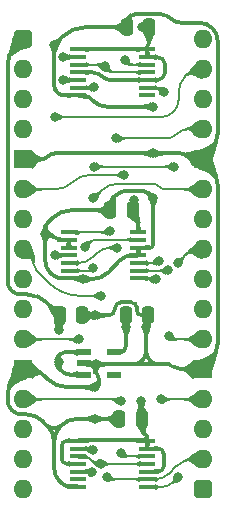
<source format=gtl>
%TF.GenerationSoftware,KiCad,Pcbnew,8.0.7*%
%TF.CreationDate,2025-01-16T09:50:38+02:00*%
%TF.ProjectId,Blank and Sync,426c616e-6b20-4616-9e64-2053796e632e,V0*%
%TF.SameCoordinates,Original*%
%TF.FileFunction,Copper,L1,Top*%
%TF.FilePolarity,Positive*%
%FSLAX46Y46*%
G04 Gerber Fmt 4.6, Leading zero omitted, Abs format (unit mm)*
G04 Created by KiCad (PCBNEW 8.0.7) date 2025-01-16 09:50:38*
%MOMM*%
%LPD*%
G01*
G04 APERTURE LIST*
G04 Aperture macros list*
%AMRoundRect*
0 Rectangle with rounded corners*
0 $1 Rounding radius*
0 $2 $3 $4 $5 $6 $7 $8 $9 X,Y pos of 4 corners*
0 Add a 4 corners polygon primitive as box body*
4,1,4,$2,$3,$4,$5,$6,$7,$8,$9,$2,$3,0*
0 Add four circle primitives for the rounded corners*
1,1,$1+$1,$2,$3*
1,1,$1+$1,$4,$5*
1,1,$1+$1,$6,$7*
1,1,$1+$1,$8,$9*
0 Add four rect primitives between the rounded corners*
20,1,$1+$1,$2,$3,$4,$5,0*
20,1,$1+$1,$4,$5,$6,$7,0*
20,1,$1+$1,$6,$7,$8,$9,0*
20,1,$1+$1,$8,$9,$2,$3,0*%
G04 Aperture macros list end*
%TA.AperFunction,SMDPad,CuDef*%
%ADD10RoundRect,0.250000X-0.250000X-0.475000X0.250000X-0.475000X0.250000X0.475000X-0.250000X0.475000X0*%
%TD*%
%TA.AperFunction,SMDPad,CuDef*%
%ADD11RoundRect,0.250000X0.250000X0.475000X-0.250000X0.475000X-0.250000X-0.475000X0.250000X-0.475000X0*%
%TD*%
%TA.AperFunction,SMDPad,CuDef*%
%ADD12R,1.475000X0.450000*%
%TD*%
%TA.AperFunction,ComponentPad*%
%ADD13O,1.600000X1.600000*%
%TD*%
%TA.AperFunction,ComponentPad*%
%ADD14R,1.600000X1.600000*%
%TD*%
%TA.AperFunction,ComponentPad*%
%ADD15RoundRect,0.400000X-0.400000X-0.400000X0.400000X-0.400000X0.400000X0.400000X-0.400000X0.400000X0*%
%TD*%
%TA.AperFunction,SMDPad,CuDef*%
%ADD16R,1.150000X0.600000*%
%TD*%
%TA.AperFunction,ViaPad*%
%ADD17C,0.800000*%
%TD*%
%TA.AperFunction,Conductor*%
%ADD18C,0.380000*%
%TD*%
%TA.AperFunction,Conductor*%
%ADD19C,0.200000*%
%TD*%
G04 APERTURE END LIST*
D10*
%TO.P,C10,2*%
%TO.N,/GND*%
X10618000Y-23368000D03*
%TO.P,C10,1*%
%TO.N,/3.3V*%
X8718000Y-23368000D03*
%TD*%
D11*
%TO.P,C3,2*%
%TO.N,/GND*%
X8178000Y-32131000D03*
%TO.P,C3,1*%
%TO.N,/3.3V*%
X10078000Y-32131000D03*
%TD*%
D12*
%TO.P,IC1,14,3V*%
%TO.N,/3.3V*%
X10558000Y-844000D03*
%TO.P,IC1,13,~{2RD}*%
X10558000Y-1494000D03*
%TO.P,IC1,12,2D*%
%TO.N,/~{Sync Start} _{CMP}*%
X10558000Y-2144000D03*
%TO.P,IC1,11,2CP*%
%TO.N,/CLK*%
X10558000Y-2794000D03*
%TO.P,IC1,10,~{2SD}*%
%TO.N,/3.3V*%
X10558000Y-3444000D03*
%TO.P,IC1,9,2Q*%
%TO.N,/~{Sync Start}*%
X10558000Y-4094000D03*
%TO.P,IC1,8,~{2Q}*%
%TO.N,unconnected-(IC1-~{2Q}-Pad8)*%
X10558000Y-4744000D03*
%TO.P,IC1,7,GND*%
%TO.N,/GND*%
X4682000Y-4744000D03*
%TO.P,IC1,6,~{1Q}*%
%TO.N,/Last + 1*%
X4682000Y-4094000D03*
%TO.P,IC1,5,1Q*%
%TO.N,/~{Front Porch Start}*%
X4682000Y-3444000D03*
%TO.P,IC1,4,~{1SD}*%
%TO.N,/3.3V*%
X4682000Y-2794000D03*
%TO.P,IC1,3,1CP*%
%TO.N,/CLK*%
X4682000Y-2144000D03*
%TO.P,IC1,2,1D*%
%TO.N,/~{Front Porch Start} _{CMP}*%
X4682000Y-1494000D03*
%TO.P,IC1,1,~{1RD}*%
%TO.N,/3.3V*%
X4682000Y-844000D03*
%TD*%
D13*
%TO.P,J1,32,Pin_32*%
%TO.N,unconnected-(J1-Pin_32-Pad32)*%
X15240000Y0D03*
%TO.P,J1,31,Pin_31*%
%TO.N,/~{Front Porch Start}*%
X15240000Y-2540000D03*
%TO.P,J1,30,Pin_30*%
%TO.N,unconnected-(J1-Pin_30-Pad30)*%
X15240000Y-5080000D03*
%TO.P,J1,29,Pin_29*%
%TO.N,/Blank*%
X15240000Y-7620000D03*
D14*
%TO.P,J1,28,Pin_28*%
%TO.N,/GND*%
X15240000Y-10160000D03*
D13*
%TO.P,J1,27,Pin_27*%
%TO.N,/~{Blank}*%
X15240000Y-12700000D03*
%TO.P,J1,26,Pin_26*%
%TO.N,unconnected-(J1-Pin_26-Pad26)*%
X15240000Y-15240000D03*
%TO.P,J1,25,Pin_25*%
%TO.N,/First*%
X15240000Y-17780000D03*
%TO.P,J1,24,Pin_24*%
%TO.N,/Last + 1*%
X15240000Y-20320000D03*
%TO.P,J1,23,Pin_23*%
%TO.N,unconnected-(J1-Pin_23-Pad23)*%
X15240000Y-22860000D03*
%TO.P,J1,22,Pin_22*%
%TO.N,/Sync*%
X15240000Y-25400000D03*
D14*
%TO.P,J1,21,Pin_21*%
%TO.N,/GND*%
X15240000Y-27940000D03*
D13*
%TO.P,J1,20,Pin_20*%
%TO.N,/~{Sync}*%
X15240000Y-30480000D03*
%TO.P,J1,19,Pin_19*%
%TO.N,unconnected-(J1-Pin_19-Pad19)*%
X15240000Y-33020000D03*
%TO.P,J1,18,Pin_18*%
%TO.N,/~{Back Porch End}*%
X15240000Y-35560000D03*
D15*
%TO.P,J1,17,Pin_17*%
%TO.N,/5V*%
X15240000Y-38100000D03*
D13*
%TO.P,J1,16,Pin_16*%
%TO.N,unconnected-(J1-Pin_16-Pad16)*%
X0Y-38100000D03*
%TO.P,J1,15,Pin_15*%
%TO.N,unconnected-(J1-Pin_15-Pad15)*%
X0Y-35560000D03*
%TO.P,J1,14,Pin_14*%
%TO.N,unconnected-(J1-Pin_14-Pad14)*%
X0Y-33020000D03*
%TO.P,J1,13,Pin_13*%
%TO.N,/~{Back Porch End} _{CMP}*%
X0Y-30480000D03*
D14*
%TO.P,J1,12,Pin_12*%
%TO.N,/GND*%
X0Y-27940000D03*
D13*
%TO.P,J1,11,Pin_11*%
%TO.N,/~{Back Porch Start} _{CMP}*%
X0Y-25400000D03*
%TO.P,J1,10,Pin_10*%
%TO.N,unconnected-(J1-Pin_10-Pad10)*%
X0Y-22860000D03*
%TO.P,J1,9,Pin_9*%
%TO.N,unconnected-(J1-Pin_9-Pad9)*%
X0Y-20320000D03*
%TO.P,J1,8,Pin_8*%
%TO.N,/CLK*%
X0Y-17780000D03*
%TO.P,J1,7,Pin_7*%
%TO.N,unconnected-(J1-Pin_7-Pad7)*%
X0Y-15240000D03*
%TO.P,J1,6,Pin_6*%
%TO.N,/~{Sync Start} _{CMP}*%
X0Y-12700000D03*
D14*
%TO.P,J1,5,Pin_5*%
%TO.N,/GND*%
X0Y-10160000D03*
D13*
%TO.P,J1,4,Pin_4*%
%TO.N,/~{Front Porch Start} _{CMP}*%
X0Y-7620000D03*
%TO.P,J1,3,Pin_3*%
%TO.N,unconnected-(J1-Pin_3-Pad3)*%
X0Y-5080000D03*
%TO.P,J1,2,Pin_2*%
%TO.N,unconnected-(J1-Pin_2-Pad2)*%
X0Y-2540000D03*
D15*
%TO.P,J1,1,Pin_1*%
%TO.N,/5V*%
X0Y0D03*
%TD*%
D11*
%TO.P,C5,2*%
%TO.N,/GND*%
X8813000Y1016000D03*
%TO.P,C5,1*%
%TO.N,/3.3V*%
X10713000Y1016000D03*
%TD*%
D16*
%TO.P,IC4,5,3.3VOut*%
%TO.N,/3.3V*%
X7777000Y-26482000D03*
%TO.P,IC4,4,ADJ*%
%TO.N,unconnected-(IC4-ADJ-Pad4)*%
X7777000Y-28382000D03*
%TO.P,IC4,3,EN*%
%TO.N,/5V*%
X5177000Y-28382000D03*
%TO.P,IC4,2,GND*%
%TO.N,/GND*%
X5177000Y-27432000D03*
%TO.P,IC4,1,6VIn*%
%TO.N,/5V*%
X5177000Y-26482000D03*
%TD*%
D12*
%TO.P,IC3,14,3V*%
%TO.N,/3.3V*%
X9796000Y-16338000D03*
%TO.P,IC3,13,~{2RD}*%
%TO.N,/~{Back Porch Start}*%
X9796000Y-16988000D03*
%TO.P,IC3,12,2D*%
%TO.N,/GND*%
X9796000Y-17638000D03*
%TO.P,IC3,11,2CP*%
X9796000Y-18288000D03*
%TO.P,IC3,10,~{2SD}*%
%TO.N,/~{Sync Start}*%
X9796000Y-18938000D03*
%TO.P,IC3,9,2Q*%
%TO.N,/Sync*%
X9796000Y-19588000D03*
%TO.P,IC3,8,~{2Q}*%
%TO.N,/~{Sync}*%
X9796000Y-20238000D03*
%TO.P,IC3,7,GND*%
%TO.N,/GND*%
X3920000Y-20238000D03*
%TO.P,IC3,6,~{1Q}*%
%TO.N,/~{Blank}*%
X3920000Y-19588000D03*
%TO.P,IC3,5,1Q*%
%TO.N,/Blank*%
X3920000Y-18938000D03*
%TO.P,IC3,4,~{1SD}*%
%TO.N,/~{Front Porch Start}*%
X3920000Y-18288000D03*
%TO.P,IC3,3,1CP*%
%TO.N,/GND*%
X3920000Y-17638000D03*
%TO.P,IC3,2,1D*%
X3920000Y-16988000D03*
%TO.P,IC3,1,~{1RD}*%
%TO.N,/~{Back Porch End}*%
X3920000Y-16338000D03*
%TD*%
D11*
%TO.P,C4,2*%
%TO.N,/GND*%
X7416000Y-14478000D03*
%TO.P,C4,1*%
%TO.N,/3.3V*%
X9316000Y-14478000D03*
%TD*%
D12*
%TO.P,IC2,14,3V*%
%TO.N,/3.3V*%
X10558000Y-33991000D03*
%TO.P,IC2,13,~{2RD}*%
X10558000Y-34641000D03*
%TO.P,IC2,12,2D*%
%TO.N,/~{Back Porch End} _{CMP}*%
X10558000Y-35291000D03*
%TO.P,IC2,11,2CP*%
%TO.N,/CLK*%
X10558000Y-35941000D03*
%TO.P,IC2,10,~{2SD}*%
%TO.N,/3.3V*%
X10558000Y-36591000D03*
%TO.P,IC2,9,2Q*%
%TO.N,/~{Back Porch End}*%
X10558000Y-37241000D03*
%TO.P,IC2,8,~{2Q}*%
%TO.N,/First*%
X10558000Y-37891000D03*
%TO.P,IC2,7,GND*%
%TO.N,/GND*%
X4682000Y-37891000D03*
%TO.P,IC2,6,~{1Q}*%
%TO.N,unconnected-(IC2-~{1Q}-Pad6)*%
X4682000Y-37241000D03*
%TO.P,IC2,5,1Q*%
%TO.N,/~{Back Porch Start}*%
X4682000Y-36591000D03*
%TO.P,IC2,4,~{1SD}*%
%TO.N,/3.3V*%
X4682000Y-35941000D03*
%TO.P,IC2,3,1CP*%
%TO.N,/CLK*%
X4682000Y-35291000D03*
%TO.P,IC2,2,1D*%
%TO.N,/~{Back Porch Start} _{CMP}*%
X4682000Y-34641000D03*
%TO.P,IC2,1,~{1RD}*%
%TO.N,/3.3V*%
X4682000Y-33991000D03*
%TD*%
D10*
%TO.P,C8,2*%
%TO.N,/GND*%
X5030000Y-23368000D03*
%TO.P,C8,1*%
%TO.N,/5V*%
X3130000Y-23368000D03*
%TD*%
D17*
%TO.N,/5V*%
X3048000Y-27305000D03*
X3048002Y-24637998D03*
%TO.N,/GND*%
X6161000Y-23368000D03*
X6096000Y-32131000D03*
X11049000Y-5688521D03*
X5125000Y-20288036D03*
X11049000Y-13462000D03*
X11049000Y-9652000D03*
X10456856Y-24384000D03*
X2667000Y-508000D03*
X6096000Y-29464000D03*
X6201000Y-27516123D03*
X1905000Y-16510000D03*
%TO.N,/3.3V*%
X9398000Y-13589000D03*
X10033000Y-30607000D03*
X8763000Y-24384000D03*
X10078030Y1016000D03*
%TO.N,/~{Front Porch Start} _{CMP}*%
X3457000Y-1494000D03*
%TO.N,/~{Front Porch Start}*%
X2758971Y-18288000D03*
X3457000Y-3429000D03*
X2758965Y-6568971D03*
%TO.N,/~{Sync Start}*%
X11938010Y-4445000D03*
X11557000Y-18796000D03*
%TO.N,/~{Sync Start} _{CMP}*%
X8636000Y-1778000D03*
X8593477Y-11475378D03*
%TO.N,/~{Back Porch Start} _{CMP}*%
X4745008Y-25400000D03*
X5965988Y-34727742D03*
%TO.N,/~{Back Porch Start}*%
X5905125Y-36659167D03*
X5281006Y-17575220D03*
%TO.N,/~{Back Porch End}*%
X7391514Y-16253000D03*
X7112000Y-37084000D03*
%TO.N,/~{Back Porch End} _{CMP}*%
X8320000Y-35052000D03*
X8320000Y-30607000D03*
%TO.N,/Blank*%
X7893511Y-8382000D03*
X8001000Y-17653000D03*
%TO.N,/~{Blank}*%
X5991514Y-19388483D03*
X5991514Y-13461996D03*
%TO.N,/~{Sync}*%
X11684000Y-30480000D03*
X11302997Y-20319997D03*
%TO.N,/Sync*%
X12381000Y-25146000D03*
X12319000Y-19558000D03*
%TO.N,/Last + 1*%
X12826996Y-10775378D03*
X6031006Y-4050692D03*
X6030992Y-10775378D03*
%TO.N,/First*%
X13143004Y-37084000D03*
X13143000Y-18923000D03*
%TO.N,/CLK*%
X6601000Y-35941000D03*
X6601000Y-21717000D03*
X6985000Y-2286000D03*
%TD*%
D18*
%TO.N,/3.3V*%
X3302000Y-35492884D02*
G75*
G03*
X3433245Y-35809755I448100J-16D01*
G01*
X3429000Y-34118000D02*
G75*
G03*
X3302002Y-34424605I306600J-306600D01*
G01*
X10434256Y-33517256D02*
G75*
G02*
X10557996Y-33816000I-298756J-298744D01*
G01*
X6700771Y-3119000D02*
G75*
G03*
X7485390Y-3444012I784629J784600D01*
G01*
X10531371Y-33964371D02*
G75*
G03*
X10467082Y-33937766I-64271J-64329D01*
G01*
X4772917Y-33937742D02*
G75*
G03*
X4708633Y-33964375I-17J-90858D01*
G01*
X10713000Y-229398D02*
G75*
G02*
X10635500Y-416500I-264600J-2D01*
G01*
X11870250Y-3249250D02*
G75*
G02*
X11400081Y-3443993I-470150J470150D01*
G01*
X8718000Y-24307180D02*
G75*
G03*
X8740494Y-24361506I76800J-20D01*
G01*
X11938000Y-36142884D02*
G75*
G02*
X11806755Y-36459755I-448100J-16D01*
G01*
X12065000Y-2779081D02*
G75*
G02*
X11870255Y-3249255I-664900J-19D01*
G01*
X8763000Y-25935725D02*
G75*
G02*
X8602992Y-26321992I-546300J25D01*
G01*
X11806750Y-34772250D02*
G75*
G02*
X11937994Y-35089115I-316850J-316850D01*
G01*
X8603000Y-26322000D02*
G75*
G02*
X8216725Y-26482011I-386300J386300D01*
G01*
X3433250Y-35809750D02*
G75*
G03*
X3750115Y-35940994I316850J316850D01*
G01*
X11870250Y-1688750D02*
G75*
G03*
X11400081Y-1494007I-470150J-470150D01*
G01*
X6700771Y-3119000D02*
G75*
G03*
X5916151Y-2793996I-784621J-784610D01*
G01*
X11806750Y-36459750D02*
G75*
G02*
X11489884Y-36590994I-316850J316850D01*
G01*
X10635500Y-416500D02*
G75*
G03*
X10558001Y-603601I187100J-187100D01*
G01*
X9556000Y-14718000D02*
G75*
G02*
X9795995Y-15297411I-579400J-579400D01*
G01*
X11870250Y-1688750D02*
G75*
G02*
X12064993Y-2158918I-470150J-470150D01*
G01*
X3735605Y-33991000D02*
G75*
G03*
X3428998Y-34117998I-5J-433600D01*
G01*
X10558000Y-34028659D02*
G75*
G03*
X10531347Y-33964395I-90900J-41D01*
G01*
X10531371Y-33964371D02*
G75*
G03*
X10558027Y-33953340I11029J11071D01*
G01*
X11806750Y-34772250D02*
G75*
G03*
X11489884Y-34641006I-316850J-316850D01*
G01*
X10078000Y-32821588D02*
G75*
G03*
X10317997Y-33401003I819400J-12D01*
G01*
%TO.N,/GND*%
X6201000Y-28103838D02*
G75*
G03*
X6339000Y-28437000I471160J-2D01*
G01*
X9237250Y-18288000D02*
G75*
G03*
X8283404Y-18683096I0J-1348940D01*
G01*
X16065500Y952500D02*
G75*
G02*
X16509993Y-120617I-1073100J-1073100D01*
G01*
X-921457Y-31401457D02*
G75*
G03*
X-80001Y-31750000I841460J841465D01*
G01*
X16510000Y-7991974D02*
G75*
G02*
X15875001Y-9525001I-2168040J4D01*
G01*
X12559000Y1764000D02*
G75*
G03*
X13445016Y1397007I886000J886000D01*
G01*
X9525000Y-22380000D02*
G75*
G02*
X9651998Y-22686605I-306600J-306600D01*
G01*
X6339000Y-28437000D02*
G75*
G02*
X6477016Y-28770161I-333200J-333200D01*
G01*
X-635000Y-28575000D02*
G75*
G03*
X-1270002Y-30108025I1533030J-1533030D01*
G01*
X15875000Y-27305000D02*
G75*
G02*
X14341974Y-27939989I-1533000J1533000D01*
G01*
X10618000Y-24108909D02*
G75*
G02*
X10537425Y-24303425I-275100J9D01*
G01*
X2652000Y-16749000D02*
G75*
G03*
X3228997Y-16988001I577000J577000D01*
G01*
X2667000Y-34082223D02*
G75*
G03*
X2095500Y-32702500I-1951233J-4D01*
G01*
X3238500Y-32702500D02*
G75*
G03*
X2667001Y-34082223I1379720J-1379720D01*
G01*
X2095500Y-32702500D02*
G75*
G03*
X3238500Y-32702500I571500J571500D01*
G01*
X635000Y-27940000D02*
G75*
G03*
X-449012Y-28389012I-4J-1533016D01*
G01*
X16510000Y-25771974D02*
G75*
G02*
X15875001Y-27305001I-2168040J4D01*
G01*
X2592605Y-16689605D02*
G75*
G03*
X2159000Y-16509997I-433605J-433595D01*
G01*
X2667000Y-3876789D02*
G75*
G03*
X2920997Y-4490003I867200J-11D01*
G01*
X5797327Y-5035327D02*
G75*
G03*
X5094000Y-4744013I-703327J-703373D01*
G01*
X-1270000Y-30560001D02*
G75*
G03*
X-921457Y-31401457I1190008J4D01*
G01*
X8896061Y-12799000D02*
G75*
G03*
X7849500Y-13232500I-1J-1480060D01*
G01*
X7694519Y-13387480D02*
G75*
G03*
X7415982Y-14059885I672381J-672420D01*
G01*
X6201019Y-27516126D02*
X6201016Y-27516127D01*
X6201014Y-27516129D01*
X6201011Y-27516130D01*
X6201009Y-27516131D01*
X6201008Y-27516131D01*
X9547055Y2131000D02*
G75*
G03*
X9028013Y1915987I45J-734100D01*
G01*
X7794988Y-22852474D02*
G75*
G02*
X7644020Y-23217032I-515588J-26D01*
G01*
X2921000Y-4490000D02*
G75*
G03*
X3534210Y-4743996I613200J613200D01*
G01*
X12559000Y1764000D02*
G75*
G03*
X11672983Y2130993I-886000J-886000D01*
G01*
X10717500Y-13130500D02*
G75*
G03*
X9917188Y-12799005I-800300J-800300D01*
G01*
X12869070Y-27728070D02*
G75*
G03*
X12357425Y-27516118I-511670J-511630D01*
G01*
X8363475Y-22253000D02*
G75*
G03*
X7961504Y-22419516I25J-568500D01*
G01*
X6477000Y-28829000D02*
G75*
G02*
X6297392Y-29262603I-613200J0D01*
G01*
X9356714Y-27516140D02*
G75*
G03*
X10456840Y-26415998I-14J1100140D01*
G01*
X10456856Y-26415998D02*
G75*
G03*
X11556998Y-27516144I1100144J-2D01*
G01*
X9525000Y-22380000D02*
G75*
G03*
X9218394Y-22253002I-306600J-306600D01*
G01*
X4618223Y-32131000D02*
G75*
G03*
X3238499Y-32702499I-3J-1951220D01*
G01*
X2174407Y-15478592D02*
G75*
G03*
X1904995Y-16129000I650393J-650408D01*
G01*
X3203242Y-37504742D02*
G75*
G03*
X4135750Y-37890998I932508J932512D01*
G01*
X12869070Y-27728070D02*
G75*
G03*
X13380714Y-27939982I511630J511670D01*
G01*
X7227696Y-19738803D02*
G75*
G02*
X5901732Y-20288034I-1325966J1325973D01*
G01*
X9028000Y1916000D02*
G75*
G03*
X8812952Y1396944I519000J-519100D01*
G01*
X8813000Y1358500D02*
G75*
G02*
X8470500Y1016000I-342500J0D01*
G01*
X1719012Y-28389012D02*
G75*
G03*
X635000Y-27939998I-1084012J-1084008D01*
G01*
X9779000Y-23241000D02*
G75*
G03*
X10085605Y-23367998I306600J306600D01*
G01*
X13970000Y-9906000D02*
G75*
G03*
X14583210Y-10159996I613200J613200D01*
G01*
X5978260Y-5216260D02*
G75*
G03*
X7118398Y-5688516I1140140J1140160D01*
G01*
X16065500Y952500D02*
G75*
G03*
X14992382Y1396993I-1073100J-1073100D01*
G01*
X1749667Y-32356667D02*
G75*
G03*
X285042Y-31750000I-1464623J-1464621D01*
G01*
X4073025Y-14478000D02*
G75*
G03*
X2539998Y-15112998I-5J-2168020D01*
G01*
X13970000Y-9906000D02*
G75*
G03*
X13356789Y-9652004I-613200J-613200D01*
G01*
X11049000Y-17406687D02*
G75*
G02*
X10981254Y-17570254I-231300J-13D01*
G01*
X9652000Y-22934394D02*
G75*
G03*
X9778998Y-23241002I433600J-6D01*
G01*
X2772210Y-9652000D02*
G75*
G03*
X2158997Y-9905997I-10J-867200D01*
G01*
X1905000Y-18705871D02*
G75*
G03*
X2353750Y-19789250I1532130J1D01*
G01*
X15875000Y-10795000D02*
G75*
G02*
X16509989Y-12328025I-1533000J-1533000D01*
G01*
X5099982Y-20263018D02*
G75*
G03*
X5039583Y-20238007I-60382J-60382D01*
G01*
X2032000Y-28702000D02*
G75*
G03*
X3871630Y-29464000I1839630J1839630D01*
G01*
X2159000Y-9906000D02*
G75*
G02*
X1545789Y-10159997I-613210J613220D01*
G01*
X10981250Y-17570250D02*
G75*
G02*
X10817687Y-17637995I-163550J163550D01*
G01*
X5268630Y1016000D02*
G75*
G03*
X3428999Y254000I0J-2601630D01*
G01*
X7643994Y-23217006D02*
G75*
G02*
X7279462Y-23367981I-364494J364506D01*
G01*
X2407404Y-19842904D02*
G75*
G03*
X3361250Y-20237998I953846J953854D01*
G01*
X7961494Y-22419506D02*
G75*
G03*
X7794986Y-22821487I402006J-401994D01*
G01*
X2667000Y-36316193D02*
G75*
G03*
X3128248Y-37429752I1574800J-7D01*
G01*
X4478750Y-20238000D02*
X3361250Y-20238000D01*
X11556998Y-27516140D02*
X9356714Y-27516140D01*
X5969000Y-29464000D02*
X5715000Y-29464000D01*
%TO.N,/5V*%
X3048000Y-27559000D02*
G75*
G03*
X3227607Y-27992603I613200J0D01*
G01*
X-635000Y-635000D02*
G75*
G03*
X-1270002Y-2168025I1533030J-1533030D01*
G01*
X3585738Y-26482000D02*
G75*
G03*
X3205489Y-26639489I-38J-537700D01*
G01*
X3205500Y-26639500D02*
G75*
G03*
X3048016Y-27019738I380200J-380200D01*
G01*
X-1270000Y-20505987D02*
G75*
G03*
X-952500Y-21272500I1084022J4D01*
G01*
X2054510Y-22292510D02*
G75*
G03*
X358500Y-21590000I-1696010J-1696010D01*
G01*
X-952500Y-21272500D02*
G75*
G03*
X-185987Y-21590000I766517J766522D01*
G01*
X3332500Y-28097500D02*
G75*
G03*
X4019343Y-28382003I686850J686850D01*
G01*
D19*
%TO.N,/CLK*%
X6914000Y-2215000D02*
G75*
G03*
X6742590Y-2144004I-171400J-171400D01*
G01*
X727993Y-18507993D02*
G75*
G02*
X952498Y-19050000I-542013J-542007D01*
G01*
X952500Y-19050000D02*
G75*
G03*
X1177009Y-19592003I766500J0D01*
G01*
X6024107Y-35790313D02*
G75*
G03*
X6387897Y-35940995I363793J363813D01*
G01*
X2135627Y-20550627D02*
G75*
G03*
X4951500Y-21716999I2815873J2815877D01*
G01*
X7239000Y-2540000D02*
G75*
G03*
X7852210Y-2793996I613200J613200D01*
G01*
X5822766Y-35588972D02*
G75*
G03*
X5103397Y-35290990I-719366J-719328D01*
G01*
%TO.N,/First*%
X12739504Y-37487500D02*
G75*
G02*
X11765368Y-37890988I-974104J974100D01*
G01*
X14763000Y-17780000D02*
G75*
G03*
X13948706Y-18117285I0J-1151600D01*
G01*
%TO.N,/Last + 1*%
X6009352Y-4072346D02*
G75*
G02*
X5957074Y-4093991I-52252J52246D01*
G01*
%TO.N,/Sync*%
X12304000Y-19573000D02*
G75*
G02*
X12267786Y-19587995I-36200J36200D01*
G01*
X12508000Y-25273000D02*
G75*
G03*
X12814605Y-25399998I306600J306600D01*
G01*
%TO.N,/~{Sync}*%
X11261998Y-20278998D02*
G75*
G03*
X11163019Y-20237993I-98998J-99002D01*
G01*
%TO.N,/~{Blank}*%
X11548000Y-12455000D02*
G75*
G03*
X10956517Y-12209993I-591500J-591500D01*
G01*
X5891755Y-19488241D02*
G75*
G02*
X5650917Y-19588011I-240855J240841D01*
G01*
X11548000Y-12455000D02*
G75*
G03*
X12139482Y-12700007I591500J591500D01*
G01*
X8128804Y-12210000D02*
G75*
G03*
X6617508Y-12835994I-4J-2137300D01*
G01*
%TO.N,/Blank*%
X7369023Y-17653000D02*
G75*
G03*
X6290166Y-18099869I-23J-1525700D01*
G01*
X13081000Y-8001000D02*
G75*
G02*
X12161184Y-8381994I-919800J919800D01*
G01*
X5993707Y-18396339D02*
G75*
G02*
X4686023Y-18937997I-1307687J1307699D01*
G01*
X14000815Y-7620000D02*
G75*
G03*
X13080995Y-8000995I-15J-1300800D01*
G01*
%TO.N,/~{Back Porch End} _{CMP}*%
X8439500Y-35171500D02*
G75*
G03*
X8727998Y-35291001I288500J288500D01*
G01*
X8256500Y-30543500D02*
G75*
G03*
X8103197Y-30480001I-153300J-153300D01*
G01*
%TO.N,/~{Back Porch End}*%
X12385296Y-36763702D02*
G75*
G02*
X11233000Y-37240997I-1152296J1152302D01*
G01*
X14414500Y-35560000D02*
G75*
G03*
X13005290Y-36143723I0J-1992900D01*
G01*
X7190500Y-37162500D02*
G75*
G03*
X7380015Y-37240993I189500J189500D01*
G01*
X7349014Y-16295500D02*
G75*
G02*
X7246409Y-16338008I-102614J102600D01*
G01*
%TO.N,/~{Back Porch Start}*%
X6343201Y-16953000D02*
G75*
G03*
X5592114Y-17264108I-1J-1062200D01*
G01*
X5871041Y-36625083D02*
G75*
G03*
X5788756Y-36591040I-82241J-82317D01*
G01*
%TO.N,/~{Back Porch Start} _{CMP}*%
X5922617Y-34684371D02*
G75*
G03*
X5817910Y-34640999I-104717J-104729D01*
G01*
%TO.N,/~{Sync Start} _{CMP}*%
X8819000Y-1961000D02*
G75*
G03*
X9260801Y-2144000I441800J441800D01*
G01*
X4213689Y-12087689D02*
G75*
G02*
X2735439Y-12699997I-1478249J1478259D01*
G01*
X5691938Y-11475378D02*
G75*
G03*
X4213692Y-12087692I2J-2090552D01*
G01*
%TO.N,/~{Sync Start}*%
X11762510Y-4269500D02*
G75*
G03*
X11338815Y-4093991I-423710J-423700D01*
G01*
X11486000Y-18867000D02*
G75*
G02*
X11314590Y-18937996I-171400J171400D01*
G01*
%TO.N,/~{Front Porch Start}*%
X13208000Y-5111151D02*
G75*
G02*
X12781016Y-6141987I-1457830J1D01*
G01*
X12781014Y-6141985D02*
G75*
G02*
X11750180Y-6568941I-1030814J1030885D01*
G01*
X13779499Y-3111499D02*
G75*
G03*
X13208008Y-4491223I1379701J-1379701D01*
G01*
X3464500Y-3436500D02*
G75*
G03*
X3482606Y-3443997I18100J18100D01*
G01*
X14795500Y-2540000D02*
G75*
G03*
X14036695Y-2854312I0J-1073100D01*
G01*
D18*
%TO.N,/3.3V*%
X3750115Y-35941000D02*
X4682000Y-35941000D01*
X3302000Y-35492884D02*
X3302000Y-34424605D01*
X3735605Y-33991000D02*
X4644340Y-33991000D01*
X11489884Y-36591000D02*
X10558000Y-36591000D01*
X11938000Y-36142884D02*
X11938000Y-35089115D01*
X10558000Y-34641000D02*
X11489884Y-34641000D01*
D19*
%TO.N,/~{Back Porch End}*%
X14414500Y-35560000D02*
X15240000Y-35560000D01*
X12385296Y-36763702D02*
X13005283Y-36143716D01*
X11233000Y-37241000D02*
X10558000Y-37241000D01*
%TO.N,/First*%
X12739504Y-37487500D02*
X13143004Y-37084000D01*
X11765368Y-37891000D02*
X10558000Y-37891000D01*
D18*
%TO.N,/GND*%
X1905000Y-16129000D02*
X1905000Y-16510000D01*
X4073025Y-14478000D02*
X7416000Y-14478000D01*
X2174407Y-15478592D02*
X2540000Y-15113000D01*
X4270000Y-4744000D02*
X3534210Y-4744000D01*
X2667000Y-3876789D02*
X2667000Y-508000D01*
%TO.N,/3.3V*%
X12065000Y-2779081D02*
X12065000Y-2158918D01*
X10558000Y-3444000D02*
X11400081Y-3444000D01*
X10558000Y-1494000D02*
X11400081Y-1494000D01*
%TO.N,/GND*%
X9547055Y2131000D02*
X11672983Y2131000D01*
X16510000Y-120617D02*
X16510000Y-7991974D01*
X13445016Y1397000D02*
X14992382Y1397000D01*
X15875000Y-9525000D02*
X15240000Y-10160000D01*
%TO.N,/5V*%
X3048000Y-27305000D02*
X3048000Y-27559000D01*
X4019343Y-28382000D02*
X5177000Y-28382000D01*
X3227605Y-27992605D02*
X3332500Y-28097500D01*
X3048000Y-27305000D02*
X3048000Y-27019738D01*
X3585738Y-26482000D02*
X5177000Y-26482000D01*
%TO.N,/GND*%
X2095500Y-32702500D02*
X1749667Y-32356667D01*
X-80001Y-31750000D02*
X285042Y-31750000D01*
X-635000Y-28575000D02*
X-449012Y-28389012D01*
X-1270000Y-30108025D02*
X-1270000Y-30560001D01*
X4618223Y-32131000D02*
X6096000Y-32131000D01*
X2667000Y-34082223D02*
X2667000Y-36316193D01*
X3203242Y-37504742D02*
X3128250Y-37429750D01*
D19*
%TO.N,/~{Blank}*%
X12139482Y-12700000D02*
X15240000Y-12700000D01*
X10956517Y-12210000D02*
X8128804Y-12210000D01*
X5991514Y-13461996D02*
X6617512Y-12835998D01*
%TO.N,/First*%
X13143000Y-18923000D02*
X13948710Y-18117289D01*
%TO.N,/Last + 1*%
X12826996Y-10775378D02*
X6030992Y-10775378D01*
%TO.N,/Blank*%
X7893511Y-8382000D02*
X12161184Y-8382000D01*
X14000815Y-7620000D02*
X15240000Y-7620000D01*
%TO.N,/~{Front Porch Start}*%
X13208000Y-5111151D02*
X13208000Y-4491223D01*
X13779499Y-3111499D02*
X14036691Y-2854308D01*
X11750180Y-6568971D02*
X2758965Y-6568971D01*
D18*
%TO.N,/GND*%
X10085605Y-23368000D02*
X10618000Y-23368000D01*
X9652000Y-22686605D02*
X9652000Y-22934394D01*
X8363475Y-22253000D02*
X9218394Y-22253000D01*
X7794988Y-22852474D02*
X7794988Y-22821487D01*
X6161000Y-23368000D02*
X7279462Y-23368000D01*
%TO.N,/3.3V*%
X8763000Y-24384000D02*
X8763000Y-25935725D01*
X8216725Y-26482000D02*
X7777000Y-26482000D01*
%TO.N,/GND*%
X6201008Y-27516131D02*
X6201000Y-27516123D01*
X6201029Y-27516140D02*
X9356714Y-27516140D01*
X12357425Y-27516140D02*
X11556998Y-27516140D01*
X10456856Y-26415998D02*
X10456856Y-24384000D01*
X6201000Y-28103838D02*
X6201000Y-27516123D01*
X6477000Y-28770161D02*
X6477000Y-28829000D01*
X6096000Y-29464000D02*
X6297394Y-29262605D01*
X7849499Y-13232499D02*
X7694519Y-13387480D01*
X10717500Y-13130500D02*
X11049000Y-13462000D01*
X8896061Y-12799000D02*
X9917188Y-12799000D01*
D19*
%TO.N,/~{Sync Start} _{CMP}*%
X2735439Y-12700000D02*
X0Y-12700000D01*
X5691938Y-11475378D02*
X8593477Y-11475378D01*
D18*
%TO.N,/GND*%
X3228997Y-16988000D02*
X3920000Y-16988000D01*
X2652000Y-16749000D02*
X2592605Y-16689605D01*
X2159000Y-16510000D02*
X1905000Y-16510000D01*
D19*
%TO.N,/~{Back Porch Start}*%
X5592116Y-17264110D02*
X5281006Y-17575220D01*
X6343201Y-16953000D02*
X9761000Y-16953000D01*
D18*
%TO.N,/GND*%
X2353750Y-19789250D02*
X2407404Y-19842904D01*
X1905000Y-18705871D02*
X1905000Y-16510000D01*
%TO.N,/5V*%
X3048002Y-24637998D02*
X3048002Y-23449998D01*
X-635000Y-635000D02*
X0Y0D01*
X-1270000Y-2168025D02*
X-1270000Y-20505987D01*
X358500Y-21590000D02*
X-185987Y-21590000D01*
X2054510Y-22292510D02*
X3130000Y-23368000D01*
%TO.N,/GND*%
X11049000Y-5688521D02*
X7118398Y-5688521D01*
X11049000Y-13462000D02*
X11049000Y-17406687D01*
X10618000Y-24108909D02*
X10618000Y-23368000D01*
X16510000Y-25771974D02*
X16510000Y-12328025D01*
X14583210Y-10160000D02*
X15240000Y-10160000D01*
X5797327Y-5035327D02*
X5978260Y-5216260D01*
X5125000Y-20288036D02*
X5099982Y-20263018D01*
X14341974Y-27940000D02*
X13380714Y-27940000D01*
X6161000Y-23368000D02*
X5030000Y-23368000D01*
X8283403Y-18683095D02*
X7227696Y-19738803D01*
X9237250Y-18288000D02*
X9796000Y-18288000D01*
X1545789Y-10160000D02*
X0Y-10160000D01*
X15875000Y-10795000D02*
X15240000Y-10160000D01*
X11049000Y-9652000D02*
X13356789Y-9652000D01*
X1719012Y-28389012D02*
X2032000Y-28702000D01*
X9796000Y-18288000D02*
X9796000Y-17638000D01*
X6201000Y-27516123D02*
X5261123Y-27516123D01*
X8470500Y1016000D02*
X5268630Y1016000D01*
X3920000Y-16988000D02*
X3920000Y-17638000D01*
X4478750Y-20238000D02*
X5039583Y-20238000D01*
X10537428Y-24303428D02*
X10456856Y-24384000D01*
X6096000Y-29464000D02*
X5969000Y-29464000D01*
X5715000Y-29464000D02*
X3871630Y-29464000D01*
X11049000Y-9652000D02*
X2772210Y-9652000D01*
X2667000Y-508000D02*
X3429000Y253999D01*
X5125000Y-20288036D02*
X5901732Y-20288036D01*
X9796000Y-17638000D02*
X10817687Y-17638000D01*
X6096000Y-32131000D02*
X8178000Y-32131000D01*
%TO.N,/3.3V*%
X9398000Y-13589000D02*
X9398000Y-14396000D01*
X9796000Y-15297411D02*
X9796000Y-16338000D01*
X10713000Y-229398D02*
X10713000Y1016000D01*
X10558000Y-33816000D02*
X10558000Y-33953340D01*
X10467082Y-33937742D02*
X4772917Y-33937742D01*
X10558000Y-844000D02*
X4682000Y-844000D01*
X5916151Y-2794000D02*
X4682000Y-2794000D01*
X10078000Y-32821588D02*
X10078000Y-32131000D01*
X10558000Y-844000D02*
X10558000Y-603601D01*
X10434256Y-33517256D02*
X10318000Y-33401000D01*
X10033000Y-30607000D02*
X10033000Y-32086000D01*
X10558000Y-1494000D02*
X10558000Y-844000D01*
X8763000Y-24384000D02*
X8740500Y-24361500D01*
X10558000Y-34641000D02*
X10558000Y-34028659D01*
X8718000Y-24307180D02*
X8718000Y-23368000D01*
X10078030Y1016000D02*
X10713000Y1016000D01*
X7485390Y-3444000D02*
X10558000Y-3444000D01*
D19*
%TO.N,/~{Front Porch Start} _{CMP}*%
X3457000Y-1494000D02*
X4682000Y-1494000D01*
%TO.N,/~{Front Porch Start}*%
X3457000Y-3429000D02*
X3464500Y-3436500D01*
X2758971Y-18288000D02*
X3920000Y-18288000D01*
X3482606Y-3444000D02*
X4682000Y-3444000D01*
%TO.N,/~{Sync Start}*%
X11557000Y-18796000D02*
X11486000Y-18867000D01*
X11762510Y-4269500D02*
X11938010Y-4445000D01*
X11338815Y-4094000D02*
X10558000Y-4094000D01*
X11314590Y-18938000D02*
X9796000Y-18938000D01*
%TO.N,/~{Sync Start} _{CMP}*%
X8819000Y-1961000D02*
X8636000Y-1778000D01*
X9260801Y-2144000D02*
X10558000Y-2144000D01*
%TO.N,/~{Back Porch Start} _{CMP}*%
X4745008Y-25400000D02*
X0Y-25400000D01*
X5817910Y-34641000D02*
X4682000Y-34641000D01*
X5922617Y-34684371D02*
X5965988Y-34727742D01*
%TO.N,/~{Back Porch Start}*%
X5871041Y-36625083D02*
X5905125Y-36659167D01*
X5788756Y-36591000D02*
X4682000Y-36591000D01*
%TO.N,/~{Back Porch End}*%
X7391514Y-16253000D02*
X7349014Y-16295500D01*
X7190500Y-37162500D02*
X7112000Y-37084000D01*
X7246409Y-16338000D02*
X3920000Y-16338000D01*
X10558000Y-37241000D02*
X7380015Y-37241000D01*
%TO.N,/~{Back Porch End} _{CMP}*%
X8320000Y-35052000D02*
X8439500Y-35171500D01*
X8103197Y-30480000D02*
X0Y-30480000D01*
X8727998Y-35291000D02*
X10558000Y-35291000D01*
X8320000Y-30607000D02*
X8256500Y-30543500D01*
%TO.N,/Blank*%
X6290171Y-18099874D02*
X5993707Y-18396339D01*
X7369023Y-17653000D02*
X8001000Y-17653000D01*
X4686023Y-18938000D02*
X3920000Y-18938000D01*
%TO.N,/~{Blank}*%
X5991514Y-19388483D02*
X5891755Y-19488241D01*
X5650917Y-19588000D02*
X3920000Y-19588000D01*
%TO.N,/~{Sync}*%
X11261998Y-20278998D02*
X11302997Y-20319997D01*
X11684000Y-30480000D02*
X15240000Y-30480000D01*
X11163019Y-20238000D02*
X9796000Y-20238000D01*
%TO.N,/Sync*%
X12814605Y-25400000D02*
X15240000Y-25400000D01*
X12381000Y-25146000D02*
X12508000Y-25273000D01*
X12319000Y-19558000D02*
X12304000Y-19573000D01*
X12267786Y-19588000D02*
X9796000Y-19588000D01*
%TO.N,/Last + 1*%
X6031006Y-4050692D02*
X6009352Y-4072346D01*
X5957074Y-4094000D02*
X4682000Y-4094000D01*
%TO.N,/CLK*%
X6601000Y-21717000D02*
X4951500Y-21717000D01*
X6985000Y-2286000D02*
X7239000Y-2540000D01*
X6985000Y-2286000D02*
X6914000Y-2215000D01*
X1177006Y-19592006D02*
X2135627Y-20550627D01*
X727993Y-18507993D02*
X0Y-17780000D01*
X7852210Y-2794000D02*
X10558000Y-2794000D01*
X6601000Y-35941000D02*
X10558000Y-35941000D01*
X6742590Y-2144000D02*
X4682000Y-2144000D01*
X6024107Y-35790313D02*
X5822766Y-35588972D01*
X6387897Y-35941000D02*
X6601000Y-35941000D01*
%TD*%
%TA.AperFunction,Conductor*%
%TO.N,/3.3V*%
G36*
X10641966Y-33475690D02*
G01*
X10642958Y-33477917D01*
X10659510Y-33528742D01*
X10680536Y-33591207D01*
X10701585Y-33651634D01*
X10722584Y-33709825D01*
X10741253Y-33759691D01*
X10740945Y-33768640D01*
X10739345Y-33771209D01*
X10565944Y-33982781D01*
X10558049Y-33987008D01*
X10549479Y-33984414D01*
X10549471Y-33984407D01*
X10290894Y-33770785D01*
X10286699Y-33762874D01*
X10287043Y-33758742D01*
X10289960Y-33747836D01*
X10294819Y-33727572D01*
X10299678Y-33705209D01*
X10304537Y-33680745D01*
X10308422Y-33659504D01*
X10313281Y-33651983D01*
X10314081Y-33651477D01*
X10625986Y-33471406D01*
X10634861Y-33470239D01*
X10641966Y-33475690D01*
G37*
%TD.AperFunction*%
%TD*%
%TA.AperFunction,Conductor*%
%TO.N,/3.3V*%
G36*
X8356896Y-26183840D02*
G01*
X8374765Y-26190555D01*
X8397530Y-26195686D01*
X8416156Y-26197082D01*
X8420294Y-26197393D01*
X8420295Y-26197393D01*
X8420295Y-26197392D01*
X8420296Y-26197393D01*
X8443061Y-26195675D01*
X8459695Y-26191918D01*
X8468517Y-26193439D01*
X8470366Y-26194884D01*
X8727115Y-26440951D01*
X8730716Y-26449149D01*
X8727466Y-26457494D01*
X8723405Y-26460245D01*
X8662539Y-26484854D01*
X8584912Y-26522840D01*
X8584908Y-26522842D01*
X8507270Y-26567433D01*
X8429621Y-26618632D01*
X8429615Y-26618637D01*
X8356912Y-26672757D01*
X8348230Y-26674948D01*
X8346195Y-26674461D01*
X8341130Y-26672757D01*
X8281647Y-26652743D01*
X7802321Y-26491472D01*
X7795573Y-26485586D01*
X7794963Y-26476652D01*
X7800633Y-26470014D01*
X8347363Y-26184421D01*
X8356282Y-26183629D01*
X8356896Y-26183840D01*
G37*
%TD.AperFunction*%
%TD*%
%TA.AperFunction,Conductor*%
%TO.N,/3.3V*%
G36*
X9812344Y-14377883D02*
G01*
X9817375Y-14385291D01*
X9817532Y-14386250D01*
X9850006Y-14653798D01*
X9883992Y-14915214D01*
X9917997Y-15158184D01*
X9952004Y-15382546D01*
X9983751Y-15574628D01*
X9981719Y-15583349D01*
X9974116Y-15588079D01*
X9972208Y-15588236D01*
X9611164Y-15588236D01*
X9602891Y-15584809D01*
X9602520Y-15584421D01*
X9593587Y-15574628D01*
X9501789Y-15473988D01*
X9397578Y-15378341D01*
X9397576Y-15378339D01*
X9352970Y-15345361D01*
X9293367Y-15301294D01*
X9189156Y-15242847D01*
X9189149Y-15242843D01*
X9095266Y-15206946D01*
X9088763Y-15200791D01*
X9088296Y-15192470D01*
X9176535Y-14915214D01*
X9313924Y-14483522D01*
X9319697Y-14476679D01*
X9322701Y-14475614D01*
X9803548Y-14376202D01*
X9812344Y-14377883D01*
G37*
%TD.AperFunction*%
%TD*%
%TA.AperFunction,Conductor*%
%TO.N,/3.3V*%
G36*
X10085055Y-32140102D02*
G01*
X10087843Y-32142510D01*
X10089007Y-32143892D01*
X10554290Y-32696116D01*
X10557001Y-32704651D01*
X10556070Y-32708327D01*
X10528226Y-32772248D01*
X10497477Y-32858931D01*
X10466730Y-32961695D01*
X10435989Y-33080526D01*
X10406275Y-33210943D01*
X10401367Y-33218072D01*
X10100179Y-33419318D01*
X10091396Y-33421065D01*
X10083951Y-33416090D01*
X10083279Y-33414951D01*
X10065417Y-33380301D01*
X10004815Y-33262735D01*
X10004809Y-33262724D01*
X9920355Y-33117484D01*
X9920340Y-33117461D01*
X9835884Y-32990814D01*
X9835875Y-32990801D01*
X9751413Y-32882746D01*
X9751400Y-32882732D01*
X9728925Y-32858928D01*
X9673119Y-32799821D01*
X9669932Y-32791455D01*
X9671677Y-32785636D01*
X10068950Y-32143890D01*
X10076217Y-32138661D01*
X10085055Y-32140102D01*
G37*
%TD.AperFunction*%
%TD*%
%TA.AperFunction,Conductor*%
%TO.N,/GND*%
G36*
X9788090Y-18285558D02*
G01*
X9795331Y-18290826D01*
X9797051Y-18296804D01*
X9799292Y-18500672D01*
X9795958Y-18508982D01*
X9787723Y-18512499D01*
X9787594Y-18512500D01*
X9678126Y-18512500D01*
X9619192Y-18512257D01*
X9619185Y-18512257D01*
X9619173Y-18512257D01*
X9586894Y-18512500D01*
X9038752Y-18512500D01*
X9009510Y-18518316D01*
X8980268Y-18524133D01*
X8978736Y-18525157D01*
X8972735Y-18527116D01*
X8907032Y-18529907D01*
X8898620Y-18526835D01*
X8895408Y-18521834D01*
X8888532Y-18500671D01*
X8785053Y-18182195D01*
X8785755Y-18173270D01*
X8792564Y-18167455D01*
X8794595Y-18166990D01*
X8836282Y-18161298D01*
X8875963Y-18154379D01*
X8891838Y-18151612D01*
X8947378Y-18139829D01*
X8947384Y-18139827D01*
X8947391Y-18139826D01*
X9002945Y-18125940D01*
X9055532Y-18110808D01*
X9061504Y-18110678D01*
X9788090Y-18285558D01*
G37*
%TD.AperFunction*%
%TD*%
%TA.AperFunction,Conductor*%
%TO.N,/GND*%
G36*
X16227934Y-8611285D02*
G01*
X16576446Y-8704664D01*
X16583550Y-8710115D01*
X16584719Y-8718993D01*
X16584267Y-8720344D01*
X16479376Y-8980193D01*
X16371585Y-9283148D01*
X16369529Y-9288927D01*
X16345751Y-9363679D01*
X16259678Y-9634272D01*
X16149847Y-10016152D01*
X16043194Y-10422515D01*
X16037779Y-10429647D01*
X16028907Y-10430862D01*
X16028090Y-10430615D01*
X15244338Y-10162537D01*
X15237620Y-10156617D01*
X15237611Y-10156600D01*
X14854907Y-9372617D01*
X14854357Y-9363679D01*
X14860288Y-9356970D01*
X14862269Y-9356217D01*
X15102772Y-9288927D01*
X15123431Y-9283147D01*
X15398114Y-9169695D01*
X15672797Y-9019643D01*
X15947480Y-8832991D01*
X16217528Y-8613506D01*
X16226108Y-8610948D01*
X16227934Y-8611285D01*
G37*
%TD.AperFunction*%
%TD*%
%TA.AperFunction,Conductor*%
%TO.N,/GND*%
G36*
X-788117Y-27669398D02*
G01*
X-4337Y-27937463D01*
X2379Y-27943380D01*
X70960Y-28083860D01*
X385120Y-28727383D01*
X385670Y-28736321D01*
X379739Y-28743030D01*
X377759Y-28743783D01*
X116611Y-28816862D01*
X116609Y-28816863D01*
X-158060Y-28930326D01*
X-432730Y-29080389D01*
X-707400Y-29267052D01*
X-977434Y-29486546D01*
X-986016Y-29489105D01*
X-987842Y-29488768D01*
X-1336352Y-29395385D01*
X-1343456Y-29389934D01*
X-1344625Y-29381056D01*
X-1344174Y-29379705D01*
X-1239290Y-29119821D01*
X-1129479Y-28811131D01*
X-1019640Y-28465761D01*
X-909831Y-28083887D01*
X-803194Y-27677507D01*
X-797779Y-27670375D01*
X-788907Y-27669160D01*
X-788117Y-27669398D01*
G37*
%TD.AperFunction*%
%TD*%
%TA.AperFunction,Conductor*%
%TO.N,/GND*%
G36*
X14448279Y-27148303D02*
G01*
X14448831Y-27148820D01*
X15232711Y-27931722D01*
X15236143Y-27939993D01*
X15232721Y-27948268D01*
X15232711Y-27948278D01*
X14448831Y-28731179D01*
X14440556Y-28734601D01*
X14432285Y-28731169D01*
X14431768Y-28730617D01*
X14280002Y-28557639D01*
X14279999Y-28557636D01*
X14120002Y-28405456D01*
X14119998Y-28405453D01*
X13960005Y-28283457D01*
X13800007Y-28191638D01*
X13800005Y-28191637D01*
X13800003Y-28191636D01*
X13647503Y-28132886D01*
X13641015Y-28126714D01*
X13640009Y-28121968D01*
X13640009Y-27758030D01*
X13643436Y-27749757D01*
X13647499Y-27747114D01*
X13800007Y-27688361D01*
X13960005Y-27596542D01*
X14120003Y-27474542D01*
X14280001Y-27322361D01*
X14431768Y-27149381D01*
X14439800Y-27145423D01*
X14448279Y-27148303D01*
G37*
%TD.AperFunction*%
%TD*%
%TA.AperFunction,Conductor*%
%TO.N,/GND*%
G36*
X3185809Y-16764010D02*
G01*
X3881162Y-16976246D01*
X3888073Y-16981937D01*
X3888935Y-16990851D01*
X3883243Y-16997763D01*
X3880667Y-16998764D01*
X3185530Y-17178058D01*
X3179484Y-17178004D01*
X3123972Y-17162625D01*
X3065426Y-17148507D01*
X3006899Y-17136494D01*
X2978858Y-17131744D01*
X2948356Y-17126577D01*
X2948350Y-17126576D01*
X2948343Y-17126575D01*
X2904905Y-17120775D01*
X2897158Y-17116283D01*
X2894856Y-17107630D01*
X2895641Y-17104709D01*
X3031877Y-16775806D01*
X3038208Y-16769476D01*
X3043972Y-16768656D01*
X3058080Y-16770218D01*
X3064691Y-16770951D01*
X3065661Y-16770989D01*
X3094144Y-16772113D01*
X3123595Y-16771175D01*
X3123602Y-16771174D01*
X3123609Y-16771174D01*
X3140066Y-16769476D01*
X3153047Y-16768137D01*
X3178636Y-16763673D01*
X3180645Y-16763500D01*
X3182393Y-16763500D01*
X3185809Y-16764010D01*
G37*
%TD.AperFunction*%
%TD*%
%TA.AperFunction,Conductor*%
%TO.N,/GND*%
G36*
X16227934Y-26391285D02*
G01*
X16576446Y-26484664D01*
X16583550Y-26490115D01*
X16584719Y-26498993D01*
X16584267Y-26500344D01*
X16479376Y-26760193D01*
X16371585Y-27063148D01*
X16369529Y-27068927D01*
X16345751Y-27143679D01*
X16259678Y-27414272D01*
X16149847Y-27796152D01*
X16043194Y-28202515D01*
X16037779Y-28209647D01*
X16028907Y-28210862D01*
X16028090Y-28210615D01*
X15244338Y-27942537D01*
X15237620Y-27936617D01*
X15237611Y-27936600D01*
X14854907Y-27152617D01*
X14854357Y-27143679D01*
X14860288Y-27136970D01*
X14862269Y-27136217D01*
X15102772Y-27068927D01*
X15123431Y-27063147D01*
X15398114Y-26949695D01*
X15672797Y-26799643D01*
X15947480Y-26612991D01*
X16217528Y-26393506D01*
X16226108Y-26390948D01*
X16227934Y-26391285D01*
G37*
%TD.AperFunction*%
%TD*%
%TA.AperFunction,Conductor*%
%TO.N,/GND*%
G36*
X2068861Y-16144930D02*
G01*
X2254553Y-16222089D01*
X2255003Y-16222287D01*
X2392767Y-16286437D01*
X2394026Y-16287120D01*
X2504604Y-16356189D01*
X2505927Y-16357149D01*
X2621454Y-16454091D01*
X2622087Y-16454664D01*
X2765638Y-16594177D01*
X2769183Y-16602400D01*
X2765874Y-16610721D01*
X2765757Y-16610840D01*
X2512264Y-16864333D01*
X2503991Y-16867760D01*
X2497455Y-16865763D01*
X2451876Y-16835056D01*
X2390194Y-16793499D01*
X2356406Y-16793307D01*
X2288834Y-16792923D01*
X2288833Y-16792923D01*
X2288832Y-16792923D01*
X2230461Y-16816622D01*
X2185058Y-16835056D01*
X2114261Y-16864228D01*
X2063834Y-16885007D01*
X2061172Y-16885750D01*
X1918470Y-16907908D01*
X1909769Y-16905792D01*
X1905114Y-16898142D01*
X1904975Y-16896380D01*
X1904297Y-16511643D01*
X1905197Y-16507123D01*
X2053576Y-16151232D01*
X2059923Y-16144915D01*
X2068861Y-16144930D01*
G37*
%TD.AperFunction*%
%TD*%
%TA.AperFunction,Conductor*%
%TO.N,/GND*%
G36*
X5422432Y-4637185D02*
G01*
X5480923Y-4660783D01*
X5542346Y-4683464D01*
X5583506Y-4697255D01*
X5603769Y-4704045D01*
X5622250Y-4709605D01*
X5665193Y-4722526D01*
X5710823Y-4734695D01*
X5717933Y-4740137D01*
X5719112Y-4749014D01*
X5717535Y-4752499D01*
X5519525Y-5048859D01*
X5512080Y-5053834D01*
X5508336Y-5053967D01*
X5345672Y-5033496D01*
X5175835Y-5014222D01*
X5044886Y-5000979D01*
X5005951Y-4997042D01*
X4836177Y-4981973D01*
X4677868Y-4969881D01*
X4669880Y-4965834D01*
X4667084Y-4957447D01*
X4680547Y-4752891D01*
X4684510Y-4744860D01*
X4690534Y-4742082D01*
X5416372Y-4636458D01*
X5422432Y-4637185D01*
G37*
%TD.AperFunction*%
%TD*%
%TA.AperFunction,Conductor*%
%TO.N,/GND*%
G36*
X7617412Y-13212784D02*
G01*
X7619102Y-13214183D01*
X7874647Y-13469727D01*
X7878056Y-13477353D01*
X7885444Y-13610758D01*
X7893081Y-13732711D01*
X7900725Y-13838818D01*
X7908362Y-13928881D01*
X7915410Y-13997279D01*
X7912850Y-14005860D01*
X7911831Y-14006960D01*
X7427333Y-14467267D01*
X7418975Y-14470481D01*
X7410792Y-14466844D01*
X7408575Y-14463520D01*
X7103887Y-13774680D01*
X7103675Y-13765731D01*
X7107635Y-13760539D01*
X7201898Y-13690924D01*
X7303701Y-13597140D01*
X7405503Y-13484757D01*
X7507306Y-13353773D01*
X7601158Y-13215872D01*
X7608644Y-13210962D01*
X7617412Y-13212784D01*
G37*
%TD.AperFunction*%
%TD*%
%TA.AperFunction,Conductor*%
%TO.N,/GND*%
G36*
X6663274Y-28794561D02*
G01*
X6666701Y-28802834D01*
X6666697Y-28803129D01*
X6661679Y-29001972D01*
X6661593Y-29003128D01*
X6643049Y-29151498D01*
X6642689Y-29153261D01*
X6606906Y-29278504D01*
X6606494Y-29279697D01*
X6549017Y-29421054D01*
X6548944Y-29421231D01*
X6470080Y-29606438D01*
X6463686Y-29612707D01*
X6454863Y-29612674D01*
X6098176Y-29465895D01*
X6094340Y-29463334D01*
X5910161Y-29278504D01*
X5822901Y-29190936D01*
X5819490Y-29182657D01*
X5822931Y-29174390D01*
X5824398Y-29173151D01*
X5944521Y-29087610D01*
X5947171Y-29086198D01*
X6073685Y-29038507D01*
X6182697Y-28998493D01*
X6258550Y-28928699D01*
X6285070Y-28800463D01*
X6290102Y-28793057D01*
X6296528Y-28791134D01*
X6655001Y-28791134D01*
X6663274Y-28794561D01*
G37*
%TD.AperFunction*%
%TD*%
%TA.AperFunction,Conductor*%
%TO.N,/GND*%
G36*
X2165009Y-15792933D02*
G01*
X2171340Y-15799264D01*
X2171918Y-15806430D01*
X2134528Y-15964744D01*
X2160304Y-16088097D01*
X2218834Y-16198461D01*
X2219149Y-16199102D01*
X2277396Y-16327251D01*
X2278318Y-16330373D01*
X2303011Y-16496612D01*
X2300837Y-16505299D01*
X2293157Y-16509904D01*
X2291465Y-16510031D01*
X1906973Y-16510917D01*
X1902442Y-16510015D01*
X1546194Y-16361409D01*
X1539877Y-16355061D01*
X1539877Y-16346160D01*
X1607357Y-16182168D01*
X1657708Y-16057865D01*
X1700872Y-15950381D01*
X1751223Y-15826079D01*
X1818673Y-15662164D01*
X1824989Y-15655819D01*
X1833940Y-15655798D01*
X2165009Y-15792933D01*
G37*
%TD.AperFunction*%
%TD*%
%TA.AperFunction,Conductor*%
%TO.N,/GND*%
G36*
X3850669Y-37646447D02*
G01*
X3856593Y-37648401D01*
X3866269Y-37654867D01*
X3924752Y-37666500D01*
X3924753Y-37666500D01*
X4674583Y-37666500D01*
X4682856Y-37669927D01*
X4686283Y-37678200D01*
X4686282Y-37678383D01*
X4683093Y-37882189D01*
X4679537Y-37890408D01*
X4674071Y-37893396D01*
X3947504Y-38064175D01*
X3941535Y-38064012D01*
X3889087Y-38048635D01*
X3833691Y-38034493D01*
X3778273Y-38022446D01*
X3722847Y-38012498D01*
X3681244Y-38006608D01*
X3673533Y-38002056D01*
X3671300Y-37993384D01*
X3671755Y-37991413D01*
X3782117Y-37651757D01*
X3787932Y-37644949D01*
X3793809Y-37643688D01*
X3850669Y-37646447D01*
G37*
%TD.AperFunction*%
%TD*%
%TA.AperFunction,Conductor*%
%TO.N,/GND*%
G36*
X9131355Y2208672D02*
G01*
X9134522Y2204290D01*
X9271981Y1872459D01*
X9272833Y1868932D01*
X9280747Y1771896D01*
X9288810Y1684487D01*
X9296873Y1608534D01*
X9304936Y1544038D01*
X9304939Y1544019D01*
X9312081Y1497039D01*
X9309937Y1488345D01*
X9308568Y1486794D01*
X8829774Y1032412D01*
X8825035Y1027915D01*
X8816675Y1024706D01*
X8808494Y1028348D01*
X8805985Y1032408D01*
X8553360Y1728709D01*
X8553759Y1737651D01*
X8559000Y1743097D01*
X8665331Y1797873D01*
X8775630Y1872459D01*
X8780812Y1875963D01*
X8896293Y1972653D01*
X8897598Y1973955D01*
X9011763Y2087931D01*
X9011765Y2087934D01*
X9011774Y2087943D01*
X9114854Y2207454D01*
X9122852Y2211480D01*
X9131355Y2208672D01*
G37*
%TD.AperFunction*%
%TD*%
%TA.AperFunction,Conductor*%
%TO.N,/GND*%
G36*
X806937Y-27289285D02*
G01*
X807325Y-27289782D01*
X970446Y-27511150D01*
X1140875Y-27707269D01*
X1140885Y-27707280D01*
X1217579Y-27779712D01*
X1311321Y-27868244D01*
X1311335Y-27868256D01*
X1481762Y-27994048D01*
X1481774Y-27994056D01*
X1534990Y-28022355D01*
X1640332Y-28078374D01*
X1646027Y-28085283D01*
X1645168Y-28094196D01*
X1644303Y-28095580D01*
X1431501Y-28388471D01*
X1424444Y-28393043D01*
X1303092Y-28418568D01*
X1303072Y-28418574D01*
X1177315Y-28466586D01*
X1177314Y-28466586D01*
X1051536Y-28536169D01*
X1051531Y-28536172D01*
X925778Y-28627296D01*
X925771Y-28627302D01*
X808247Y-28732609D01*
X799798Y-28735577D01*
X792167Y-28732169D01*
X8305Y-27948524D01*
X4877Y-27940252D01*
X8303Y-27931978D01*
X9132Y-27931224D01*
X790469Y-27287691D01*
X799032Y-27285077D01*
X806937Y-27289285D01*
G37*
%TD.AperFunction*%
%TD*%
%TA.AperFunction,Conductor*%
%TO.N,/GND*%
G36*
X14446842Y-9366837D02*
G01*
X14627444Y-9547317D01*
X15231434Y-10150900D01*
X15234864Y-10159172D01*
X15231440Y-10167446D01*
X15230240Y-10168494D01*
X14450147Y-10760915D01*
X14441486Y-10763189D01*
X14433753Y-10758673D01*
X14433185Y-10757854D01*
X14290847Y-10532977D01*
X14290845Y-10532974D01*
X14290833Y-10532955D01*
X14141666Y-10331013D01*
X13992500Y-10162796D01*
X13843333Y-10028302D01*
X13702081Y-9932879D01*
X13697144Y-9925409D01*
X13697822Y-9918708D01*
X13836724Y-9583361D01*
X13843056Y-9577029D01*
X13847043Y-9576148D01*
X13959666Y-9571461D01*
X14079749Y-9547317D01*
X14199833Y-9504025D01*
X14319916Y-9441586D01*
X14431999Y-9365435D01*
X14440767Y-9363622D01*
X14446842Y-9366837D01*
G37*
%TD.AperFunction*%
%TD*%
%TA.AperFunction,Conductor*%
%TO.N,/GND*%
G36*
X16037027Y-9889954D02*
G01*
X16042947Y-9896673D01*
X16043194Y-9897489D01*
X16149850Y-10303863D01*
X16259685Y-10685755D01*
X16259690Y-10685772D01*
X16259693Y-10685781D01*
X16369540Y-11031113D01*
X16369545Y-11031128D01*
X16369546Y-11031130D01*
X16479391Y-11339858D01*
X16584285Y-11599720D01*
X16584204Y-11608674D01*
X16577815Y-11614948D01*
X16576464Y-11615400D01*
X16227953Y-11708779D01*
X16219075Y-11707610D01*
X16217545Y-11706557D01*
X16104836Y-11614948D01*
X15947493Y-11487060D01*
X15730877Y-11339858D01*
X15672804Y-11300394D01*
X15398121Y-11150332D01*
X15398112Y-11150328D01*
X15123433Y-11036867D01*
X15123425Y-11036864D01*
X14862260Y-10963783D01*
X14855216Y-10958254D01*
X14854146Y-10949363D01*
X14854899Y-10947383D01*
X15237612Y-10163397D01*
X15244317Y-10157469D01*
X16028091Y-9889389D01*
X16037027Y-9889954D01*
G37*
%TD.AperFunction*%
%TD*%
%TA.AperFunction,Conductor*%
%TO.N,/GND*%
G36*
X3096548Y-19998756D02*
G01*
X3102545Y-20000715D01*
X3104269Y-20001867D01*
X3162752Y-20013500D01*
X3162753Y-20013500D01*
X3714920Y-20013500D01*
X3743204Y-20013717D01*
X3797428Y-20013501D01*
X3797762Y-20013500D01*
X3911630Y-20013500D01*
X3919903Y-20016927D01*
X3923330Y-20025200D01*
X3923329Y-20025331D01*
X3921052Y-20229196D01*
X3917533Y-20237430D01*
X3912089Y-20240440D01*
X3185504Y-20415224D01*
X3179532Y-20415092D01*
X3126944Y-20399954D01*
X3071410Y-20386067D01*
X3063884Y-20384469D01*
X3015836Y-20374270D01*
X2960282Y-20364578D01*
X2960284Y-20364578D01*
X2960271Y-20364576D01*
X2918596Y-20358881D01*
X2910863Y-20354366D01*
X2908588Y-20345705D01*
X2909051Y-20343680D01*
X3019408Y-20004036D01*
X3025222Y-19997228D01*
X3031030Y-19995964D01*
X3096548Y-19998756D01*
G37*
%TD.AperFunction*%
%TD*%
%TA.AperFunction,Conductor*%
%TO.N,/5V*%
G36*
X3434370Y-27304975D02*
G01*
X3442635Y-27308416D01*
X3446047Y-27316696D01*
X3445908Y-27318470D01*
X3423750Y-27461172D01*
X3423007Y-27463834D01*
X3387432Y-27550171D01*
X3373057Y-27585058D01*
X3373046Y-27585086D01*
X3330923Y-27688833D01*
X3331500Y-27790195D01*
X3403764Y-27897455D01*
X3405545Y-27906231D01*
X3402334Y-27912265D01*
X3148841Y-28165758D01*
X3140568Y-28169185D01*
X3132295Y-28165758D01*
X3132178Y-28165639D01*
X2992665Y-28022087D01*
X2992092Y-28021454D01*
X2895149Y-27905927D01*
X2894189Y-27904604D01*
X2825121Y-27794027D01*
X2824438Y-27792768D01*
X2760288Y-27655003D01*
X2760090Y-27654554D01*
X2682930Y-27468861D01*
X2682921Y-27459910D01*
X2689232Y-27453576D01*
X3045123Y-27305197D01*
X3049643Y-27304297D01*
X3434370Y-27304975D01*
G37*
%TD.AperFunction*%
%TD*%
%TA.AperFunction,Conductor*%
%TO.N,/5V*%
G36*
X-787862Y281750D02*
G01*
X-4192Y2552D01*
X2446Y-3447D01*
X214017Y-451383D01*
X372283Y-786464D01*
X372718Y-795408D01*
X366701Y-802040D01*
X363998Y-802934D01*
X116071Y-852497D01*
X-146542Y-941598D01*
X-409124Y-1067284D01*
X-409142Y-1067293D01*
X-409144Y-1067294D01*
X-671751Y-1229592D01*
X-929012Y-1424442D01*
X-937676Y-1426705D01*
X-940553Y-1425924D01*
X-1274720Y-1287508D01*
X-1281052Y-1281176D01*
X-1281093Y-1272321D01*
X-1188347Y-1042449D01*
X-1188335Y-1042418D01*
X-1091258Y-765217D01*
X-994172Y-451386D01*
X-897084Y-100950D01*
X-803135Y273576D01*
X-797799Y280766D01*
X-788940Y282077D01*
X-787862Y281750D01*
G37*
%TD.AperFunction*%
%TD*%
%TA.AperFunction,Conductor*%
%TO.N,/5V*%
G36*
X3167146Y-26436035D02*
G01*
X3167571Y-26436716D01*
X3346842Y-26747238D01*
X3348010Y-26756116D01*
X3345042Y-26761301D01*
X3268491Y-26838963D01*
X3268491Y-26838964D01*
X3280865Y-26928463D01*
X3280865Y-26928464D01*
X3344207Y-27030790D01*
X3344413Y-27031136D01*
X3413839Y-27152419D01*
X3415111Y-27155714D01*
X3444871Y-27290801D01*
X3443304Y-27299617D01*
X3435962Y-27304744D01*
X3433460Y-27305018D01*
X3049480Y-27305496D01*
X3044966Y-27304596D01*
X2688848Y-27156259D01*
X2682529Y-27149915D01*
X2682384Y-27141372D01*
X2756485Y-26942669D01*
X2811487Y-26785862D01*
X2812112Y-26784412D01*
X2875532Y-26661050D01*
X2877386Y-26658414D01*
X2981210Y-26547378D01*
X2983213Y-26545671D01*
X3150908Y-26432857D01*
X3159685Y-26431084D01*
X3167146Y-26436035D01*
G37*
%TD.AperFunction*%
%TD*%
%TA.AperFunction,Conductor*%
%TO.N,/CLK*%
G36*
X6596177Y-35545246D02*
G01*
X6600875Y-35552870D01*
X6601024Y-35554708D01*
X6601698Y-35936831D01*
X6598286Y-35945111D01*
X6598250Y-35945146D01*
X6328055Y-36213993D01*
X6319774Y-36217399D01*
X6312680Y-36214981D01*
X6311392Y-36213993D01*
X6298589Y-36204168D01*
X6297446Y-36203166D01*
X6195982Y-36101870D01*
X6109099Y-36015468D01*
X6033983Y-35940928D01*
X6033974Y-35940919D01*
X5947104Y-35854530D01*
X5947088Y-35854514D01*
X5942936Y-35850369D01*
X5833208Y-35740822D01*
X5829775Y-35732554D01*
X5833194Y-35724279D01*
X5959565Y-35597908D01*
X5967837Y-35594482D01*
X5974322Y-35596445D01*
X6088222Y-35672347D01*
X6195304Y-35670719D01*
X6304912Y-35623469D01*
X6304912Y-35623470D01*
X6304916Y-35623466D01*
X6433045Y-35568390D01*
X6435795Y-35567591D01*
X6587466Y-35543178D01*
X6596177Y-35545246D01*
G37*
%TD.AperFunction*%
%TD*%
%TA.AperFunction,Conductor*%
%TO.N,/CLK*%
G36*
X7351431Y-2137921D02*
G01*
X7357755Y-2144262D01*
X7358179Y-2145475D01*
X7399517Y-2288481D01*
X7399863Y-2290104D01*
X7418534Y-2423139D01*
X7418534Y-2423141D01*
X7442917Y-2531992D01*
X7442917Y-2531993D01*
X7504882Y-2613254D01*
X7504885Y-2613256D01*
X7534199Y-2624648D01*
X7627282Y-2660825D01*
X7633751Y-2667015D01*
X7634518Y-2674011D01*
X7599677Y-2849180D01*
X7594702Y-2856626D01*
X7586039Y-2858396D01*
X7403742Y-2824096D01*
X7403742Y-2824097D01*
X7265791Y-2798710D01*
X7265232Y-2798593D01*
X7148071Y-2771060D01*
X7147123Y-2770794D01*
X7015143Y-2727786D01*
X7014475Y-2727546D01*
X6842970Y-2659907D01*
X6836531Y-2653684D01*
X6836379Y-2644730D01*
X6836407Y-2644659D01*
X6982166Y-2290310D01*
X6988482Y-2283964D01*
X6988480Y-2283964D01*
X7342479Y-2137908D01*
X7351431Y-2137921D01*
G37*
%TD.AperFunction*%
%TD*%
%TA.AperFunction,Conductor*%
%TO.N,/CLK*%
G36*
X5422452Y-35178739D02*
G01*
X5423681Y-35179774D01*
X5471312Y-35225838D01*
X5471316Y-35225841D01*
X5471324Y-35225849D01*
X5523148Y-35268469D01*
X5574972Y-35303588D01*
X5626796Y-35331208D01*
X5626800Y-35331210D01*
X5645527Y-35338479D01*
X5665022Y-35346048D01*
X5671494Y-35352237D01*
X5671695Y-35361189D01*
X5670516Y-35363455D01*
X5571342Y-35511874D01*
X5563896Y-35516849D01*
X5560621Y-35517032D01*
X5442837Y-35507003D01*
X5387541Y-35502295D01*
X5354212Y-35500845D01*
X5207578Y-35494470D01*
X5027623Y-35494147D01*
X5027622Y-35494147D01*
X5027617Y-35494147D01*
X4973628Y-35496299D01*
X4847641Y-35501323D01*
X4681126Y-35514904D01*
X4672602Y-35512161D01*
X4668514Y-35504194D01*
X4668496Y-35502557D01*
X4680606Y-35299857D01*
X4684520Y-35291805D01*
X4690486Y-35288997D01*
X5413751Y-35176623D01*
X5422452Y-35178739D01*
G37*
%TD.AperFunction*%
%TD*%
%TA.AperFunction,Conductor*%
%TO.N,/First*%
G36*
X14682599Y-17222578D02*
G01*
X14682653Y-17222632D01*
X15237265Y-17775860D01*
X15240702Y-17784128D01*
X15240702Y-17784153D01*
X15240012Y-18565770D01*
X15236578Y-18574040D01*
X15228302Y-18577460D01*
X15226041Y-18577237D01*
X14877982Y-18508358D01*
X14874630Y-18507141D01*
X14596420Y-18354667D01*
X14596033Y-18354445D01*
X14360539Y-18213456D01*
X14360537Y-18213455D01*
X14129629Y-18178482D01*
X13871869Y-18338540D01*
X13863033Y-18339993D01*
X13857424Y-18336873D01*
X13730773Y-18210222D01*
X13727346Y-18201949D01*
X13730709Y-18193740D01*
X13745731Y-18178483D01*
X13961210Y-17959627D01*
X14127412Y-17784510D01*
X14269466Y-17631816D01*
X14435668Y-17456699D01*
X14666053Y-17222705D01*
X14674299Y-17219215D01*
X14682599Y-17222578D01*
G37*
%TD.AperFunction*%
%TD*%
%TA.AperFunction,Conductor*%
%TO.N,/Sync*%
G36*
X12670947Y-24872595D02*
G01*
X12671943Y-24873735D01*
X12761644Y-24990880D01*
X12762861Y-24992845D01*
X12820521Y-25110512D01*
X12820531Y-25110532D01*
X12820536Y-25110541D01*
X12839305Y-25146000D01*
X12872464Y-25208642D01*
X12952190Y-25275370D01*
X12952191Y-25275370D01*
X12952192Y-25275371D01*
X13084092Y-25298313D01*
X13091655Y-25303107D01*
X13093786Y-25309840D01*
X13093786Y-25488611D01*
X13090359Y-25496884D01*
X13082402Y-25500307D01*
X12916806Y-25504783D01*
X12916792Y-25504784D01*
X12791446Y-25516192D01*
X12683539Y-25529781D01*
X12683138Y-25529825D01*
X12558358Y-25541182D01*
X12557613Y-25541226D01*
X12392986Y-25545676D01*
X12384623Y-25542474D01*
X12380974Y-25534296D01*
X12380970Y-25534009D01*
X12380960Y-25529825D01*
X12380012Y-25150874D01*
X12383418Y-25142594D01*
X12654401Y-24872565D01*
X12662680Y-24869154D01*
X12670947Y-24872595D01*
G37*
%TD.AperFunction*%
%TD*%
%TA.AperFunction,Conductor*%
%TO.N,/~{Back Porch End} _{CMP}*%
G36*
X8610036Y-34778506D02*
G01*
X8610963Y-34779556D01*
X8700748Y-34894540D01*
X8701892Y-34896315D01*
X8761549Y-35010285D01*
X8816001Y-35104271D01*
X8897468Y-35167714D01*
X9028867Y-35189384D01*
X9036472Y-35194111D01*
X9038663Y-35200928D01*
X9038663Y-35379707D01*
X9035236Y-35387980D01*
X9027378Y-35391400D01*
X8860062Y-35397344D01*
X8860057Y-35397344D01*
X8733749Y-35412473D01*
X8625166Y-35430483D01*
X8624644Y-35430558D01*
X8499091Y-35445597D01*
X8498114Y-35445673D01*
X8332084Y-35451570D01*
X8323695Y-35448439D01*
X8319976Y-35440292D01*
X8319969Y-35439954D01*
X8319012Y-35056874D01*
X8322418Y-35048594D01*
X8593490Y-34778476D01*
X8601769Y-34775065D01*
X8610036Y-34778506D01*
G37*
%TD.AperFunction*%
%TD*%
%TA.AperFunction,Conductor*%
%TO.N,/~{Back Porch End}*%
G36*
X11298469Y-37018677D02*
G01*
X11300329Y-37019909D01*
X11336971Y-37049569D01*
X11336976Y-37049572D01*
X11378452Y-37076252D01*
X11419929Y-37096039D01*
X11461405Y-37108933D01*
X11494349Y-37113699D01*
X11502046Y-37118275D01*
X11504230Y-37123448D01*
X11532479Y-37301805D01*
X11530388Y-37310512D01*
X11523672Y-37315007D01*
X11486442Y-37324006D01*
X11438698Y-37343048D01*
X11390973Y-37369581D01*
X11343234Y-37403621D01*
X11300240Y-37441037D01*
X11291749Y-37443883D01*
X11289444Y-37443489D01*
X10595832Y-37251879D01*
X10588770Y-37246373D01*
X10587669Y-37237486D01*
X10593175Y-37230424D01*
X10595526Y-37229413D01*
X11289556Y-37017812D01*
X11298469Y-37018677D01*
G37*
%TD.AperFunction*%
%TD*%
%TA.AperFunction,Conductor*%
%TO.N,/~{Sync Start} _{CMP}*%
G36*
X8925357Y-1505183D02*
G01*
X8926767Y-1506897D01*
X9018370Y-1642621D01*
X9019871Y-1645779D01*
X9063941Y-1791496D01*
X9064051Y-1791885D01*
X9097934Y-1919696D01*
X9166348Y-2009882D01*
X9166349Y-2009883D01*
X9207443Y-2019351D01*
X9305353Y-2041909D01*
X9312644Y-2047106D01*
X9314425Y-2053310D01*
X9314425Y-2231814D01*
X9310998Y-2240087D01*
X9302725Y-2243514D01*
X9302249Y-2243504D01*
X9146275Y-2237158D01*
X9145159Y-2237059D01*
X9026847Y-2220810D01*
X9026252Y-2220713D01*
X8923870Y-2201229D01*
X8812816Y-2185977D01*
X8804710Y-2184864D01*
X8804708Y-2184863D01*
X8804705Y-2184863D01*
X8647195Y-2178455D01*
X8639068Y-2174695D01*
X8635971Y-2166796D01*
X8635012Y-1782874D01*
X8638418Y-1774594D01*
X8908811Y-1505153D01*
X8917090Y-1501742D01*
X8925357Y-1505183D01*
G37*
%TD.AperFunction*%
%TD*%
%TA.AperFunction,Conductor*%
%TO.N,/~{Sync Start}*%
G36*
X11267326Y-3994376D02*
G01*
X11424438Y-3999290D01*
X11425288Y-3999347D01*
X11544666Y-4011927D01*
X11545117Y-4011984D01*
X11648397Y-4027048D01*
X11768420Y-4039696D01*
X11768436Y-4039696D01*
X11768440Y-4039697D01*
X11844965Y-4042090D01*
X11926704Y-4044646D01*
X11934866Y-4048329D01*
X11938038Y-4056311D01*
X11938997Y-4440124D01*
X11935591Y-4448405D01*
X11935556Y-4448441D01*
X11665127Y-4717917D01*
X11656847Y-4721329D01*
X11648580Y-4717888D01*
X11647218Y-4716244D01*
X11555999Y-4583166D01*
X11554516Y-4580150D01*
X11511938Y-4448441D01*
X11508614Y-4438159D01*
X11508545Y-4437933D01*
X11472199Y-4313996D01*
X11402298Y-4226880D01*
X11264431Y-4196045D01*
X11257106Y-4190895D01*
X11255285Y-4184627D01*
X11255285Y-4006071D01*
X11258712Y-3997798D01*
X11266985Y-3994371D01*
X11267326Y-3994376D01*
G37*
%TD.AperFunction*%
%TD*%
%TA.AperFunction,Conductor*%
%TO.N,/~{Front Porch Start}*%
G36*
X14682599Y-1982581D02*
G01*
X14682769Y-1982748D01*
X15237265Y-2535860D01*
X15240702Y-2544128D01*
X15240702Y-2544153D01*
X15240012Y-3325925D01*
X15236578Y-3334195D01*
X15228302Y-3337615D01*
X15226164Y-3337416D01*
X14884879Y-3273687D01*
X14881697Y-3272601D01*
X14607781Y-3132426D01*
X14607497Y-3132276D01*
X14375134Y-3005185D01*
X14147600Y-2980152D01*
X13894817Y-3140496D01*
X13885995Y-3142034D01*
X13880277Y-3138889D01*
X13753579Y-3012190D01*
X13750152Y-3003917D01*
X13753401Y-2995826D01*
X13983288Y-2755790D01*
X14143035Y-2571008D01*
X14276676Y-2407504D01*
X14276836Y-2407313D01*
X14436330Y-2222824D01*
X14436691Y-2222427D01*
X14666056Y-1982937D01*
X14674253Y-1979334D01*
X14682599Y-1982581D01*
G37*
%TD.AperFunction*%
%TD*%
%TA.AperFunction,Conductor*%
%TO.N,/3.3V*%
G36*
X3947837Y-35717018D02*
G01*
X4646264Y-35929821D01*
X4653179Y-35935510D01*
X4654046Y-35944423D01*
X4648357Y-35951338D01*
X4646264Y-35952205D01*
X3947808Y-36164992D01*
X3944398Y-36165500D01*
X3944369Y-36165500D01*
X3941171Y-36165054D01*
X3905074Y-36154796D01*
X3905071Y-36154795D01*
X3865641Y-36145691D01*
X3847066Y-36142392D01*
X3826208Y-36138687D01*
X3786777Y-36133783D01*
X3758377Y-36131763D01*
X3750368Y-36127757D01*
X3747508Y-36119922D01*
X3752726Y-35761734D01*
X3756273Y-35753514D01*
X3763568Y-35750239D01*
X3791206Y-35748217D01*
X3791228Y-35748214D01*
X3791230Y-35748214D01*
X3829482Y-35743319D01*
X3829481Y-35743319D01*
X3829529Y-35743313D01*
X3854063Y-35738829D01*
X3867833Y-35736313D01*
X3867845Y-35736310D01*
X3867853Y-35736309D01*
X3867860Y-35736307D01*
X3867871Y-35736305D01*
X3894099Y-35730073D01*
X3906176Y-35727205D01*
X3941150Y-35716981D01*
X3947837Y-35717018D01*
G37*
%TD.AperFunction*%
%TD*%
%TA.AperFunction,Conductor*%
%TO.N,/3.3V*%
G36*
X3947683Y-33766969D02*
G01*
X4646265Y-33979794D01*
X4653179Y-33985483D01*
X4654046Y-33994396D01*
X4648357Y-34001311D01*
X4646264Y-34002178D01*
X3947795Y-34214992D01*
X3944385Y-34215500D01*
X3944235Y-34215500D01*
X3941169Y-34215091D01*
X3924010Y-34210430D01*
X3903264Y-34204794D01*
X3903250Y-34204790D01*
X3862027Y-34195692D01*
X3862017Y-34195690D01*
X3862012Y-34195689D01*
X3862001Y-34195687D01*
X3861995Y-34195686D01*
X3820758Y-34188685D01*
X3779543Y-34183785D01*
X3779531Y-34183784D01*
X3749035Y-34181711D01*
X3741014Y-34177731D01*
X3738130Y-34170203D01*
X3733084Y-33812121D01*
X3736394Y-33803802D01*
X3744008Y-33800284D01*
X3775242Y-33798215D01*
X3817556Y-33793311D01*
X3859871Y-33786307D01*
X3902185Y-33777203D01*
X3941281Y-33766852D01*
X3947683Y-33766969D01*
G37*
%TD.AperFunction*%
%TD*%
%TA.AperFunction,Conductor*%
%TO.N,/3.3V*%
G36*
X11333823Y-36377205D02*
G01*
X11333843Y-36377209D01*
X11333852Y-36377212D01*
X11372127Y-36386305D01*
X11372165Y-36386313D01*
X11393232Y-36390162D01*
X11410469Y-36393313D01*
X11410510Y-36393318D01*
X11410515Y-36393319D01*
X11448767Y-36398214D01*
X11448770Y-36398214D01*
X11448792Y-36398217D01*
X11476429Y-36400239D01*
X11484428Y-36404259D01*
X11487272Y-36411737D01*
X11492490Y-36769922D01*
X11489184Y-36778244D01*
X11481621Y-36781763D01*
X11453221Y-36783783D01*
X11453220Y-36783783D01*
X11413798Y-36788686D01*
X11413795Y-36788686D01*
X11413791Y-36788687D01*
X11403734Y-36790473D01*
X11374356Y-36795691D01*
X11334927Y-36804795D01*
X11334924Y-36804796D01*
X11303760Y-36813652D01*
X11301725Y-36814040D01*
X11294525Y-36814759D01*
X11289952Y-36814309D01*
X10593735Y-36602205D01*
X10586820Y-36596516D01*
X10585953Y-36587603D01*
X10591642Y-36580688D01*
X10593729Y-36579823D01*
X11292162Y-36367018D01*
X11298849Y-36366981D01*
X11333823Y-36377205D01*
G37*
%TD.AperFunction*%
%TD*%
%TA.AperFunction,Conductor*%
%TO.N,/3.3V*%
G36*
X11334930Y-34427204D02*
G01*
X11374360Y-34436308D01*
X11413791Y-34443312D01*
X11453221Y-34448216D01*
X11481621Y-34450236D01*
X11489630Y-34454242D01*
X11492490Y-34462077D01*
X11487272Y-34820261D01*
X11483725Y-34828484D01*
X11476427Y-34831760D01*
X11453708Y-34833422D01*
X11448792Y-34833782D01*
X11448788Y-34833782D01*
X11448767Y-34833784D01*
X11410471Y-34838684D01*
X11410465Y-34838685D01*
X11372165Y-34845684D01*
X11372127Y-34845692D01*
X11333852Y-34854785D01*
X11333820Y-34854793D01*
X11298852Y-34865017D01*
X11292159Y-34864979D01*
X10593735Y-34652178D01*
X10586820Y-34646489D01*
X10585953Y-34637576D01*
X10591642Y-34630661D01*
X10593727Y-34629797D01*
X11292207Y-34417002D01*
X11298811Y-34416941D01*
X11334930Y-34427204D01*
G37*
%TD.AperFunction*%
%TD*%
%TA.AperFunction,Conductor*%
%TO.N,/~{Back Porch End}*%
G36*
X14938331Y-34831732D02*
G01*
X14938640Y-34832413D01*
X15239057Y-35555130D01*
X15239068Y-35564085D01*
X15239058Y-35564108D01*
X14938956Y-36286813D01*
X14932619Y-36293139D01*
X14923664Y-36293131D01*
X14922321Y-36292470D01*
X14796914Y-36220326D01*
X14633537Y-36126339D01*
X14631698Y-36125030D01*
X14572795Y-36073860D01*
X14418850Y-35940122D01*
X14350044Y-35884374D01*
X14234346Y-35790632D01*
X14234342Y-35790631D01*
X14020642Y-35725786D01*
X13728966Y-35791889D01*
X13720140Y-35790375D01*
X13715571Y-35784956D01*
X13647003Y-35619423D01*
X13647003Y-35610468D01*
X13652639Y-35604450D01*
X13978327Y-35443938D01*
X14197880Y-35290095D01*
X14378415Y-35140390D01*
X14379149Y-35139829D01*
X14597607Y-34986757D01*
X14599123Y-34985859D01*
X14922666Y-34826408D01*
X14931600Y-34825826D01*
X14938331Y-34831732D01*
G37*
%TD.AperFunction*%
%TD*%
%TA.AperFunction,Conductor*%
%TO.N,/First*%
G36*
X12785817Y-36936018D02*
G01*
X13139302Y-37081556D01*
X13145648Y-37087875D01*
X13145668Y-37087924D01*
X13291287Y-37441909D01*
X13291265Y-37450864D01*
X13284918Y-37457180D01*
X13284115Y-37457477D01*
X13153037Y-37500490D01*
X13151345Y-37500908D01*
X13043230Y-37519241D01*
X13042973Y-37519282D01*
X12948335Y-37533175D01*
X12948326Y-37533178D01*
X12847564Y-37566601D01*
X12847562Y-37566602D01*
X12729613Y-37638077D01*
X12720761Y-37639434D01*
X12714084Y-37634948D01*
X12640143Y-37533177D01*
X12608724Y-37489933D01*
X12606634Y-37481227D01*
X12609913Y-37474788D01*
X12699587Y-37385045D01*
X12731905Y-37291431D01*
X12732917Y-37191129D01*
X12735697Y-37075623D01*
X12736079Y-37072928D01*
X12770048Y-36943859D01*
X12775468Y-36936731D01*
X12784341Y-36935522D01*
X12785817Y-36936018D01*
G37*
%TD.AperFunction*%
%TD*%
%TA.AperFunction,Conductor*%
%TO.N,/First*%
G36*
X11298134Y-37668779D02*
G01*
X11300403Y-37670358D01*
X11340500Y-37706000D01*
X11385500Y-37738500D01*
X11430500Y-37763499D01*
X11475500Y-37780999D01*
X11511339Y-37788964D01*
X11518671Y-37794102D01*
X11520500Y-37800384D01*
X11520500Y-37981614D01*
X11517073Y-37989887D01*
X11511338Y-37993035D01*
X11475504Y-38000998D01*
X11475500Y-38000999D01*
X11430506Y-38018497D01*
X11430501Y-38018499D01*
X11430500Y-38018500D01*
X11396750Y-38037249D01*
X11385498Y-38043500D01*
X11385492Y-38043504D01*
X11340510Y-38075991D01*
X11340499Y-38076000D01*
X11300404Y-38111640D01*
X11291944Y-38114575D01*
X11289221Y-38114087D01*
X10593733Y-37902191D01*
X10586819Y-37896503D01*
X10585952Y-37887590D01*
X10591641Y-37880675D01*
X10593732Y-37879808D01*
X11289223Y-37667912D01*
X11298134Y-37668779D01*
G37*
%TD.AperFunction*%
%TD*%
%TA.AperFunction,Conductor*%
%TO.N,/GND*%
G36*
X6929103Y-13986195D02*
G01*
X7408825Y-14469760D01*
X7412219Y-14478047D01*
X7408825Y-14486240D01*
X6929103Y-14969804D01*
X6920844Y-14973264D01*
X6912669Y-14969979D01*
X6819978Y-14880448D01*
X6819973Y-14880444D01*
X6819964Y-14880436D01*
X6718994Y-14800681D01*
X6718983Y-14800672D01*
X6617989Y-14738672D01*
X6516994Y-14694448D01*
X6516990Y-14694447D01*
X6516988Y-14694446D01*
X6424736Y-14670287D01*
X6417601Y-14664876D01*
X6416000Y-14658969D01*
X6416000Y-14297030D01*
X6419427Y-14288757D01*
X6424735Y-14285712D01*
X6516994Y-14261551D01*
X6617989Y-14217327D01*
X6718983Y-14155327D01*
X6819978Y-14075551D01*
X6912671Y-13986018D01*
X6921000Y-13982737D01*
X6929103Y-13986195D01*
G37*
%TD.AperFunction*%
%TD*%
%TA.AperFunction,Conductor*%
%TO.N,/GND*%
G36*
X3947808Y-4520008D02*
G01*
X4646265Y-4732808D01*
X4653180Y-4738497D01*
X4654047Y-4747410D01*
X4648358Y-4754325D01*
X4646265Y-4755192D01*
X3947596Y-4968056D01*
X3941360Y-4968218D01*
X3926252Y-4964458D01*
X3899500Y-4957799D01*
X3854500Y-4948699D01*
X3854499Y-4948698D01*
X3854485Y-4948696D01*
X3809502Y-4941699D01*
X3809492Y-4941698D01*
X3764523Y-4936802D01*
X3764503Y-4936800D01*
X3764500Y-4936800D01*
X3764496Y-4936799D01*
X3764475Y-4936798D01*
X3730473Y-4934682D01*
X3722429Y-4930748D01*
X3719500Y-4923005D01*
X3719500Y-4564994D01*
X3722927Y-4556721D01*
X3730473Y-4553317D01*
X3730972Y-4553285D01*
X3764500Y-4551199D01*
X3800210Y-4547310D01*
X3809492Y-4546300D01*
X3809502Y-4546299D01*
X3831227Y-4542919D01*
X3854500Y-4539300D01*
X3899500Y-4530200D01*
X3941101Y-4519846D01*
X3943927Y-4519500D01*
X3944398Y-4519500D01*
X3947808Y-4520008D01*
G37*
%TD.AperFunction*%
%TD*%
%TA.AperFunction,Conductor*%
%TO.N,/GND*%
G36*
X3025529Y-656477D02*
G01*
X3031847Y-662824D01*
X3031826Y-671778D01*
X3031732Y-671999D01*
X2968558Y-815195D01*
X2968493Y-815337D01*
X2917858Y-926076D01*
X2917853Y-926089D01*
X2883202Y-1024585D01*
X2863340Y-1141580D01*
X2857429Y-1296745D01*
X2853689Y-1304882D01*
X2845737Y-1308000D01*
X2488263Y-1308000D01*
X2479990Y-1304573D01*
X2476571Y-1296746D01*
X2476571Y-1296745D01*
X2470658Y-1141587D01*
X2450794Y-1024582D01*
X2416145Y-926091D01*
X2416143Y-926087D01*
X2416139Y-926076D01*
X2365504Y-815338D01*
X2365439Y-815195D01*
X2302266Y-671996D01*
X2302063Y-663046D01*
X2308250Y-656571D01*
X2308399Y-656506D01*
X2662500Y-508875D01*
X2671449Y-508855D01*
X3025529Y-656477D01*
G37*
%TD.AperFunction*%
%TD*%
%TA.AperFunction,Conductor*%
%TO.N,/3.3V*%
G36*
X11299477Y-3220755D02*
G01*
X11322068Y-3230723D01*
X11322077Y-3230726D01*
X11322081Y-3230728D01*
X11348663Y-3240357D01*
X11366266Y-3245343D01*
X11375247Y-3247887D01*
X11386932Y-3250273D01*
X11401827Y-3253315D01*
X11420034Y-3255595D01*
X11427817Y-3260023D01*
X11430055Y-3264922D01*
X11499984Y-3616528D01*
X11498237Y-3625310D01*
X11490791Y-3630285D01*
X11489516Y-3630467D01*
X11466790Y-3632429D01*
X11461126Y-3632918D01*
X11461123Y-3632918D01*
X11461116Y-3632919D01*
X11419715Y-3638593D01*
X11419701Y-3638596D01*
X11378313Y-3646368D01*
X11336911Y-3656242D01*
X11336886Y-3656249D01*
X11298829Y-3667255D01*
X11292183Y-3667212D01*
X10593830Y-3455361D01*
X10586907Y-3449680D01*
X10586030Y-3440769D01*
X10591711Y-3433846D01*
X10593802Y-3432978D01*
X11291341Y-3220268D01*
X11299477Y-3220755D01*
G37*
%TD.AperFunction*%
%TD*%
%TA.AperFunction,Conductor*%
%TO.N,/3.3V*%
G36*
X11336906Y-1281755D02*
G01*
X11353615Y-1285740D01*
X11378316Y-1291631D01*
X11402657Y-1296201D01*
X11419719Y-1299405D01*
X11461126Y-1305080D01*
X11489517Y-1307531D01*
X11497463Y-1311657D01*
X11500166Y-1320195D01*
X11499984Y-1321470D01*
X11430055Y-1673077D01*
X11425080Y-1680523D01*
X11420034Y-1682404D01*
X11401833Y-1684683D01*
X11401816Y-1684686D01*
X11375247Y-1690111D01*
X11348666Y-1697641D01*
X11322068Y-1707275D01*
X11299477Y-1717244D01*
X11291341Y-1717731D01*
X10741139Y-1549951D01*
X10593812Y-1505024D01*
X10586899Y-1499334D01*
X10586035Y-1490421D01*
X10591726Y-1483507D01*
X10593826Y-1482639D01*
X11292183Y-1270785D01*
X11298830Y-1270743D01*
X11336906Y-1281755D01*
G37*
%TD.AperFunction*%
%TD*%
%TA.AperFunction,Conductor*%
%TO.N,/5V*%
G36*
X4607740Y-28084989D02*
G01*
X4813200Y-28192000D01*
X5158076Y-28371623D01*
X5163830Y-28378484D01*
X5163048Y-28387405D01*
X5158076Y-28392377D01*
X4607740Y-28679009D01*
X4598819Y-28679791D01*
X4596415Y-28678723D01*
X4542002Y-28646800D01*
X4541998Y-28646798D01*
X4481998Y-28618198D01*
X4421999Y-28596199D01*
X4379651Y-28585330D01*
X4362000Y-28580800D01*
X4361997Y-28580799D01*
X4361991Y-28580798D01*
X4312002Y-28573466D01*
X4304314Y-28568875D01*
X4302000Y-28561890D01*
X4302000Y-28202108D01*
X4305427Y-28193835D01*
X4311999Y-28190533D01*
X4362000Y-28183199D01*
X4422000Y-28167799D01*
X4482000Y-28145800D01*
X4542000Y-28117200D01*
X4596418Y-28085274D01*
X4605285Y-28084045D01*
X4607740Y-28084989D01*
G37*
%TD.AperFunction*%
%TD*%
%TA.AperFunction,Conductor*%
%TO.N,/5V*%
G36*
X4607740Y-26184989D02*
G01*
X4813200Y-26292000D01*
X5158076Y-26471623D01*
X5163830Y-26478484D01*
X5163048Y-26487405D01*
X5158076Y-26492377D01*
X4607740Y-26779009D01*
X4598819Y-26779791D01*
X4596415Y-26778723D01*
X4542002Y-26746800D01*
X4541998Y-26746798D01*
X4481998Y-26718198D01*
X4421999Y-26696199D01*
X4379651Y-26685330D01*
X4362000Y-26680800D01*
X4361997Y-26680799D01*
X4361991Y-26680798D01*
X4312002Y-26673466D01*
X4304314Y-26668875D01*
X4302000Y-26661890D01*
X4302000Y-26302108D01*
X4305427Y-26293835D01*
X4311999Y-26290533D01*
X4362000Y-26283199D01*
X4422000Y-26267799D01*
X4482000Y-26245800D01*
X4542000Y-26217200D01*
X4596418Y-26185274D01*
X4605285Y-26184045D01*
X4607740Y-26184989D01*
G37*
%TD.AperFunction*%
%TD*%
%TA.AperFunction,Conductor*%
%TO.N,/GND*%
G36*
X5947428Y-31772250D02*
G01*
X5947522Y-31772470D01*
X6095123Y-32126498D01*
X6095144Y-32135452D01*
X6095123Y-32135502D01*
X5947522Y-32489529D01*
X5941175Y-32495847D01*
X5932221Y-32495826D01*
X5932001Y-32495732D01*
X5788803Y-32432558D01*
X5788660Y-32432493D01*
X5677921Y-32381858D01*
X5677908Y-32381853D01*
X5579412Y-32347202D01*
X5462418Y-32327340D01*
X5307254Y-32321428D01*
X5299118Y-32317688D01*
X5296000Y-32309736D01*
X5296000Y-31952263D01*
X5299427Y-31943990D01*
X5307253Y-31940571D01*
X5462412Y-31934658D01*
X5462418Y-31934657D01*
X5579412Y-31914795D01*
X5579413Y-31914794D01*
X5579416Y-31914794D01*
X5677907Y-31880145D01*
X5677915Y-31880141D01*
X5677921Y-31880139D01*
X5712915Y-31864137D01*
X5788779Y-31829450D01*
X5932003Y-31766266D01*
X5940953Y-31766063D01*
X5947428Y-31772250D01*
G37*
%TD.AperFunction*%
%TD*%
%TA.AperFunction,Conductor*%
%TO.N,/~{Blank}*%
G36*
X14938314Y-11971780D02*
G01*
X14938810Y-11972825D01*
X15239134Y-12695510D01*
X15239144Y-12704463D01*
X15239135Y-12704485D01*
X15239134Y-12704490D01*
X14938810Y-13427174D01*
X14932471Y-13433499D01*
X14923516Y-13433488D01*
X14922471Y-13432992D01*
X14613520Y-13267110D01*
X14611739Y-13265932D01*
X14398315Y-13094912D01*
X14398234Y-13094847D01*
X14357363Y-13061493D01*
X14215156Y-12945440D01*
X13987641Y-12839959D01*
X13987639Y-12839958D01*
X13987638Y-12839958D01*
X13987636Y-12839957D01*
X13987633Y-12839957D01*
X13650364Y-12801191D01*
X13642536Y-12796842D01*
X13640000Y-12789568D01*
X13640000Y-12610431D01*
X13643427Y-12602158D01*
X13650362Y-12598808D01*
X13987638Y-12560040D01*
X14215156Y-12454558D01*
X14398241Y-12305145D01*
X14611741Y-12134064D01*
X14613520Y-12132888D01*
X14913582Y-11971780D01*
X14922471Y-11967006D01*
X14931381Y-11966112D01*
X14938314Y-11971780D01*
G37*
%TD.AperFunction*%
%TD*%
%TA.AperFunction,Conductor*%
%TO.N,/~{Blank}*%
G36*
X6494059Y-12833170D02*
G01*
X6620338Y-12959449D01*
X6623765Y-12967722D01*
X6621037Y-12975231D01*
X6517885Y-13098481D01*
X6517883Y-13098484D01*
X6517882Y-13098486D01*
X6515240Y-13104064D01*
X6465557Y-13208937D01*
X6441566Y-13318443D01*
X6416665Y-13446414D01*
X6416290Y-13447848D01*
X6365006Y-13603135D01*
X6359157Y-13609916D01*
X6350227Y-13610576D01*
X6349444Y-13610286D01*
X5995318Y-13464559D01*
X5988971Y-13458241D01*
X5988950Y-13458191D01*
X5843223Y-13104064D01*
X5843244Y-13095110D01*
X5849591Y-13088792D01*
X5850347Y-13088511D01*
X6005671Y-13037214D01*
X6007083Y-13036845D01*
X6135049Y-13011945D01*
X6244572Y-12987950D01*
X6355022Y-12935626D01*
X6478280Y-12832469D01*
X6486821Y-12829789D01*
X6494059Y-12833170D01*
G37*
%TD.AperFunction*%
%TD*%
%TA.AperFunction,Conductor*%
%TO.N,/First*%
G36*
X13645544Y-18294174D02*
G01*
X13771824Y-18420453D01*
X13775251Y-18428726D01*
X13772523Y-18436235D01*
X13669371Y-18559486D01*
X13669369Y-18559489D01*
X13669368Y-18559491D01*
X13649119Y-18602232D01*
X13617043Y-18669941D01*
X13593052Y-18779447D01*
X13568151Y-18907418D01*
X13567776Y-18908852D01*
X13516492Y-19064139D01*
X13510643Y-19070920D01*
X13501713Y-19071580D01*
X13500930Y-19071290D01*
X13146804Y-18925563D01*
X13140457Y-18919245D01*
X13140436Y-18919195D01*
X12994709Y-18565068D01*
X12994730Y-18556114D01*
X13001077Y-18549796D01*
X13001833Y-18549515D01*
X13157157Y-18498218D01*
X13158569Y-18497849D01*
X13286535Y-18472949D01*
X13396057Y-18448954D01*
X13506507Y-18396630D01*
X13629765Y-18293473D01*
X13638306Y-18290793D01*
X13645544Y-18294174D01*
G37*
%TD.AperFunction*%
%TD*%
%TA.AperFunction,Conductor*%
%TO.N,/Last + 1*%
G36*
X12678409Y-10416665D02*
G01*
X12678758Y-10417424D01*
X12826119Y-10770876D01*
X12826140Y-10779830D01*
X12826119Y-10779880D01*
X12678758Y-11133330D01*
X12672411Y-11139648D01*
X12663457Y-11139627D01*
X12662698Y-11139278D01*
X12516631Y-11065738D01*
X12515351Y-11064989D01*
X12407262Y-10992112D01*
X12312858Y-10931640D01*
X12312857Y-10931639D01*
X12312856Y-10931639D01*
X12197757Y-10890537D01*
X12197756Y-10890536D01*
X12197754Y-10890536D01*
X12037661Y-10876324D01*
X12029724Y-10872179D01*
X12026996Y-10864670D01*
X12026996Y-10686085D01*
X12030423Y-10677812D01*
X12037660Y-10674431D01*
X12197757Y-10660218D01*
X12312856Y-10619116D01*
X12407267Y-10558639D01*
X12515365Y-10485756D01*
X12516616Y-10485024D01*
X12662701Y-10411475D01*
X12671628Y-10410816D01*
X12678409Y-10416665D01*
G37*
%TD.AperFunction*%
%TD*%
%TA.AperFunction,Conductor*%
%TO.N,/Last + 1*%
G36*
X6194530Y-10411128D02*
G01*
X6195289Y-10411477D01*
X6341362Y-10485020D01*
X6342627Y-10485760D01*
X6415252Y-10534726D01*
X6450724Y-10558642D01*
X6530806Y-10609940D01*
X6545130Y-10619116D01*
X6660230Y-10660218D01*
X6820327Y-10674431D01*
X6828264Y-10678576D01*
X6830992Y-10686085D01*
X6830992Y-10864670D01*
X6827565Y-10872943D01*
X6820327Y-10876324D01*
X6660232Y-10890536D01*
X6545127Y-10931640D01*
X6450724Y-10992112D01*
X6342634Y-11064989D01*
X6341354Y-11065738D01*
X6195289Y-11139278D01*
X6186359Y-11139938D01*
X6179578Y-11134089D01*
X6179229Y-11133330D01*
X6095140Y-10931639D01*
X6031867Y-10779877D01*
X6031847Y-10770928D01*
X6179229Y-10417424D01*
X6185576Y-10411107D01*
X6194530Y-10411128D01*
G37*
%TD.AperFunction*%
%TD*%
%TA.AperFunction,Conductor*%
%TO.N,/Blank*%
G36*
X8057049Y-8017750D02*
G01*
X8057808Y-8018099D01*
X8203881Y-8091642D01*
X8205146Y-8092382D01*
X8277771Y-8141348D01*
X8313243Y-8165264D01*
X8393325Y-8216562D01*
X8407649Y-8225738D01*
X8522749Y-8266840D01*
X8682846Y-8281053D01*
X8690783Y-8285198D01*
X8693511Y-8292707D01*
X8693511Y-8471292D01*
X8690084Y-8479565D01*
X8682846Y-8482946D01*
X8522751Y-8497158D01*
X8407646Y-8538262D01*
X8313243Y-8598734D01*
X8205153Y-8671611D01*
X8203873Y-8672360D01*
X8057808Y-8745900D01*
X8048878Y-8746560D01*
X8042097Y-8740711D01*
X8041748Y-8739952D01*
X7957659Y-8538261D01*
X7894386Y-8386499D01*
X7894366Y-8377550D01*
X8041748Y-8024046D01*
X8048095Y-8017729D01*
X8057049Y-8017750D01*
G37*
%TD.AperFunction*%
%TD*%
%TA.AperFunction,Conductor*%
%TO.N,/Blank*%
G36*
X14938333Y-6891723D02*
G01*
X14938597Y-6892310D01*
X15239085Y-7615202D01*
X15239096Y-7624157D01*
X15239086Y-7624181D01*
X14939061Y-8346562D01*
X14932723Y-8352888D01*
X14923768Y-8352879D01*
X14922219Y-8352096D01*
X14631501Y-8176973D01*
X14629302Y-8175261D01*
X14424583Y-7972379D01*
X14424572Y-7972368D01*
X14250011Y-7798910D01*
X14250010Y-7798909D01*
X14039885Y-7707253D01*
X13737173Y-7747542D01*
X13728520Y-7745236D01*
X13724502Y-7739559D01*
X13669120Y-7569107D01*
X13669822Y-7560182D01*
X13675982Y-7554599D01*
X13996394Y-7429237D01*
X14216184Y-7303322D01*
X14397242Y-7174470D01*
X14397663Y-7174185D01*
X14611952Y-7036082D01*
X14613199Y-7035385D01*
X14922717Y-6886260D01*
X14931655Y-6885757D01*
X14938333Y-6891723D01*
G37*
%TD.AperFunction*%
%TD*%
%TA.AperFunction,Conductor*%
%TO.N,/~{Front Porch Start}*%
G36*
X2922503Y-6204721D02*
G01*
X2923262Y-6205070D01*
X3069335Y-6278613D01*
X3070600Y-6279353D01*
X3143225Y-6328319D01*
X3178697Y-6352235D01*
X3258779Y-6403533D01*
X3273103Y-6412709D01*
X3388203Y-6453811D01*
X3548300Y-6468024D01*
X3556237Y-6472169D01*
X3558965Y-6479678D01*
X3558965Y-6658263D01*
X3555538Y-6666536D01*
X3548300Y-6669917D01*
X3388205Y-6684129D01*
X3273100Y-6725233D01*
X3178697Y-6785705D01*
X3070607Y-6858582D01*
X3069327Y-6859331D01*
X2923262Y-6932871D01*
X2914332Y-6933531D01*
X2907551Y-6927682D01*
X2907202Y-6926923D01*
X2823113Y-6725232D01*
X2759840Y-6573470D01*
X2759820Y-6564521D01*
X2907202Y-6211017D01*
X2913549Y-6204700D01*
X2922503Y-6204721D01*
G37*
%TD.AperFunction*%
%TD*%
%TA.AperFunction,Conductor*%
%TO.N,/GND*%
G36*
X6324778Y-23003173D02*
G01*
X6324954Y-23003248D01*
X6468219Y-23066450D01*
X6504212Y-23082907D01*
X6579076Y-23117139D01*
X6579087Y-23117143D01*
X6579091Y-23117145D01*
X6677582Y-23151794D01*
X6677585Y-23151795D01*
X6794580Y-23171657D01*
X6794581Y-23171657D01*
X6794587Y-23171658D01*
X6949746Y-23177571D01*
X6957882Y-23181311D01*
X6961000Y-23189263D01*
X6961000Y-23546736D01*
X6957573Y-23555009D01*
X6949746Y-23558428D01*
X6794580Y-23564340D01*
X6677585Y-23584202D01*
X6579089Y-23618853D01*
X6579076Y-23618858D01*
X6468337Y-23669493D01*
X6468195Y-23669558D01*
X6324999Y-23732732D01*
X6316046Y-23732936D01*
X6309571Y-23726750D01*
X6309477Y-23726529D01*
X6285725Y-23669558D01*
X6161875Y-23372499D01*
X6161855Y-23363550D01*
X6309478Y-23009468D01*
X6315824Y-23003152D01*
X6324778Y-23003173D01*
G37*
%TD.AperFunction*%
%TD*%
%TA.AperFunction,Conductor*%
%TO.N,/3.3V*%
G36*
X9121529Y-24532477D02*
G01*
X9127847Y-24538824D01*
X9127826Y-24547778D01*
X9127732Y-24547999D01*
X9064558Y-24691195D01*
X9064493Y-24691337D01*
X9013858Y-24802076D01*
X9013853Y-24802089D01*
X8979202Y-24900585D01*
X8959340Y-25017580D01*
X8953429Y-25172745D01*
X8949689Y-25180882D01*
X8941737Y-25184000D01*
X8584263Y-25184000D01*
X8575990Y-25180573D01*
X8572571Y-25172746D01*
X8572571Y-25172745D01*
X8566658Y-25017587D01*
X8546794Y-24900582D01*
X8512145Y-24802091D01*
X8512143Y-24802087D01*
X8512139Y-24802076D01*
X8461504Y-24691338D01*
X8461439Y-24691195D01*
X8398266Y-24547996D01*
X8398063Y-24539046D01*
X8404250Y-24532571D01*
X8404399Y-24532506D01*
X8758500Y-24384875D01*
X8767449Y-24384855D01*
X9121529Y-24532477D01*
G37*
%TD.AperFunction*%
%TD*%
%TA.AperFunction,Conductor*%
%TO.N,/GND*%
G36*
X6364778Y-27151296D02*
G01*
X6364924Y-27151358D01*
X6508219Y-27214575D01*
X6619090Y-27265275D01*
X6717580Y-27299929D01*
X6834584Y-27319797D01*
X6989743Y-27325711D01*
X6997879Y-27329451D01*
X7000997Y-27337403D01*
X7000997Y-27694876D01*
X6997570Y-27703149D01*
X6989742Y-27706568D01*
X6834578Y-27712479D01*
X6717582Y-27732338D01*
X6619091Y-27766982D01*
X6508275Y-27817646D01*
X6508132Y-27817710D01*
X6364998Y-27880855D01*
X6356046Y-27881059D01*
X6349571Y-27874872D01*
X6349477Y-27874652D01*
X6325737Y-27817710D01*
X6201875Y-27520622D01*
X6201855Y-27511673D01*
X6349478Y-27157591D01*
X6355824Y-27151275D01*
X6364778Y-27151296D01*
G37*
%TD.AperFunction*%
%TD*%
%TA.AperFunction,Conductor*%
%TO.N,/GND*%
G36*
X10815385Y-24532477D02*
G01*
X10821703Y-24538824D01*
X10821682Y-24547778D01*
X10821588Y-24547999D01*
X10758414Y-24691195D01*
X10758349Y-24691337D01*
X10707714Y-24802076D01*
X10707709Y-24802089D01*
X10673058Y-24900585D01*
X10653196Y-25017580D01*
X10647285Y-25172745D01*
X10643545Y-25180882D01*
X10635593Y-25184000D01*
X10278119Y-25184000D01*
X10269846Y-25180573D01*
X10266427Y-25172746D01*
X10266427Y-25172745D01*
X10260514Y-25017587D01*
X10240650Y-24900582D01*
X10206001Y-24802091D01*
X10205999Y-24802087D01*
X10205995Y-24802076D01*
X10155360Y-24691338D01*
X10155295Y-24691195D01*
X10092122Y-24547996D01*
X10091919Y-24539046D01*
X10098106Y-24532571D01*
X10098255Y-24532506D01*
X10452356Y-24384875D01*
X10461305Y-24384855D01*
X10815385Y-24532477D01*
G37*
%TD.AperFunction*%
%TD*%
%TA.AperFunction,Conductor*%
%TO.N,/GND*%
G36*
X6204972Y-27517117D02*
G01*
X6501509Y-27640474D01*
X6558465Y-27664168D01*
X6564787Y-27670510D01*
X6564774Y-27679465D01*
X6564203Y-27680645D01*
X6499600Y-27797147D01*
X6498625Y-27798628D01*
X6425127Y-27893711D01*
X6369574Y-27977244D01*
X6353661Y-28069219D01*
X6353661Y-28069221D01*
X6395106Y-28181074D01*
X6394767Y-28190022D01*
X6389985Y-28195271D01*
X6080193Y-28374130D01*
X6071315Y-28375299D01*
X6064211Y-28369848D01*
X6063896Y-28369264D01*
X5986880Y-28215737D01*
X5986205Y-28214088D01*
X5953065Y-28111378D01*
X5952500Y-28107785D01*
X5952500Y-28062252D01*
X5940867Y-28003769D01*
X5924993Y-27980013D01*
X5923249Y-27975809D01*
X5923217Y-27975647D01*
X5893301Y-27845003D01*
X5835116Y-27679621D01*
X5835603Y-27670679D01*
X5841647Y-27664941D01*
X6196002Y-27517132D01*
X6204956Y-27517111D01*
X6204972Y-27517117D01*
G37*
%TD.AperFunction*%
%TD*%
%TA.AperFunction,Conductor*%
%TO.N,/GND*%
G36*
X10606315Y-12800065D02*
G01*
X10744560Y-12872090D01*
X10849425Y-12928489D01*
X10940594Y-12975952D01*
X11048123Y-13026573D01*
X11191466Y-13087909D01*
X11197724Y-13094315D01*
X11197684Y-13103116D01*
X11051746Y-13457942D01*
X11045429Y-13464290D01*
X11045382Y-13464310D01*
X10691166Y-13610245D01*
X10682211Y-13610228D01*
X10675891Y-13603884D01*
X10675574Y-13603019D01*
X10636262Y-13480674D01*
X10635939Y-13479437D01*
X10614233Y-13372253D01*
X10588487Y-13283761D01*
X10533371Y-13206715D01*
X10432067Y-13139017D01*
X10427094Y-13131572D01*
X10428143Y-13123981D01*
X10590579Y-12805178D01*
X10597388Y-12799364D01*
X10606315Y-12800065D01*
G37*
%TD.AperFunction*%
%TD*%
%TA.AperFunction,Conductor*%
%TO.N,/~{Sync Start} _{CMP}*%
G36*
X316483Y-11966511D02*
G01*
X317528Y-11967007D01*
X626478Y-12132888D01*
X628259Y-12134066D01*
X841676Y-12305079D01*
X841730Y-12305177D01*
X841757Y-12305145D01*
X916463Y-12366111D01*
X1024842Y-12454558D01*
X1252361Y-12560040D01*
X1589637Y-12598808D01*
X1597464Y-12603157D01*
X1600000Y-12610431D01*
X1600000Y-12789568D01*
X1596573Y-12797841D01*
X1589636Y-12801191D01*
X1252365Y-12839957D01*
X1252357Y-12839959D01*
X1024841Y-12945440D01*
X1024841Y-12945441D01*
X841757Y-13094853D01*
X841676Y-13094918D01*
X628259Y-13265932D01*
X626478Y-13267110D01*
X317528Y-13432992D01*
X308618Y-13433887D01*
X301685Y-13428219D01*
X301189Y-13427174D01*
X234182Y-13265932D01*
X864Y-12704487D01*
X854Y-12695538D01*
X301190Y-11972823D01*
X307528Y-11966500D01*
X316483Y-11966511D01*
G37*
%TD.AperFunction*%
%TD*%
%TA.AperFunction,Conductor*%
%TO.N,/~{Sync Start} _{CMP}*%
G36*
X8444890Y-11116665D02*
G01*
X8445239Y-11117424D01*
X8592600Y-11470876D01*
X8592621Y-11479830D01*
X8592600Y-11479880D01*
X8445239Y-11833330D01*
X8438892Y-11839648D01*
X8429938Y-11839627D01*
X8429179Y-11839278D01*
X8283112Y-11765738D01*
X8281832Y-11764989D01*
X8173743Y-11692112D01*
X8079339Y-11631640D01*
X8079338Y-11631639D01*
X8079337Y-11631639D01*
X7964238Y-11590537D01*
X7964237Y-11590536D01*
X7964235Y-11590536D01*
X7804142Y-11576324D01*
X7796205Y-11572179D01*
X7793477Y-11564670D01*
X7793477Y-11386085D01*
X7796904Y-11377812D01*
X7804141Y-11374431D01*
X7964238Y-11360218D01*
X8079337Y-11319116D01*
X8173748Y-11258639D01*
X8281846Y-11185756D01*
X8283097Y-11185024D01*
X8429182Y-11111475D01*
X8438109Y-11110816D01*
X8444890Y-11116665D01*
G37*
%TD.AperFunction*%
%TD*%
%TA.AperFunction,Conductor*%
%TO.N,/~{Back Porch Start}*%
G36*
X5808858Y-16984691D02*
G01*
X5814857Y-16990879D01*
X5883269Y-17156040D01*
X5883269Y-17164994D01*
X5878677Y-17170428D01*
X5765338Y-17241526D01*
X5765336Y-17241528D01*
X5715581Y-17332620D01*
X5715580Y-17332621D01*
X5703031Y-17441868D01*
X5693029Y-17571501D01*
X5692653Y-17573674D01*
X5654042Y-17715494D01*
X5648562Y-17722577D01*
X5639680Y-17723710D01*
X5638295Y-17723238D01*
X5284591Y-17577460D01*
X5278248Y-17571139D01*
X5278228Y-17571093D01*
X5225079Y-17441868D01*
X5132511Y-17216798D01*
X5132534Y-17207846D01*
X5138882Y-17201529D01*
X5139115Y-17201437D01*
X5294157Y-17142777D01*
X5294952Y-17142509D01*
X5415828Y-17106623D01*
X5416200Y-17106521D01*
X5522433Y-17079499D01*
X5643900Y-17043438D01*
X5799909Y-16984413D01*
X5808858Y-16984691D01*
G37*
%TD.AperFunction*%
%TD*%
%TA.AperFunction,Conductor*%
%TO.N,/~{Back Porch Start}*%
G36*
X9064052Y-16764691D02*
G01*
X9757939Y-16976099D01*
X9764853Y-16981787D01*
X9765720Y-16990700D01*
X9760031Y-16997615D01*
X9757562Y-16998590D01*
X9064740Y-17184646D01*
X9055862Y-17183482D01*
X9053759Y-17181932D01*
X9013500Y-17144657D01*
X8968500Y-17110493D01*
X8923500Y-17083828D01*
X8878500Y-17064664D01*
X8867922Y-17061922D01*
X8842264Y-17055271D01*
X8835116Y-17049877D01*
X8833500Y-17043945D01*
X8833500Y-16863834D01*
X8836927Y-16855561D01*
X8844300Y-16852169D01*
X8878500Y-16849539D01*
X8923500Y-16838809D01*
X8968500Y-16820809D01*
X9013500Y-16795539D01*
X9053792Y-16766403D01*
X9062505Y-16764333D01*
X9064052Y-16764691D01*
G37*
%TD.AperFunction*%
%TD*%
%TA.AperFunction,Conductor*%
%TO.N,/GND*%
G36*
X2263529Y-16658477D02*
G01*
X2269847Y-16664824D01*
X2269826Y-16673778D01*
X2269732Y-16673999D01*
X2206558Y-16817195D01*
X2206493Y-16817337D01*
X2155858Y-16928076D01*
X2155853Y-16928089D01*
X2121202Y-17026585D01*
X2101340Y-17143580D01*
X2095429Y-17298745D01*
X2091689Y-17306882D01*
X2083737Y-17310000D01*
X1726263Y-17310000D01*
X1717990Y-17306573D01*
X1714571Y-17298746D01*
X1714571Y-17298745D01*
X1708658Y-17143587D01*
X1688794Y-17026582D01*
X1654145Y-16928091D01*
X1654143Y-16928087D01*
X1654139Y-16928076D01*
X1603504Y-16817338D01*
X1603439Y-16817195D01*
X1540266Y-16673996D01*
X1540063Y-16665046D01*
X1546250Y-16658571D01*
X1546399Y-16658506D01*
X1900500Y-16510875D01*
X1909449Y-16510855D01*
X2263529Y-16658477D01*
G37*
%TD.AperFunction*%
%TD*%
%TA.AperFunction,Conductor*%
%TO.N,/5V*%
G36*
X3137103Y-23376729D02*
G01*
X3138860Y-23378568D01*
X3585282Y-23961458D01*
X3587592Y-23970110D01*
X3585106Y-23975910D01*
X3520293Y-24056404D01*
X3520285Y-24056414D01*
X3449723Y-24162649D01*
X3449720Y-24162654D01*
X3379156Y-24287484D01*
X3379148Y-24287500D01*
X3308576Y-24430946D01*
X3308573Y-24430953D01*
X3241063Y-24585972D01*
X3234618Y-24592188D01*
X3230336Y-24593000D01*
X2867149Y-24593000D01*
X2858876Y-24589573D01*
X2855795Y-24584124D01*
X2844271Y-24537788D01*
X2816207Y-24424934D01*
X2774413Y-24275468D01*
X2732618Y-24144602D01*
X2690824Y-24032336D01*
X2652016Y-23945362D01*
X2651775Y-23936411D01*
X2653748Y-23933063D01*
X3120619Y-23378149D01*
X3128567Y-23374025D01*
X3137103Y-23376729D01*
G37*
%TD.AperFunction*%
%TD*%
%TA.AperFunction,Conductor*%
%TO.N,/5V*%
G36*
X3235012Y-23841425D02*
G01*
X3238431Y-23849253D01*
X3244342Y-24004416D01*
X3264204Y-24121410D01*
X3298855Y-24219906D01*
X3298860Y-24219919D01*
X3349485Y-24330634D01*
X3349550Y-24330777D01*
X3412734Y-24473999D01*
X3412938Y-24482951D01*
X3406751Y-24489426D01*
X3406531Y-24489520D01*
X3052504Y-24637121D01*
X3043550Y-24637142D01*
X3043500Y-24637121D01*
X2689472Y-24489520D01*
X2683154Y-24483173D01*
X2683175Y-24474219D01*
X2683238Y-24474069D01*
X2746452Y-24330777D01*
X2797147Y-24219905D01*
X2831796Y-24121414D01*
X2851660Y-24004410D01*
X2857573Y-23849251D01*
X2861313Y-23841116D01*
X2869265Y-23837998D01*
X3226739Y-23837998D01*
X3235012Y-23841425D01*
G37*
%TD.AperFunction*%
%TD*%
%TA.AperFunction,Conductor*%
%TO.N,/5V*%
G36*
X2422865Y-22389297D02*
G01*
X2554377Y-22473196D01*
X2693809Y-22543547D01*
X2833242Y-22595297D01*
X2972674Y-22628448D01*
X3101889Y-22641933D01*
X3109761Y-22646200D01*
X3112370Y-22653270D01*
X3130500Y-23360658D01*
X3127286Y-23369016D01*
X3123263Y-23371775D01*
X2640596Y-23570737D01*
X2631641Y-23570722D01*
X2625414Y-23564601D01*
X2533248Y-23353473D01*
X2436497Y-23150441D01*
X2339747Y-22966009D01*
X2242996Y-22800177D01*
X2151475Y-22660905D01*
X2149797Y-22652110D01*
X2152979Y-22646210D01*
X2408301Y-22390888D01*
X2416573Y-22387462D01*
X2422865Y-22389297D01*
G37*
%TD.AperFunction*%
%TD*%
%TA.AperFunction,Conductor*%
%TO.N,/GND*%
G36*
X10900428Y-5329771D02*
G01*
X10900522Y-5329991D01*
X11048123Y-5684019D01*
X11048144Y-5692973D01*
X11048123Y-5693023D01*
X10900522Y-6047050D01*
X10894175Y-6053368D01*
X10885221Y-6053347D01*
X10885001Y-6053253D01*
X10741803Y-5990079D01*
X10741660Y-5990014D01*
X10630921Y-5939379D01*
X10630908Y-5939374D01*
X10532412Y-5904723D01*
X10415418Y-5884861D01*
X10260254Y-5878949D01*
X10252118Y-5875209D01*
X10249000Y-5867257D01*
X10249000Y-5509784D01*
X10252427Y-5501511D01*
X10260253Y-5498092D01*
X10415412Y-5492179D01*
X10415418Y-5492178D01*
X10532412Y-5472316D01*
X10532413Y-5472315D01*
X10532416Y-5472315D01*
X10630907Y-5437666D01*
X10630915Y-5437662D01*
X10630921Y-5437660D01*
X10665915Y-5421658D01*
X10741779Y-5386971D01*
X10885003Y-5323787D01*
X10893953Y-5323584D01*
X10900428Y-5329771D01*
G37*
%TD.AperFunction*%
%TD*%
%TA.AperFunction,Conductor*%
%TO.N,/GND*%
G36*
X11407529Y-13610477D02*
G01*
X11413847Y-13616824D01*
X11413826Y-13625778D01*
X11413732Y-13625999D01*
X11350558Y-13769195D01*
X11350493Y-13769337D01*
X11299858Y-13880076D01*
X11299853Y-13880089D01*
X11265202Y-13978585D01*
X11245340Y-14095580D01*
X11239429Y-14250745D01*
X11235689Y-14258882D01*
X11227737Y-14262000D01*
X10870263Y-14262000D01*
X10861990Y-14258573D01*
X10858571Y-14250746D01*
X10858571Y-14250745D01*
X10852658Y-14095587D01*
X10832794Y-13978582D01*
X10798145Y-13880091D01*
X10798143Y-13880087D01*
X10798139Y-13880076D01*
X10747504Y-13769338D01*
X10747439Y-13769195D01*
X10684266Y-13625996D01*
X10684063Y-13617046D01*
X10690250Y-13610571D01*
X10690399Y-13610506D01*
X11044500Y-13462875D01*
X11053449Y-13462855D01*
X11407529Y-13610477D01*
G37*
%TD.AperFunction*%
%TD*%
%TA.AperFunction,Conductor*%
%TO.N,/GND*%
G36*
X10804882Y-23623268D02*
G01*
X10808305Y-23631228D01*
X10813080Y-23809567D01*
X10825197Y-23943966D01*
X10839632Y-24059674D01*
X10839675Y-24060071D01*
X10851740Y-24193896D01*
X10851783Y-24194634D01*
X10856535Y-24372016D01*
X10853331Y-24380378D01*
X10845152Y-24384025D01*
X10844868Y-24384029D01*
X10459211Y-24384994D01*
X10454680Y-24384093D01*
X10099461Y-24235995D01*
X10093144Y-24229649D01*
X10093165Y-24220695D01*
X10093771Y-24219452D01*
X10173496Y-24077994D01*
X10175029Y-24075874D01*
X10264996Y-23977022D01*
X10265119Y-23976891D01*
X10346629Y-23892986D01*
X10405419Y-23786698D01*
X10426629Y-23629972D01*
X10431134Y-23622233D01*
X10438223Y-23619841D01*
X10796609Y-23619841D01*
X10804882Y-23623268D01*
G37*
%TD.AperFunction*%
%TD*%
%TA.AperFunction,Conductor*%
%TO.N,/GND*%
G36*
X5533329Y-22876019D02*
G01*
X5626021Y-22965551D01*
X5626026Y-22965555D01*
X5626034Y-22965562D01*
X5684987Y-23012128D01*
X5727016Y-23045327D01*
X5828010Y-23107327D01*
X5929005Y-23151551D01*
X6021264Y-23175712D01*
X6028399Y-23181123D01*
X6030000Y-23187030D01*
X6030000Y-23548969D01*
X6026573Y-23557242D01*
X6021264Y-23560287D01*
X5929010Y-23584446D01*
X5828011Y-23628671D01*
X5770954Y-23663698D01*
X5727016Y-23690672D01*
X5727008Y-23690677D01*
X5727004Y-23690681D01*
X5626034Y-23770436D01*
X5626005Y-23770461D01*
X5533330Y-23859978D01*
X5524999Y-23863261D01*
X5516896Y-23859803D01*
X5208531Y-23548969D01*
X5037173Y-23376239D01*
X5033780Y-23367953D01*
X5037173Y-23359760D01*
X5516897Y-22876194D01*
X5525155Y-22872735D01*
X5533329Y-22876019D01*
G37*
%TD.AperFunction*%
%TD*%
%TA.AperFunction,Conductor*%
%TO.N,/GND*%
G36*
X6012428Y-23009250D02*
G01*
X6012522Y-23009470D01*
X6160123Y-23363498D01*
X6160144Y-23372452D01*
X6160123Y-23372502D01*
X6012522Y-23726529D01*
X6006175Y-23732847D01*
X5997221Y-23732826D01*
X5997001Y-23732732D01*
X5853803Y-23669558D01*
X5853660Y-23669493D01*
X5742921Y-23618858D01*
X5742908Y-23618853D01*
X5644412Y-23584202D01*
X5527418Y-23564340D01*
X5372254Y-23558428D01*
X5364118Y-23554688D01*
X5361000Y-23546736D01*
X5361000Y-23189263D01*
X5364427Y-23180990D01*
X5372253Y-23177571D01*
X5527412Y-23171658D01*
X5527418Y-23171657D01*
X5644412Y-23151795D01*
X5644413Y-23151794D01*
X5644416Y-23151794D01*
X5742907Y-23117145D01*
X5742915Y-23117141D01*
X5742921Y-23117139D01*
X5777915Y-23101137D01*
X5853779Y-23066450D01*
X5997003Y-23003266D01*
X6005953Y-23003063D01*
X6012428Y-23009250D01*
G37*
%TD.AperFunction*%
%TD*%
%TA.AperFunction,Conductor*%
%TO.N,/GND*%
G36*
X807448Y-9369105D02*
G01*
X808190Y-9369921D01*
X948430Y-9539654D01*
X1096865Y-9690485D01*
X1174814Y-9754555D01*
X1245293Y-9812486D01*
X1245295Y-9812487D01*
X1245302Y-9812492D01*
X1356616Y-9882374D01*
X1393724Y-9905671D01*
X1527460Y-9963662D01*
X1535255Y-9967043D01*
X1541482Y-9973478D01*
X1542298Y-9977553D01*
X1549272Y-10342080D01*
X1546004Y-10350417D01*
X1542170Y-10353063D01*
X1399541Y-10413990D01*
X1399537Y-10413992D01*
X1249656Y-10507007D01*
X1249654Y-10507008D01*
X1108132Y-10622208D01*
X1099769Y-10629017D01*
X949885Y-10780012D01*
X808196Y-10950157D01*
X800268Y-10954322D01*
X791718Y-10951661D01*
X790937Y-10950948D01*
X7289Y-10168296D01*
X3857Y-10160025D01*
X7278Y-10151752D01*
X790903Y-9369094D01*
X799177Y-9365673D01*
X807448Y-9369105D01*
G37*
%TD.AperFunction*%
%TD*%
%TA.AperFunction,Conductor*%
%TO.N,/GND*%
G36*
X11212778Y-9287173D02*
G01*
X11212954Y-9287248D01*
X11356219Y-9350450D01*
X11392212Y-9366907D01*
X11467076Y-9401139D01*
X11467087Y-9401143D01*
X11467091Y-9401145D01*
X11565582Y-9435794D01*
X11565585Y-9435795D01*
X11682580Y-9455657D01*
X11682581Y-9455657D01*
X11682587Y-9455658D01*
X11837746Y-9461571D01*
X11845882Y-9465311D01*
X11849000Y-9473263D01*
X11849000Y-9830736D01*
X11845573Y-9839009D01*
X11837746Y-9842428D01*
X11682580Y-9848340D01*
X11565585Y-9868202D01*
X11467089Y-9902853D01*
X11467076Y-9902858D01*
X11356337Y-9953493D01*
X11356195Y-9953558D01*
X11212999Y-10016732D01*
X11204046Y-10016936D01*
X11197571Y-10010750D01*
X11197477Y-10010529D01*
X11173725Y-9953558D01*
X11049875Y-9656499D01*
X11049855Y-9647550D01*
X11197478Y-9293468D01*
X11203824Y-9287152D01*
X11212778Y-9287173D01*
G37*
%TD.AperFunction*%
%TD*%
%TA.AperFunction,Conductor*%
%TO.N,/GND*%
G36*
X9984120Y-17841427D02*
G01*
X9987430Y-17848052D01*
X9992995Y-17887164D01*
X9999994Y-17934261D01*
X10007005Y-17979338D01*
X10014000Y-18022211D01*
X10019978Y-18057046D01*
X10018000Y-18065780D01*
X10016738Y-18067280D01*
X9804291Y-18280672D01*
X9796026Y-18284117D01*
X9787745Y-18280708D01*
X9787709Y-18280672D01*
X9575262Y-18067281D01*
X9571853Y-18059000D01*
X9572021Y-18057048D01*
X9572022Y-18057046D01*
X9578000Y-18022200D01*
X9585000Y-17979300D01*
X9591999Y-17934300D01*
X9598999Y-17887200D01*
X9604570Y-17848052D01*
X9609128Y-17840344D01*
X9616153Y-17838000D01*
X9975847Y-17838000D01*
X9984120Y-17841427D01*
G37*
%TD.AperFunction*%
%TD*%
%TA.AperFunction,Conductor*%
%TO.N,/GND*%
G36*
X9804253Y-17645290D02*
G01*
X10016737Y-17858718D01*
X10016738Y-17858719D01*
X10020147Y-17867000D01*
X10019978Y-17868953D01*
X10014006Y-17903753D01*
X10007006Y-17946657D01*
X9999994Y-17991739D01*
X9992995Y-18038836D01*
X9987430Y-18077948D01*
X9982872Y-18085656D01*
X9975847Y-18088000D01*
X9616153Y-18088000D01*
X9607880Y-18084573D01*
X9604570Y-18077948D01*
X9599004Y-18038836D01*
X9592005Y-17991739D01*
X9584993Y-17946657D01*
X9578008Y-17903847D01*
X9572021Y-17868951D01*
X9574000Y-17860218D01*
X9575256Y-17858724D01*
X9787710Y-17645326D01*
X9795974Y-17641882D01*
X9804253Y-17645290D01*
G37*
%TD.AperFunction*%
%TD*%
%TA.AperFunction,Conductor*%
%TO.N,/GND*%
G36*
X5757301Y-27189576D02*
G01*
X5812000Y-27227171D01*
X5812004Y-27227173D01*
X5812008Y-27227176D01*
X5842000Y-27244489D01*
X5872000Y-27261808D01*
X5932000Y-27289847D01*
X5992000Y-27311285D01*
X6043109Y-27323924D01*
X6050317Y-27329237D01*
X6052000Y-27335282D01*
X6052000Y-27692753D01*
X6048573Y-27701026D01*
X6040300Y-27704453D01*
X6038749Y-27704350D01*
X5992000Y-27698098D01*
X5932000Y-27696673D01*
X5931999Y-27696673D01*
X5871998Y-27701848D01*
X5812007Y-27713622D01*
X5811988Y-27713626D01*
X5756581Y-27730596D01*
X5747750Y-27729786D01*
X5197930Y-27443421D01*
X5192176Y-27436560D01*
X5192958Y-27427639D01*
X5198737Y-27422286D01*
X5746082Y-27188460D01*
X5755035Y-27188362D01*
X5757301Y-27189576D01*
G37*
%TD.AperFunction*%
%TD*%
%TA.AperFunction,Conductor*%
%TO.N,/GND*%
G36*
X6052428Y-27157373D02*
G01*
X6052522Y-27157593D01*
X6200123Y-27511621D01*
X6200144Y-27520575D01*
X6200123Y-27520625D01*
X6052522Y-27874652D01*
X6046175Y-27880970D01*
X6037221Y-27880949D01*
X6037001Y-27880855D01*
X5893803Y-27817681D01*
X5893660Y-27817616D01*
X5782921Y-27766981D01*
X5782908Y-27766976D01*
X5684412Y-27732325D01*
X5567418Y-27712463D01*
X5412254Y-27706551D01*
X5404118Y-27702811D01*
X5401000Y-27694859D01*
X5401000Y-27337386D01*
X5404427Y-27329113D01*
X5412253Y-27325694D01*
X5567412Y-27319781D01*
X5567418Y-27319780D01*
X5684412Y-27299918D01*
X5684413Y-27299917D01*
X5684416Y-27299917D01*
X5782907Y-27265268D01*
X5782915Y-27265264D01*
X5782921Y-27265262D01*
X5817915Y-27249260D01*
X5893779Y-27214573D01*
X6037003Y-27151389D01*
X6045953Y-27151186D01*
X6052428Y-27157373D01*
G37*
%TD.AperFunction*%
%TD*%
%TA.AperFunction,Conductor*%
%TO.N,/GND*%
G36*
X8326103Y1507804D02*
G01*
X8805825Y1024240D01*
X8809219Y1015953D01*
X8805825Y1007760D01*
X8326103Y524195D01*
X8317844Y520735D01*
X8309671Y524018D01*
X8216978Y613551D01*
X8115983Y693327D01*
X8014989Y755327D01*
X7913994Y799551D01*
X7821735Y823712D01*
X7814601Y829123D01*
X7813000Y835030D01*
X7813000Y1196969D01*
X7816427Y1205242D01*
X7821736Y1208287D01*
X7913988Y1232446D01*
X7913990Y1232447D01*
X7913994Y1232448D01*
X8014989Y1276672D01*
X8115983Y1338672D01*
X8141073Y1358490D01*
X8216964Y1418436D01*
X8216982Y1418452D01*
X8309669Y1507979D01*
X8318000Y1511262D01*
X8326103Y1507804D01*
G37*
%TD.AperFunction*%
%TD*%
%TA.AperFunction,Conductor*%
%TO.N,/GND*%
G36*
X3928253Y-16995290D02*
G01*
X4140737Y-17208718D01*
X4140738Y-17208719D01*
X4144147Y-17217000D01*
X4143978Y-17218953D01*
X4138006Y-17253753D01*
X4131006Y-17296657D01*
X4123994Y-17341739D01*
X4116995Y-17388836D01*
X4111430Y-17427948D01*
X4106872Y-17435656D01*
X4099847Y-17438000D01*
X3740153Y-17438000D01*
X3731880Y-17434573D01*
X3728570Y-17427948D01*
X3723004Y-17388836D01*
X3716005Y-17341739D01*
X3708993Y-17296657D01*
X3702008Y-17253847D01*
X3696021Y-17218951D01*
X3698000Y-17210218D01*
X3699256Y-17208724D01*
X3911710Y-16995326D01*
X3919974Y-16991882D01*
X3928253Y-16995290D01*
G37*
%TD.AperFunction*%
%TD*%
%TA.AperFunction,Conductor*%
%TO.N,/GND*%
G36*
X4108120Y-17191427D02*
G01*
X4111430Y-17198052D01*
X4116995Y-17237164D01*
X4123994Y-17284261D01*
X4131005Y-17329338D01*
X4138000Y-17372211D01*
X4143978Y-17407046D01*
X4142000Y-17415780D01*
X4140738Y-17417280D01*
X3928291Y-17630672D01*
X3920026Y-17634117D01*
X3911745Y-17630708D01*
X3911709Y-17630672D01*
X3699262Y-17417281D01*
X3695853Y-17409000D01*
X3696021Y-17407048D01*
X3696022Y-17407046D01*
X3702000Y-17372200D01*
X3709000Y-17329300D01*
X3715999Y-17284300D01*
X3722999Y-17237200D01*
X3728570Y-17198052D01*
X3733128Y-17190344D01*
X3740153Y-17188000D01*
X4099847Y-17188000D01*
X4108120Y-17191427D01*
G37*
%TD.AperFunction*%
%TD*%
%TA.AperFunction,Conductor*%
%TO.N,/GND*%
G36*
X4660899Y-20013846D02*
G01*
X4702500Y-20024200D01*
X4747499Y-20033300D01*
X4759905Y-20035229D01*
X4792497Y-20040299D01*
X4792507Y-20040300D01*
X4809630Y-20042164D01*
X4837500Y-20045199D01*
X4870965Y-20047282D01*
X4871527Y-20047317D01*
X4879571Y-20051251D01*
X4882500Y-20058994D01*
X4882500Y-20417005D01*
X4879073Y-20425278D01*
X4871527Y-20428682D01*
X4837524Y-20430798D01*
X4837476Y-20430802D01*
X4792507Y-20435698D01*
X4792497Y-20435699D01*
X4747514Y-20442696D01*
X4727626Y-20446717D01*
X4702500Y-20451799D01*
X4684718Y-20456225D01*
X4660639Y-20462218D01*
X4654403Y-20462056D01*
X4170942Y-20314759D01*
X3955733Y-20249191D01*
X3948819Y-20243503D01*
X3947952Y-20234590D01*
X3953641Y-20227675D01*
X3955732Y-20226808D01*
X4352458Y-20105937D01*
X4654192Y-20014008D01*
X4657602Y-20013500D01*
X4658073Y-20013500D01*
X4660899Y-20013846D01*
G37*
%TD.AperFunction*%
%TD*%
%TA.AperFunction,Conductor*%
%TO.N,/GND*%
G36*
X4970135Y-19922913D02*
G01*
X4976392Y-19929194D01*
X5124123Y-20283534D01*
X5124144Y-20292488D01*
X5124123Y-20292538D01*
X4976666Y-20646219D01*
X4970319Y-20652537D01*
X4961365Y-20652516D01*
X4960824Y-20652274D01*
X4891785Y-20619235D01*
X4818505Y-20584166D01*
X4817649Y-20583711D01*
X4710098Y-20520807D01*
X4710082Y-20520798D01*
X4615339Y-20471503D01*
X4615336Y-20471502D01*
X4501176Y-20439439D01*
X4501171Y-20439438D01*
X4345850Y-20428749D01*
X4337831Y-20424763D01*
X4334953Y-20417077D01*
X4334953Y-20059589D01*
X4338380Y-20051316D01*
X4346541Y-20047890D01*
X4497174Y-20046470D01*
X4613092Y-20038229D01*
X4613097Y-20038228D01*
X4613099Y-20038228D01*
X4711588Y-20017804D01*
X4711587Y-20017804D01*
X4711598Y-20017802D01*
X4821580Y-19979712D01*
X4961181Y-19922860D01*
X4970135Y-19922913D01*
G37*
%TD.AperFunction*%
%TD*%
%TA.AperFunction,Conductor*%
%TO.N,/GND*%
G36*
X5947428Y-29105250D02*
G01*
X5947522Y-29105470D01*
X6095123Y-29459498D01*
X6095144Y-29468452D01*
X6095123Y-29468502D01*
X5947522Y-29822529D01*
X5941175Y-29828847D01*
X5932221Y-29828826D01*
X5932001Y-29828732D01*
X5788803Y-29765558D01*
X5788660Y-29765493D01*
X5677921Y-29714858D01*
X5677908Y-29714853D01*
X5579412Y-29680202D01*
X5462418Y-29660340D01*
X5307254Y-29654428D01*
X5299118Y-29650688D01*
X5296000Y-29642736D01*
X5296000Y-29285263D01*
X5299427Y-29276990D01*
X5307253Y-29273571D01*
X5462412Y-29267658D01*
X5462418Y-29267657D01*
X5579412Y-29247795D01*
X5579413Y-29247794D01*
X5579416Y-29247794D01*
X5677907Y-29213145D01*
X5677915Y-29213141D01*
X5677921Y-29213139D01*
X5712915Y-29197137D01*
X5788779Y-29162450D01*
X5932003Y-29099266D01*
X5940953Y-29099063D01*
X5947428Y-29105250D01*
G37*
%TD.AperFunction*%
%TD*%
%TA.AperFunction,Conductor*%
%TO.N,/GND*%
G36*
X10900428Y-9293250D02*
G01*
X10900522Y-9293470D01*
X11048123Y-9647498D01*
X11048144Y-9656452D01*
X11048123Y-9656502D01*
X10900522Y-10010529D01*
X10894175Y-10016847D01*
X10885221Y-10016826D01*
X10885001Y-10016732D01*
X10741803Y-9953558D01*
X10741660Y-9953493D01*
X10630921Y-9902858D01*
X10630908Y-9902853D01*
X10532412Y-9868202D01*
X10415418Y-9848340D01*
X10260254Y-9842428D01*
X10252118Y-9838688D01*
X10249000Y-9830736D01*
X10249000Y-9473263D01*
X10252427Y-9464990D01*
X10260253Y-9461571D01*
X10415412Y-9455658D01*
X10415418Y-9455657D01*
X10532412Y-9435795D01*
X10532413Y-9435794D01*
X10532416Y-9435794D01*
X10630907Y-9401145D01*
X10630915Y-9401141D01*
X10630921Y-9401139D01*
X10665915Y-9385137D01*
X10741779Y-9350450D01*
X10885003Y-9287266D01*
X10893953Y-9287063D01*
X10900428Y-9293250D01*
G37*
%TD.AperFunction*%
%TD*%
%TA.AperFunction,Conductor*%
%TO.N,/GND*%
G36*
X3106298Y184071D02*
G01*
X3359072Y-68702D01*
X3362499Y-76975D01*
X3359381Y-84927D01*
X3253849Y-198817D01*
X3253849Y-198818D01*
X3185157Y-295601D01*
X3140011Y-389753D01*
X3097503Y-503883D01*
X3097448Y-504029D01*
X3040869Y-649938D01*
X3034682Y-656413D01*
X3025730Y-656617D01*
X3025508Y-656528D01*
X2670804Y-510563D01*
X2664457Y-504245D01*
X2664436Y-504195D01*
X2578597Y-295600D01*
X2518471Y-149490D01*
X2518492Y-140537D01*
X2524839Y-134219D01*
X2525022Y-134145D01*
X2671010Y-77535D01*
X2785255Y-34983D01*
X2844836Y-6413D01*
X2879397Y10157D01*
X2976181Y78848D01*
X2976182Y78848D01*
X3089740Y184071D01*
X3090073Y184380D01*
X3098470Y187490D01*
X3106298Y184071D01*
G37*
%TD.AperFunction*%
%TD*%
%TA.AperFunction,Conductor*%
%TO.N,/GND*%
G36*
X5288746Y-19923286D02*
G01*
X5289010Y-19923400D01*
X5426118Y-19985035D01*
X5426407Y-19985170D01*
X5532536Y-20036484D01*
X5626791Y-20072513D01*
X5738953Y-20093076D01*
X5887770Y-20097709D01*
X5895933Y-20101391D01*
X5899105Y-20109231D01*
X5904357Y-20466754D01*
X5901052Y-20475077D01*
X5893277Y-20478610D01*
X5743164Y-20486556D01*
X5629959Y-20507380D01*
X5534803Y-20541886D01*
X5534782Y-20541895D01*
X5427635Y-20591446D01*
X5427456Y-20591527D01*
X5289004Y-20652753D01*
X5280052Y-20652965D01*
X5273572Y-20646785D01*
X5273473Y-20646555D01*
X5229833Y-20541886D01*
X5125876Y-20292549D01*
X5125856Y-20283600D01*
X5273446Y-19929581D01*
X5279791Y-19923265D01*
X5288746Y-19923286D01*
G37*
%TD.AperFunction*%
%TD*%
%TA.AperFunction,Conductor*%
%TO.N,/GND*%
G36*
X10536899Y-17413846D02*
G01*
X10578500Y-17424200D01*
X10623500Y-17433300D01*
X10635908Y-17435229D01*
X10668497Y-17440299D01*
X10668507Y-17440300D01*
X10685630Y-17442164D01*
X10713500Y-17445199D01*
X10746965Y-17447282D01*
X10747527Y-17447317D01*
X10755571Y-17451251D01*
X10758500Y-17458994D01*
X10758500Y-17817005D01*
X10755073Y-17825278D01*
X10747527Y-17828682D01*
X10713524Y-17830798D01*
X10713476Y-17830802D01*
X10668507Y-17835698D01*
X10668497Y-17835699D01*
X10623514Y-17842696D01*
X10603626Y-17846717D01*
X10578500Y-17851799D01*
X10560718Y-17856225D01*
X10536639Y-17862218D01*
X10530403Y-17862056D01*
X10046942Y-17714759D01*
X9831733Y-17649191D01*
X9824819Y-17643503D01*
X9823952Y-17634590D01*
X9829641Y-17627675D01*
X9831732Y-17626808D01*
X10228458Y-17505937D01*
X10530192Y-17414008D01*
X10533602Y-17413500D01*
X10534073Y-17413500D01*
X10536899Y-17413846D01*
G37*
%TD.AperFunction*%
%TD*%
%TA.AperFunction,Conductor*%
%TO.N,/GND*%
G36*
X7691103Y-31639195D02*
G01*
X8170825Y-32122760D01*
X8174219Y-32131047D01*
X8170825Y-32139240D01*
X7691103Y-32622804D01*
X7682844Y-32626264D01*
X7674669Y-32622979D01*
X7581978Y-32533448D01*
X7581973Y-32533444D01*
X7581964Y-32533436D01*
X7480994Y-32453681D01*
X7480983Y-32453672D01*
X7379989Y-32391672D01*
X7278994Y-32347448D01*
X7278990Y-32347447D01*
X7278988Y-32347446D01*
X7186736Y-32323287D01*
X7179601Y-32317876D01*
X7178000Y-32311969D01*
X7178000Y-31950030D01*
X7181427Y-31941757D01*
X7186735Y-31938712D01*
X7278994Y-31914551D01*
X7379989Y-31870327D01*
X7480983Y-31808327D01*
X7581978Y-31728551D01*
X7674671Y-31639018D01*
X7683000Y-31635737D01*
X7691103Y-31639195D01*
G37*
%TD.AperFunction*%
%TD*%
%TA.AperFunction,Conductor*%
%TO.N,/GND*%
G36*
X6259778Y-31766173D02*
G01*
X6259954Y-31766248D01*
X6403219Y-31829450D01*
X6439212Y-31845907D01*
X6514076Y-31880139D01*
X6514087Y-31880143D01*
X6514091Y-31880145D01*
X6612582Y-31914794D01*
X6612585Y-31914795D01*
X6729580Y-31934657D01*
X6729581Y-31934657D01*
X6729587Y-31934658D01*
X6884746Y-31940571D01*
X6892882Y-31944311D01*
X6896000Y-31952263D01*
X6896000Y-32309736D01*
X6892573Y-32318009D01*
X6884746Y-32321428D01*
X6729580Y-32327340D01*
X6612585Y-32347202D01*
X6514089Y-32381853D01*
X6514076Y-32381858D01*
X6403337Y-32432493D01*
X6403195Y-32432558D01*
X6259999Y-32495732D01*
X6251046Y-32495936D01*
X6244571Y-32489750D01*
X6244477Y-32489529D01*
X6220725Y-32432558D01*
X6096875Y-32135499D01*
X6096855Y-32126550D01*
X6244478Y-31772468D01*
X6250824Y-31766152D01*
X6259778Y-31766173D01*
G37*
%TD.AperFunction*%
%TD*%
%TA.AperFunction,Conductor*%
%TO.N,/3.3V*%
G36*
X9588932Y-13592427D02*
G01*
X9591194Y-13595611D01*
X9629792Y-13675508D01*
X9671584Y-13750596D01*
X9713385Y-13814273D01*
X9713390Y-13814280D01*
X9755175Y-13866510D01*
X9789198Y-13899739D01*
X9792722Y-13907971D01*
X9789976Y-13915641D01*
X9326133Y-14466956D01*
X9318184Y-14471081D01*
X9309648Y-14468377D01*
X9307387Y-14465826D01*
X8897251Y-13838502D01*
X8895592Y-13829703D01*
X8900642Y-13822307D01*
X8902974Y-13821131D01*
X8952978Y-13802619D01*
X8952981Y-13802616D01*
X8952986Y-13802615D01*
X8981729Y-13786598D01*
X9016733Y-13767095D01*
X9080489Y-13719650D01*
X9144244Y-13660285D01*
X9204512Y-13592900D01*
X9212582Y-13589018D01*
X9213233Y-13589000D01*
X9580659Y-13589000D01*
X9588932Y-13592427D01*
G37*
%TD.AperFunction*%
%TD*%
%TA.AperFunction,Conductor*%
%TO.N,/3.3V*%
G36*
X9756529Y-13737477D02*
G01*
X9762847Y-13743824D01*
X9762826Y-13752778D01*
X9762732Y-13752999D01*
X9699558Y-13896195D01*
X9699493Y-13896337D01*
X9648858Y-14007076D01*
X9648853Y-14007089D01*
X9614202Y-14105585D01*
X9594340Y-14222580D01*
X9588429Y-14377745D01*
X9584689Y-14385882D01*
X9576737Y-14389000D01*
X9219263Y-14389000D01*
X9210990Y-14385573D01*
X9207571Y-14377746D01*
X9207571Y-14377745D01*
X9201658Y-14222587D01*
X9181794Y-14105582D01*
X9147145Y-14007091D01*
X9147143Y-14007087D01*
X9147139Y-14007076D01*
X9096504Y-13896338D01*
X9096439Y-13896195D01*
X9033266Y-13752996D01*
X9033063Y-13744046D01*
X9039250Y-13737571D01*
X9039399Y-13737506D01*
X9393500Y-13589875D01*
X9402449Y-13589855D01*
X9756529Y-13737477D01*
G37*
%TD.AperFunction*%
%TD*%
%TA.AperFunction,Conductor*%
%TO.N,/3.3V*%
G36*
X9984120Y-15891427D02*
G01*
X9987430Y-15898052D01*
X9992995Y-15937164D01*
X9999994Y-15984261D01*
X10007005Y-16029338D01*
X10014000Y-16072211D01*
X10019978Y-16107046D01*
X10018000Y-16115780D01*
X10016738Y-16117280D01*
X9804291Y-16330672D01*
X9796026Y-16334117D01*
X9787745Y-16330708D01*
X9787709Y-16330672D01*
X9575262Y-16117281D01*
X9571853Y-16109000D01*
X9572021Y-16107048D01*
X9572022Y-16107046D01*
X9578000Y-16072200D01*
X9585000Y-16029300D01*
X9591999Y-15984300D01*
X9598999Y-15937200D01*
X9604570Y-15898052D01*
X9609128Y-15890344D01*
X9616153Y-15888000D01*
X9975847Y-15888000D01*
X9984120Y-15891427D01*
G37*
%TD.AperFunction*%
%TD*%
%TA.AperFunction,Conductor*%
%TO.N,/3.3V*%
G36*
X10720532Y1007779D02*
G01*
X10721953Y1006358D01*
X11188505Y451824D01*
X11191209Y443288D01*
X11189490Y438118D01*
X11135774Y351660D01*
X11135770Y351653D01*
X11077584Y239403D01*
X11019389Y108533D01*
X10961191Y-40941D01*
X10905726Y-201128D01*
X10899781Y-207825D01*
X10894670Y-209000D01*
X10531330Y-209000D01*
X10523057Y-205573D01*
X10520274Y-201128D01*
X10464808Y-40941D01*
X10464806Y-40934D01*
X10406612Y108531D01*
X10348418Y239397D01*
X10290224Y351663D01*
X10236508Y438120D01*
X10235054Y446953D01*
X10237493Y451822D01*
X10462064Y718742D01*
X10704047Y1006358D01*
X10711996Y1010483D01*
X10720532Y1007779D01*
G37*
%TD.AperFunction*%
%TD*%
%TA.AperFunction,Conductor*%
%TO.N,/3.3V*%
G36*
X9607632Y-33748233D02*
G01*
X9754305Y-33754170D01*
X9789388Y-33755591D01*
X9789405Y-33755591D01*
X9789442Y-33755593D01*
X9983384Y-33761345D01*
X10177327Y-33764996D01*
X10371269Y-33766548D01*
X10553150Y-33766034D01*
X10561433Y-33769438D01*
X10564883Y-33777701D01*
X10564879Y-33778057D01*
X10559245Y-33982124D01*
X10555591Y-33990299D01*
X10550385Y-33993152D01*
X9823651Y-34174734D01*
X9817395Y-34174572D01*
X9775497Y-34161763D01*
X9730505Y-34150110D01*
X9685505Y-34140555D01*
X9685503Y-34140554D01*
X9685500Y-34140554D01*
X9669791Y-34137951D01*
X9640514Y-34133100D01*
X9640496Y-34133097D01*
X9605817Y-34128969D01*
X9598007Y-34124588D01*
X9595500Y-34117351D01*
X9595500Y-33759924D01*
X9598927Y-33751651D01*
X9607200Y-33748224D01*
X9607632Y-33748233D01*
G37*
%TD.AperFunction*%
%TD*%
%TA.AperFunction,Conductor*%
%TO.N,/3.3V*%
G36*
X5640732Y-33751323D02*
G01*
X5644490Y-33759451D01*
X5644500Y-33759924D01*
X5644500Y-34117351D01*
X5641073Y-34125624D01*
X5634183Y-34128969D01*
X5599503Y-34133097D01*
X5599485Y-34133100D01*
X5554494Y-34140555D01*
X5509494Y-34150110D01*
X5464502Y-34161763D01*
X5422604Y-34174572D01*
X5416348Y-34174734D01*
X4689614Y-33993152D01*
X4682418Y-33987822D01*
X4680755Y-33982127D01*
X4675120Y-33778054D01*
X4678318Y-33769692D01*
X4686493Y-33766038D01*
X4686843Y-33766034D01*
X4868730Y-33766548D01*
X5062672Y-33764996D01*
X5256615Y-33761345D01*
X5450557Y-33755593D01*
X5450596Y-33755591D01*
X5450610Y-33755591D01*
X5479338Y-33754427D01*
X5632328Y-33748234D01*
X5640732Y-33751323D01*
G37*
%TD.AperFunction*%
%TD*%
%TA.AperFunction,Conductor*%
%TO.N,/3.3V*%
G36*
X5464500Y-630200D02*
G01*
X5509500Y-639300D01*
X5521908Y-641229D01*
X5554497Y-646299D01*
X5554507Y-646300D01*
X5571630Y-648164D01*
X5599500Y-651199D01*
X5632965Y-653282D01*
X5633527Y-653317D01*
X5641571Y-657251D01*
X5644500Y-664994D01*
X5644500Y-1023005D01*
X5641073Y-1031278D01*
X5633527Y-1034682D01*
X5599524Y-1036798D01*
X5599476Y-1036802D01*
X5554507Y-1041698D01*
X5554497Y-1041699D01*
X5509514Y-1048696D01*
X5489626Y-1052717D01*
X5464500Y-1057799D01*
X5423550Y-1067992D01*
X5422899Y-1068154D01*
X5420073Y-1068500D01*
X5419602Y-1068500D01*
X5416192Y-1067992D01*
X4717734Y-855191D01*
X4710819Y-849502D01*
X4709952Y-840589D01*
X4715641Y-833674D01*
X4717723Y-832811D01*
X5416405Y-619942D01*
X5422638Y-619781D01*
X5464500Y-630200D01*
G37*
%TD.AperFunction*%
%TD*%
%TA.AperFunction,Conductor*%
%TO.N,/3.3V*%
G36*
X9823595Y-619942D02*
G01*
X9935378Y-654000D01*
X10522265Y-832808D01*
X10529180Y-838497D01*
X10530047Y-847410D01*
X10524358Y-854325D01*
X10522265Y-855192D01*
X9823596Y-1068056D01*
X9817360Y-1068218D01*
X9802252Y-1064458D01*
X9775500Y-1057799D01*
X9730500Y-1048699D01*
X9730499Y-1048698D01*
X9730485Y-1048696D01*
X9685502Y-1041699D01*
X9685492Y-1041698D01*
X9640523Y-1036802D01*
X9640503Y-1036800D01*
X9640500Y-1036800D01*
X9640496Y-1036799D01*
X9640475Y-1036798D01*
X9606473Y-1034682D01*
X9598429Y-1030748D01*
X9595500Y-1023005D01*
X9595500Y-664994D01*
X9598927Y-656721D01*
X9606473Y-653317D01*
X9606972Y-653285D01*
X9640500Y-651199D01*
X9676209Y-647310D01*
X9685491Y-646300D01*
X9685501Y-646299D01*
X9707228Y-642919D01*
X9730500Y-639300D01*
X9775500Y-630200D01*
X9817361Y-619781D01*
X9823595Y-619942D01*
G37*
%TD.AperFunction*%
%TD*%
%TA.AperFunction,Conductor*%
%TO.N,/3.3V*%
G36*
X5422899Y-2569846D02*
G01*
X5464500Y-2580200D01*
X5509500Y-2589300D01*
X5521908Y-2591229D01*
X5554497Y-2596299D01*
X5554507Y-2596300D01*
X5571630Y-2598164D01*
X5599500Y-2601199D01*
X5632965Y-2603282D01*
X5633527Y-2603317D01*
X5641571Y-2607251D01*
X5644500Y-2614994D01*
X5644500Y-2973005D01*
X5641073Y-2981278D01*
X5633527Y-2984682D01*
X5599524Y-2986798D01*
X5599476Y-2986802D01*
X5554507Y-2991698D01*
X5554497Y-2991699D01*
X5509514Y-2998696D01*
X5489626Y-3002717D01*
X5464500Y-3007799D01*
X5423550Y-3017992D01*
X5422899Y-3018154D01*
X5420073Y-3018500D01*
X5419602Y-3018500D01*
X5416192Y-3017992D01*
X5114458Y-2926062D01*
X4717733Y-2805191D01*
X4710819Y-2799503D01*
X4709952Y-2790590D01*
X4715641Y-2783675D01*
X4717732Y-2782808D01*
X5114458Y-2661937D01*
X5416192Y-2570008D01*
X5419602Y-2569500D01*
X5420073Y-2569500D01*
X5422899Y-2569846D01*
G37*
%TD.AperFunction*%
%TD*%
%TA.AperFunction,Conductor*%
%TO.N,/3.3V*%
G36*
X10223344Y-30909427D02*
G01*
X10225938Y-30913364D01*
X10289852Y-31073554D01*
X10307405Y-31112666D01*
X10356694Y-31222487D01*
X10356705Y-31222510D01*
X10423557Y-31352864D01*
X10468291Y-31427643D01*
X10490408Y-31464615D01*
X10551976Y-31550407D01*
X10554015Y-31559127D01*
X10551453Y-31564726D01*
X10086946Y-32121280D01*
X10079013Y-32125436D01*
X10070466Y-32122766D01*
X10069010Y-32121315D01*
X9602089Y-31566342D01*
X9599385Y-31557806D01*
X9600682Y-31553373D01*
X9646224Y-31466663D01*
X9695418Y-31354397D01*
X9744612Y-31223531D01*
X9793806Y-31074065D01*
X9840537Y-30914412D01*
X9846150Y-30907436D01*
X9851766Y-30906000D01*
X10215071Y-30906000D01*
X10223344Y-30909427D01*
G37*
%TD.AperFunction*%
%TD*%
%TA.AperFunction,Conductor*%
%TO.N,/3.3V*%
G36*
X10391529Y-30755477D02*
G01*
X10397847Y-30761824D01*
X10397826Y-30770778D01*
X10397732Y-30770999D01*
X10334558Y-30914195D01*
X10334493Y-30914337D01*
X10283858Y-31025076D01*
X10283853Y-31025089D01*
X10249202Y-31123585D01*
X10229340Y-31240580D01*
X10223429Y-31395745D01*
X10219689Y-31403882D01*
X10211737Y-31407000D01*
X9854263Y-31407000D01*
X9845990Y-31403573D01*
X9842571Y-31395746D01*
X9842571Y-31395745D01*
X9836658Y-31240587D01*
X9816794Y-31123582D01*
X9782145Y-31025091D01*
X9782143Y-31025087D01*
X9782139Y-31025076D01*
X9731504Y-30914338D01*
X9731439Y-30914195D01*
X9668266Y-30770996D01*
X9668063Y-30762046D01*
X9674250Y-30755571D01*
X9674399Y-30755506D01*
X10028500Y-30607875D01*
X10037449Y-30607855D01*
X10391529Y-30755477D01*
G37*
%TD.AperFunction*%
%TD*%
%TA.AperFunction,Conductor*%
%TO.N,/3.3V*%
G36*
X10746120Y-1047427D02*
G01*
X10749430Y-1054052D01*
X10755000Y-1093200D01*
X10762000Y-1140299D01*
X10762003Y-1140318D01*
X10769005Y-1185338D01*
X10776000Y-1228211D01*
X10781978Y-1263046D01*
X10780000Y-1271780D01*
X10778738Y-1273280D01*
X10566291Y-1486672D01*
X10558026Y-1490117D01*
X10549745Y-1486708D01*
X10549709Y-1486672D01*
X10337262Y-1273281D01*
X10333853Y-1265000D01*
X10334021Y-1263048D01*
X10334022Y-1263046D01*
X10340000Y-1228200D01*
X10347000Y-1185300D01*
X10353999Y-1140300D01*
X10360999Y-1093200D01*
X10366570Y-1054052D01*
X10371128Y-1046344D01*
X10378153Y-1044000D01*
X10737847Y-1044000D01*
X10746120Y-1047427D01*
G37*
%TD.AperFunction*%
%TD*%
%TA.AperFunction,Conductor*%
%TO.N,/3.3V*%
G36*
X10566253Y-851290D02*
G01*
X10778737Y-1064718D01*
X10778738Y-1064719D01*
X10782147Y-1073000D01*
X10781978Y-1074953D01*
X10776006Y-1109752D01*
X10769006Y-1152656D01*
X10761994Y-1197739D01*
X10754995Y-1244836D01*
X10749430Y-1283948D01*
X10744872Y-1291656D01*
X10737847Y-1294000D01*
X10378153Y-1294000D01*
X10369880Y-1290573D01*
X10366570Y-1283948D01*
X10361004Y-1244836D01*
X10354005Y-1197739D01*
X10346993Y-1152657D01*
X10340008Y-1109847D01*
X10334021Y-1074951D01*
X10336000Y-1066218D01*
X10337256Y-1064724D01*
X10549710Y-851326D01*
X10557974Y-847882D01*
X10566253Y-851290D01*
G37*
%TD.AperFunction*%
%TD*%
%TA.AperFunction,Conductor*%
%TO.N,/3.3V*%
G36*
X10566253Y-33998290D02*
G01*
X10778737Y-34211718D01*
X10778738Y-34211719D01*
X10782147Y-34220000D01*
X10781978Y-34221953D01*
X10776006Y-34256753D01*
X10769006Y-34299657D01*
X10761994Y-34344739D01*
X10754995Y-34391836D01*
X10749430Y-34430948D01*
X10744872Y-34438656D01*
X10737847Y-34441000D01*
X10378153Y-34441000D01*
X10369880Y-34437573D01*
X10366570Y-34430948D01*
X10361004Y-34391836D01*
X10354005Y-34344739D01*
X10346993Y-34299657D01*
X10340008Y-34256847D01*
X10334021Y-34221951D01*
X10336000Y-34213218D01*
X10337256Y-34211724D01*
X10549710Y-33998326D01*
X10557974Y-33994882D01*
X10566253Y-33998290D01*
G37*
%TD.AperFunction*%
%TD*%
%TA.AperFunction,Conductor*%
%TO.N,/3.3V*%
G36*
X10746120Y-34194427D02*
G01*
X10749430Y-34201052D01*
X10754995Y-34240164D01*
X10761994Y-34287261D01*
X10769005Y-34332338D01*
X10776000Y-34375211D01*
X10781978Y-34410046D01*
X10780000Y-34418780D01*
X10778738Y-34420280D01*
X10566291Y-34633672D01*
X10558026Y-34637117D01*
X10549745Y-34633708D01*
X10549709Y-34633672D01*
X10337262Y-34420281D01*
X10333853Y-34412000D01*
X10334021Y-34410048D01*
X10334022Y-34410046D01*
X10340000Y-34375200D01*
X10347000Y-34332300D01*
X10353999Y-34287300D01*
X10360999Y-34240200D01*
X10366570Y-34201052D01*
X10371128Y-34193344D01*
X10378153Y-34191000D01*
X10737847Y-34191000D01*
X10746120Y-34194427D01*
G37*
%TD.AperFunction*%
%TD*%
%TA.AperFunction,Conductor*%
%TO.N,/3.3V*%
G36*
X8905317Y-23596378D02*
G01*
X8908719Y-23603883D01*
X8918929Y-23759165D01*
X8918929Y-23759169D01*
X8949769Y-23873622D01*
X8949770Y-23873626D01*
X8997606Y-23968789D01*
X9059286Y-24076688D01*
X9059697Y-24077476D01*
X9127285Y-24219835D01*
X9127738Y-24228778D01*
X9121734Y-24235422D01*
X9121218Y-24235652D01*
X8767502Y-24383123D01*
X8758548Y-24383144D01*
X8758498Y-24383123D01*
X8404190Y-24235405D01*
X8397872Y-24229058D01*
X8397869Y-24220162D01*
X8455347Y-24080217D01*
X8494704Y-23970134D01*
X8516567Y-23871609D01*
X8525983Y-23755572D01*
X8527857Y-23604506D01*
X8531386Y-23596276D01*
X8539556Y-23592951D01*
X8897044Y-23592951D01*
X8905317Y-23596378D01*
G37*
%TD.AperFunction*%
%TD*%
%TA.AperFunction,Conductor*%
%TO.N,/3.3V*%
G36*
X10231280Y1502585D02*
G01*
X10705825Y1024240D01*
X10709219Y1015953D01*
X10705825Y1007760D01*
X10231280Y529414D01*
X10223021Y525954D01*
X10214734Y529348D01*
X10211898Y533885D01*
X10189984Y598407D01*
X10161995Y670610D01*
X10134007Y732610D01*
X10106018Y784407D01*
X10080022Y823038D01*
X10078030Y829570D01*
X10078030Y1202429D01*
X10080023Y1208961D01*
X10106024Y1247601D01*
X10134002Y1299379D01*
X10162000Y1361401D01*
X10189979Y1433578D01*
X10189984Y1433592D01*
X10211896Y1498110D01*
X10217801Y1504839D01*
X10226737Y1505424D01*
X10231280Y1502585D01*
G37*
%TD.AperFunction*%
%TD*%
%TA.AperFunction,Conductor*%
%TO.N,/3.3V*%
G36*
X10368921Y1293103D02*
G01*
X10512723Y1190546D01*
X10659062Y1135064D01*
X10781594Y1089715D01*
X10785478Y1087331D01*
X10867730Y1011244D01*
X10871244Y1005017D01*
X10900101Y865032D01*
X10898415Y856238D01*
X10891004Y851211D01*
X10888642Y850970D01*
X10531952Y850970D01*
X10523679Y854397D01*
X10520659Y859610D01*
X10516326Y875602D01*
X10508448Y904678D01*
X10467669Y875604D01*
X10430842Y830737D01*
X10405162Y799451D01*
X10404770Y798998D01*
X10325584Y712003D01*
X10323577Y710250D01*
X10247357Y657662D01*
X10243029Y654676D01*
X10234274Y652798D01*
X10226755Y657662D01*
X10225571Y659839D01*
X10204747Y710249D01*
X10081017Y1009769D01*
X10081026Y1018723D01*
X10083573Y1022523D01*
X10353870Y1291865D01*
X10362149Y1295277D01*
X10368921Y1293103D01*
G37*
%TD.AperFunction*%
%TD*%
%TA.AperFunction,Conductor*%
%TO.N,/3.3V*%
G36*
X9825862Y-3220633D02*
G01*
X10522266Y-3432808D01*
X10529180Y-3438496D01*
X10530047Y-3447409D01*
X10524358Y-3454324D01*
X10522265Y-3455191D01*
X9823808Y-3667992D01*
X9820398Y-3668500D01*
X9819927Y-3668500D01*
X9817101Y-3668154D01*
X9816450Y-3667992D01*
X9775500Y-3657799D01*
X9730500Y-3648699D01*
X9730499Y-3648698D01*
X9730485Y-3648696D01*
X9685502Y-3641699D01*
X9685492Y-3641698D01*
X9640523Y-3636802D01*
X9640503Y-3636800D01*
X9640500Y-3636800D01*
X9640496Y-3636799D01*
X9640475Y-3636798D01*
X9606473Y-3634682D01*
X9598429Y-3630748D01*
X9595500Y-3623005D01*
X9595500Y-3264994D01*
X9598927Y-3256721D01*
X9606473Y-3253317D01*
X9606972Y-3253285D01*
X9640500Y-3251199D01*
X9676209Y-3247310D01*
X9685491Y-3246300D01*
X9685501Y-3246299D01*
X9707228Y-3242919D01*
X9730500Y-3239300D01*
X9775500Y-3230200D01*
X9811216Y-3221310D01*
X9812864Y-3221025D01*
X9821298Y-3220184D01*
X9825862Y-3220633D01*
G37*
%TD.AperFunction*%
%TD*%
%TA.AperFunction,Conductor*%
%TO.N,/~{Front Porch Start} _{CMP}*%
G36*
X3950772Y-1270910D02*
G01*
X4553309Y-1454486D01*
X4646265Y-1482808D01*
X4653180Y-1488497D01*
X4654047Y-1497410D01*
X4648358Y-1504325D01*
X4646265Y-1505192D01*
X3950778Y-1717087D01*
X3941865Y-1716220D01*
X3939595Y-1714640D01*
X3899500Y-1678999D01*
X3854500Y-1646499D01*
X3809500Y-1621500D01*
X3809494Y-1621497D01*
X3809493Y-1621497D01*
X3764499Y-1603999D01*
X3764495Y-1603998D01*
X3728662Y-1596035D01*
X3721329Y-1590895D01*
X3719500Y-1584614D01*
X3719500Y-1403384D01*
X3722927Y-1395111D01*
X3728659Y-1391964D01*
X3764500Y-1383999D01*
X3809500Y-1366499D01*
X3854500Y-1341500D01*
X3899500Y-1309000D01*
X3939596Y-1273358D01*
X3948055Y-1270424D01*
X3950772Y-1270910D01*
G37*
%TD.AperFunction*%
%TD*%
%TA.AperFunction,Conductor*%
%TO.N,/~{Front Porch Start} _{CMP}*%
G36*
X3620538Y-1129750D02*
G01*
X3621297Y-1130099D01*
X3767370Y-1203642D01*
X3768635Y-1204382D01*
X3841260Y-1253348D01*
X3876732Y-1277264D01*
X3956814Y-1328562D01*
X3971138Y-1337738D01*
X4086238Y-1378840D01*
X4246335Y-1393053D01*
X4254272Y-1397198D01*
X4257000Y-1404707D01*
X4257000Y-1583292D01*
X4253573Y-1591565D01*
X4246335Y-1594946D01*
X4086240Y-1609158D01*
X3971135Y-1650262D01*
X3876732Y-1710734D01*
X3768642Y-1783611D01*
X3767362Y-1784360D01*
X3621297Y-1857900D01*
X3612367Y-1858560D01*
X3605586Y-1852711D01*
X3605237Y-1851952D01*
X3521148Y-1650261D01*
X3457875Y-1498499D01*
X3457855Y-1489550D01*
X3605237Y-1136046D01*
X3611584Y-1129729D01*
X3620538Y-1129750D01*
G37*
%TD.AperFunction*%
%TD*%
%TA.AperFunction,Conductor*%
%TO.N,/~{Front Porch Start}*%
G36*
X3188772Y-18064910D02*
G01*
X3791309Y-18248486D01*
X3884265Y-18276808D01*
X3891180Y-18282497D01*
X3892047Y-18291410D01*
X3886358Y-18298325D01*
X3884265Y-18299192D01*
X3188778Y-18511087D01*
X3179865Y-18510220D01*
X3177595Y-18508640D01*
X3137500Y-18472999D01*
X3092500Y-18440499D01*
X3047500Y-18415500D01*
X3047494Y-18415497D01*
X3047493Y-18415497D01*
X3002499Y-18397999D01*
X3002495Y-18397998D01*
X2966662Y-18390035D01*
X2959329Y-18384895D01*
X2957500Y-18378614D01*
X2957500Y-18197384D01*
X2960927Y-18189111D01*
X2966659Y-18185964D01*
X3002500Y-18177999D01*
X3047500Y-18160499D01*
X3092500Y-18135500D01*
X3137500Y-18103000D01*
X3177596Y-18067358D01*
X3186055Y-18064424D01*
X3188772Y-18064910D01*
G37*
%TD.AperFunction*%
%TD*%
%TA.AperFunction,Conductor*%
%TO.N,/~{Front Porch Start}*%
G36*
X2922509Y-17923750D02*
G01*
X2923268Y-17924099D01*
X3009299Y-17967413D01*
X3013766Y-17971363D01*
X3037947Y-18007551D01*
X3037948Y-18007552D01*
X3104269Y-18051867D01*
X3162752Y-18063500D01*
X3162753Y-18063500D01*
X3163612Y-18063500D01*
X3170152Y-18065498D01*
X3178699Y-18071261D01*
X3273109Y-18131738D01*
X3388209Y-18172840D01*
X3548306Y-18187053D01*
X3556243Y-18191198D01*
X3558971Y-18198707D01*
X3558971Y-18377292D01*
X3555544Y-18385565D01*
X3548306Y-18388946D01*
X3388211Y-18403158D01*
X3273106Y-18444262D01*
X3178704Y-18504734D01*
X3173811Y-18508033D01*
X3170150Y-18510501D01*
X3163611Y-18512500D01*
X3162752Y-18512500D01*
X3133510Y-18518316D01*
X3104268Y-18524133D01*
X3037949Y-18568447D01*
X3013768Y-18604634D01*
X3009302Y-18608583D01*
X2923268Y-18651900D01*
X2914337Y-18652560D01*
X2907556Y-18646712D01*
X2907215Y-18645969D01*
X2759846Y-18292499D01*
X2759826Y-18283550D01*
X2907208Y-17930046D01*
X2913555Y-17923729D01*
X2922509Y-17923750D01*
G37*
%TD.AperFunction*%
%TD*%
%TA.AperFunction,Conductor*%
%TO.N,/~{Front Porch Start}*%
G36*
X3950772Y-3220910D02*
G01*
X4553309Y-3404486D01*
X4646265Y-3432808D01*
X4653180Y-3438497D01*
X4654047Y-3447410D01*
X4648358Y-3454325D01*
X4646265Y-3455192D01*
X3950778Y-3667087D01*
X3941865Y-3666220D01*
X3939595Y-3664640D01*
X3899500Y-3628999D01*
X3854500Y-3596499D01*
X3809500Y-3571500D01*
X3809494Y-3571497D01*
X3809493Y-3571497D01*
X3764499Y-3553999D01*
X3764495Y-3553998D01*
X3728662Y-3546035D01*
X3721329Y-3540895D01*
X3719500Y-3534614D01*
X3719500Y-3353384D01*
X3722927Y-3345111D01*
X3728659Y-3341964D01*
X3764500Y-3333999D01*
X3809500Y-3316499D01*
X3854500Y-3291500D01*
X3899500Y-3259000D01*
X3939596Y-3223358D01*
X3948055Y-3220424D01*
X3950772Y-3220910D01*
G37*
%TD.AperFunction*%
%TD*%
%TA.AperFunction,Conductor*%
%TO.N,/~{Front Porch Start}*%
G36*
X3620495Y-3064853D02*
G01*
X3621348Y-3065248D01*
X3767377Y-3140380D01*
X3768825Y-3141264D01*
X3799070Y-3162894D01*
X3799470Y-3163231D01*
X3799946Y-3163550D01*
X3799948Y-3163552D01*
X3800454Y-3163890D01*
X3800754Y-3164098D01*
X3818062Y-3176475D01*
X3875853Y-3217803D01*
X3968941Y-3282633D01*
X4083095Y-3327338D01*
X4243451Y-3342970D01*
X4251353Y-3347184D01*
X4254016Y-3354615D01*
X4254016Y-3533211D01*
X4250589Y-3541484D01*
X4243264Y-3544873D01*
X4084810Y-3557753D01*
X4084805Y-3557754D01*
X3969907Y-3595442D01*
X3969897Y-3595447D01*
X3875222Y-3651705D01*
X3767175Y-3720854D01*
X3766050Y-3721489D01*
X3621254Y-3793027D01*
X3612319Y-3793619D01*
X3605582Y-3787719D01*
X3605273Y-3787039D01*
X3548853Y-3651713D01*
X3457875Y-3433499D01*
X3457855Y-3424550D01*
X3605194Y-3071149D01*
X3611541Y-3064832D01*
X3620495Y-3064853D01*
G37*
%TD.AperFunction*%
%TD*%
%TA.AperFunction,Conductor*%
%TO.N,/~{Sync Start}*%
G36*
X11297784Y-3885978D02*
G01*
X11300365Y-3887924D01*
X11336599Y-3924106D01*
X11336602Y-3924108D01*
X11377705Y-3957824D01*
X11418808Y-3984213D01*
X11418813Y-3984216D01*
X11444918Y-3996322D01*
X11459911Y-4003275D01*
X11459913Y-4003275D01*
X11459914Y-4003276D01*
X11466545Y-4005169D01*
X11489945Y-4011850D01*
X11496959Y-4017416D01*
X11498034Y-4026128D01*
X11450844Y-4202227D01*
X11445393Y-4209332D01*
X11443417Y-4210239D01*
X11421657Y-4217874D01*
X11418496Y-4218984D01*
X11418492Y-4218985D01*
X11418490Y-4218987D01*
X11387748Y-4235458D01*
X11356998Y-4257621D01*
X11356991Y-4257627D01*
X11326244Y-4285472D01*
X11326238Y-4285477D01*
X11300484Y-4313564D01*
X11292367Y-4317346D01*
X11288447Y-4316848D01*
X10594952Y-4105308D01*
X10588039Y-4099616D01*
X10587175Y-4090703D01*
X10592867Y-4083790D01*
X10595151Y-4082867D01*
X11288888Y-3884952D01*
X11297784Y-3885978D01*
G37*
%TD.AperFunction*%
%TD*%
%TA.AperFunction,Conductor*%
%TO.N,/~{Sync Start}*%
G36*
X10536134Y-18715779D02*
G01*
X10538403Y-18717358D01*
X10578500Y-18753000D01*
X10623500Y-18785500D01*
X10668500Y-18810499D01*
X10713500Y-18827999D01*
X10749339Y-18835964D01*
X10756671Y-18841102D01*
X10758500Y-18847384D01*
X10758500Y-19028614D01*
X10755073Y-19036887D01*
X10749338Y-19040035D01*
X10713504Y-19047998D01*
X10713500Y-19047999D01*
X10668506Y-19065497D01*
X10668501Y-19065499D01*
X10668500Y-19065500D01*
X10634750Y-19084249D01*
X10623498Y-19090500D01*
X10623492Y-19090504D01*
X10578510Y-19122991D01*
X10578499Y-19123000D01*
X10538404Y-19158639D01*
X10529944Y-19161574D01*
X10527221Y-19161086D01*
X9831734Y-18949191D01*
X9824819Y-18943502D01*
X9823952Y-18934589D01*
X9829641Y-18927674D01*
X9831723Y-18926811D01*
X10527223Y-18714912D01*
X10536134Y-18715779D01*
G37*
%TD.AperFunction*%
%TD*%
%TA.AperFunction,Conductor*%
%TO.N,/~{Sync Start}*%
G36*
X11408366Y-18437439D02*
G01*
X11409163Y-18439007D01*
X11556123Y-18791498D01*
X11556144Y-18800452D01*
X11556123Y-18800502D01*
X11408397Y-19154829D01*
X11402050Y-19161147D01*
X11393173Y-19161158D01*
X11257851Y-19105871D01*
X11151064Y-19068440D01*
X11151057Y-19068439D01*
X11151056Y-19068438D01*
X11151054Y-19068438D01*
X11055426Y-19048088D01*
X11055416Y-19048086D01*
X10942859Y-19039661D01*
X10796822Y-19038122D01*
X10788585Y-19034609D01*
X10785245Y-19026423D01*
X10785245Y-18847903D01*
X10788672Y-18839630D01*
X10795011Y-18836364D01*
X10959303Y-18808847D01*
X11064666Y-18734080D01*
X11144647Y-18633012D01*
X11145112Y-18632463D01*
X11242299Y-18525106D01*
X11244898Y-18522961D01*
X11392296Y-18433506D01*
X11401144Y-18432144D01*
X11408366Y-18437439D01*
G37*
%TD.AperFunction*%
%TD*%
%TA.AperFunction,Conductor*%
%TO.N,/~{Sync Start} _{CMP}*%
G36*
X9826772Y-1920910D02*
G01*
X10429309Y-2104486D01*
X10522265Y-2132808D01*
X10529180Y-2138497D01*
X10530047Y-2147410D01*
X10524358Y-2154325D01*
X10522265Y-2155192D01*
X9826778Y-2367087D01*
X9817865Y-2366220D01*
X9815595Y-2364640D01*
X9775500Y-2328999D01*
X9730500Y-2296499D01*
X9685500Y-2271500D01*
X9685494Y-2271497D01*
X9685493Y-2271497D01*
X9640499Y-2253999D01*
X9640495Y-2253998D01*
X9604662Y-2246035D01*
X9597329Y-2240895D01*
X9595500Y-2234614D01*
X9595500Y-2053384D01*
X9598927Y-2045111D01*
X9604659Y-2041964D01*
X9640500Y-2033999D01*
X9685499Y-2016499D01*
X9730500Y-1991500D01*
X9775500Y-1959000D01*
X9815596Y-1923358D01*
X9824055Y-1920424D01*
X9826772Y-1920910D01*
G37*
%TD.AperFunction*%
%TD*%
%TA.AperFunction,Conductor*%
%TO.N,/~{Back Porch Start} _{CMP}*%
G36*
X316483Y-24666511D02*
G01*
X317528Y-24667007D01*
X626478Y-24832888D01*
X628259Y-24834066D01*
X841676Y-25005079D01*
X841730Y-25005177D01*
X841757Y-25005145D01*
X916463Y-25066111D01*
X1024842Y-25154558D01*
X1252361Y-25260040D01*
X1589637Y-25298808D01*
X1597464Y-25303157D01*
X1600000Y-25310431D01*
X1600000Y-25489568D01*
X1596573Y-25497841D01*
X1589636Y-25501191D01*
X1252365Y-25539957D01*
X1252357Y-25539959D01*
X1024841Y-25645440D01*
X1024841Y-25645441D01*
X841757Y-25794853D01*
X841676Y-25794918D01*
X628259Y-25965932D01*
X626478Y-25967110D01*
X317528Y-26132992D01*
X308618Y-26133887D01*
X301685Y-26128219D01*
X301189Y-26127174D01*
X234182Y-25965932D01*
X864Y-25404487D01*
X854Y-25395538D01*
X301190Y-24672823D01*
X307528Y-24666500D01*
X316483Y-24666511D01*
G37*
%TD.AperFunction*%
%TD*%
%TA.AperFunction,Conductor*%
%TO.N,/~{Back Porch Start} _{CMP}*%
G36*
X4596421Y-25041287D02*
G01*
X4596770Y-25042046D01*
X4744131Y-25395498D01*
X4744152Y-25404452D01*
X4744131Y-25404502D01*
X4596770Y-25757952D01*
X4590423Y-25764270D01*
X4581469Y-25764249D01*
X4580710Y-25763900D01*
X4434643Y-25690360D01*
X4433363Y-25689611D01*
X4325274Y-25616734D01*
X4230870Y-25556262D01*
X4230869Y-25556261D01*
X4230868Y-25556261D01*
X4115769Y-25515159D01*
X4115768Y-25515158D01*
X4115766Y-25515158D01*
X3955673Y-25500946D01*
X3947736Y-25496801D01*
X3945008Y-25489292D01*
X3945008Y-25310707D01*
X3948435Y-25302434D01*
X3955672Y-25299053D01*
X4115769Y-25284840D01*
X4230868Y-25243738D01*
X4325279Y-25183261D01*
X4433377Y-25110378D01*
X4434628Y-25109646D01*
X4580713Y-25036097D01*
X4589640Y-25035438D01*
X4596421Y-25041287D01*
G37*
%TD.AperFunction*%
%TD*%
%TA.AperFunction,Conductor*%
%TO.N,/~{Back Porch Start} _{CMP}*%
G36*
X5422134Y-34418779D02*
G01*
X5424403Y-34420358D01*
X5464500Y-34456000D01*
X5509500Y-34488500D01*
X5554500Y-34513499D01*
X5599500Y-34530999D01*
X5635339Y-34538964D01*
X5642671Y-34544102D01*
X5644500Y-34550384D01*
X5644500Y-34731614D01*
X5641073Y-34739887D01*
X5635338Y-34743035D01*
X5599504Y-34750998D01*
X5599500Y-34750999D01*
X5554506Y-34768497D01*
X5554501Y-34768499D01*
X5554500Y-34768500D01*
X5520750Y-34787249D01*
X5509498Y-34793500D01*
X5509492Y-34793504D01*
X5464510Y-34825991D01*
X5464499Y-34826000D01*
X5424404Y-34861640D01*
X5415944Y-34864575D01*
X5413221Y-34864087D01*
X4717733Y-34652191D01*
X4710819Y-34646503D01*
X4709952Y-34637590D01*
X4715641Y-34630675D01*
X4717732Y-34629808D01*
X5413223Y-34417912D01*
X5422134Y-34418779D01*
G37*
%TD.AperFunction*%
%TD*%
%TA.AperFunction,Conductor*%
%TO.N,/~{Back Porch Start} _{CMP}*%
G36*
X5817415Y-34368994D02*
G01*
X5817532Y-34369266D01*
X5965111Y-34723240D01*
X5965132Y-34732194D01*
X5965111Y-34732244D01*
X5817997Y-35085103D01*
X5811650Y-35091421D01*
X5802696Y-35091400D01*
X5801427Y-35090779D01*
X5654995Y-35007747D01*
X5652823Y-35006159D01*
X5569662Y-34929263D01*
X5567877Y-34927173D01*
X5564053Y-34921449D01*
X5564048Y-34921444D01*
X5554573Y-34915114D01*
X5553130Y-34913976D01*
X5551232Y-34912221D01*
X5550933Y-34911935D01*
X5464908Y-34826547D01*
X5464907Y-34826546D01*
X5355553Y-34764765D01*
X5355552Y-34764764D01*
X5355553Y-34764764D01*
X5193343Y-34742393D01*
X5185616Y-34737868D01*
X5183242Y-34730803D01*
X5183242Y-34552208D01*
X5186669Y-34543935D01*
X5194439Y-34540519D01*
X5345540Y-34534031D01*
X5459282Y-34512782D01*
X5554841Y-34476736D01*
X5662532Y-34425406D01*
X5662657Y-34425348D01*
X5801961Y-34363085D01*
X5810910Y-34362839D01*
X5817415Y-34368994D01*
G37*
%TD.AperFunction*%
%TD*%
%TA.AperFunction,Conductor*%
%TO.N,/~{Back Porch Start}*%
G36*
X5422134Y-36368779D02*
G01*
X5424403Y-36370358D01*
X5464500Y-36406000D01*
X5509500Y-36438500D01*
X5554500Y-36463499D01*
X5599500Y-36480999D01*
X5635339Y-36488964D01*
X5642671Y-36494102D01*
X5644500Y-36500384D01*
X5644500Y-36681614D01*
X5641073Y-36689887D01*
X5635338Y-36693035D01*
X5599504Y-36700998D01*
X5599500Y-36700999D01*
X5554506Y-36718497D01*
X5554501Y-36718499D01*
X5554500Y-36718500D01*
X5520750Y-36737249D01*
X5509498Y-36743500D01*
X5509492Y-36743504D01*
X5464510Y-36775991D01*
X5464499Y-36776000D01*
X5424404Y-36811640D01*
X5415944Y-36814575D01*
X5413221Y-36814087D01*
X4717733Y-36602191D01*
X4710819Y-36596503D01*
X4709952Y-36587590D01*
X4715641Y-36580675D01*
X4717732Y-36579808D01*
X5413223Y-36367912D01*
X5422134Y-36368779D01*
G37*
%TD.AperFunction*%
%TD*%
%TA.AperFunction,Conductor*%
%TO.N,/~{Back Porch Start}*%
G36*
X5756549Y-36300423D02*
G01*
X5756717Y-36300806D01*
X5904248Y-36654665D01*
X5904269Y-36663619D01*
X5904248Y-36663669D01*
X5757081Y-37016654D01*
X5750734Y-37022972D01*
X5741780Y-37022951D01*
X5740616Y-37022389D01*
X5615669Y-36953232D01*
X5610090Y-36946227D01*
X5609860Y-36945276D01*
X5608368Y-36937773D01*
X5608367Y-36937771D01*
X5608367Y-36937769D01*
X5564052Y-36871448D01*
X5497731Y-36827133D01*
X5457197Y-36819070D01*
X5451603Y-36816245D01*
X5401177Y-36770322D01*
X5290539Y-36712938D01*
X5128902Y-36692304D01*
X5121130Y-36687857D01*
X5118684Y-36680698D01*
X5118684Y-36502092D01*
X5122111Y-36493819D01*
X5129759Y-36490409D01*
X5282686Y-36482263D01*
X5396766Y-36456736D01*
X5492181Y-36415438D01*
X5599982Y-36359498D01*
X5600413Y-36359288D01*
X5741035Y-36294676D01*
X5749981Y-36294336D01*
X5756549Y-36300423D01*
G37*
%TD.AperFunction*%
%TD*%
%TA.AperFunction,Conductor*%
%TO.N,/~{Back Porch End}*%
G36*
X4660134Y-16115779D02*
G01*
X4662403Y-16117358D01*
X4702500Y-16153000D01*
X4702510Y-16153007D01*
X4747500Y-16185501D01*
X4758753Y-16191752D01*
X4792500Y-16210499D01*
X4837500Y-16227999D01*
X4873339Y-16235964D01*
X4880671Y-16241102D01*
X4882500Y-16247384D01*
X4882500Y-16428614D01*
X4879073Y-16436887D01*
X4873338Y-16440035D01*
X4837504Y-16447998D01*
X4837500Y-16447999D01*
X4792506Y-16465497D01*
X4792501Y-16465499D01*
X4792500Y-16465500D01*
X4758750Y-16484249D01*
X4747498Y-16490500D01*
X4747492Y-16490504D01*
X4702510Y-16522991D01*
X4702499Y-16523000D01*
X4662404Y-16558640D01*
X4653944Y-16561575D01*
X4651221Y-16561087D01*
X4643189Y-16558640D01*
X4526182Y-16522991D01*
X3955734Y-16349191D01*
X3948819Y-16343502D01*
X3947952Y-16334589D01*
X3953641Y-16327674D01*
X3955723Y-16326811D01*
X4651223Y-16114912D01*
X4660134Y-16115779D01*
G37*
%TD.AperFunction*%
%TD*%
%TA.AperFunction,Conductor*%
%TO.N,/~{Back Porch End}*%
G36*
X7242902Y-15894366D02*
G01*
X7243516Y-15895622D01*
X7350836Y-16153032D01*
X7390637Y-16248498D01*
X7390658Y-16257452D01*
X7390637Y-16257502D01*
X7243063Y-16611464D01*
X7236716Y-16617782D01*
X7227762Y-16617761D01*
X7227479Y-16617639D01*
X7088101Y-16555177D01*
X7087818Y-16555045D01*
X6980209Y-16503328D01*
X6980186Y-16503318D01*
X6884650Y-16466784D01*
X6770880Y-16445134D01*
X6619608Y-16438491D01*
X6611493Y-16434704D01*
X6608421Y-16426802D01*
X6608421Y-16248206D01*
X6611848Y-16239933D01*
X6618530Y-16236615D01*
X6780686Y-16214405D01*
X6890163Y-16153035D01*
X6976399Y-16068113D01*
X6976596Y-16067925D01*
X7078401Y-15974338D01*
X7080545Y-15972779D01*
X7226959Y-15889943D01*
X7235846Y-15888853D01*
X7242902Y-15894366D01*
G37*
%TD.AperFunction*%
%TD*%
%TA.AperFunction,Conductor*%
%TO.N,/~{Back Porch End}*%
G36*
X9826772Y-37017910D02*
G01*
X10429309Y-37201486D01*
X10522265Y-37229808D01*
X10529180Y-37235497D01*
X10530047Y-37244410D01*
X10524358Y-37251325D01*
X10522265Y-37252192D01*
X9826778Y-37464087D01*
X9817865Y-37463220D01*
X9815595Y-37461640D01*
X9775500Y-37425999D01*
X9730500Y-37393499D01*
X9685500Y-37368500D01*
X9685494Y-37368497D01*
X9685493Y-37368497D01*
X9640499Y-37350999D01*
X9640495Y-37350998D01*
X9604662Y-37343035D01*
X9597329Y-37337895D01*
X9595500Y-37331614D01*
X9595500Y-37150384D01*
X9598927Y-37142111D01*
X9604659Y-37138964D01*
X9640500Y-37130999D01*
X9685499Y-37113499D01*
X9730500Y-37088500D01*
X9775500Y-37056000D01*
X9815596Y-37020358D01*
X9824055Y-37017424D01*
X9826772Y-37017910D01*
G37*
%TD.AperFunction*%
%TD*%
%TA.AperFunction,Conductor*%
%TO.N,/~{Back Porch End}*%
G36*
X7402592Y-36809952D02*
G01*
X7403069Y-36810461D01*
X7496849Y-36916519D01*
X7497316Y-36917081D01*
X7570407Y-37011118D01*
X7639954Y-37080558D01*
X7640997Y-37081599D01*
X7640998Y-37081600D01*
X7735096Y-37125731D01*
X7868463Y-37139889D01*
X7876328Y-37144170D01*
X7878928Y-37151524D01*
X7878928Y-37330170D01*
X7875501Y-37338443D01*
X7868131Y-37341835D01*
X7686825Y-37355872D01*
X7552800Y-37391334D01*
X7438652Y-37433470D01*
X7437593Y-37433805D01*
X7305127Y-37468856D01*
X7303037Y-37469210D01*
X7124571Y-37483026D01*
X7116058Y-37480248D01*
X7112003Y-37472264D01*
X7111968Y-37471390D01*
X7111962Y-37469128D01*
X7111012Y-37088874D01*
X7114418Y-37080594D01*
X7386046Y-36809922D01*
X7394325Y-36806511D01*
X7402592Y-36809952D01*
G37*
%TD.AperFunction*%
%TD*%
%TA.AperFunction,Conductor*%
%TO.N,/~{Back Porch End} _{CMP}*%
G36*
X316483Y-29746511D02*
G01*
X317528Y-29747007D01*
X626478Y-29912888D01*
X628259Y-29914066D01*
X841676Y-30085079D01*
X841730Y-30085177D01*
X841757Y-30085145D01*
X916463Y-30146111D01*
X1024842Y-30234558D01*
X1252361Y-30340040D01*
X1589637Y-30378808D01*
X1597464Y-30383157D01*
X1600000Y-30390431D01*
X1600000Y-30569568D01*
X1596573Y-30577841D01*
X1589636Y-30581191D01*
X1252365Y-30619957D01*
X1252357Y-30619959D01*
X1024841Y-30725440D01*
X1024841Y-30725441D01*
X841757Y-30874853D01*
X841676Y-30874918D01*
X628259Y-31045932D01*
X626478Y-31047110D01*
X317528Y-31212992D01*
X308618Y-31213887D01*
X301685Y-31208219D01*
X301189Y-31207174D01*
X234182Y-31045932D01*
X864Y-30484487D01*
X854Y-30475538D01*
X301190Y-29752823D01*
X307528Y-29746500D01*
X316483Y-29746511D01*
G37*
%TD.AperFunction*%
%TD*%
%TA.AperFunction,Conductor*%
%TO.N,/~{Back Porch End} _{CMP}*%
G36*
X8171428Y-30248246D02*
G01*
X8171437Y-30248267D01*
X8319123Y-30602498D01*
X8319144Y-30611452D01*
X8319123Y-30611502D01*
X8172122Y-30964091D01*
X8165775Y-30970409D01*
X8156821Y-30970388D01*
X8155332Y-30969639D01*
X8008254Y-30881957D01*
X8005757Y-30879960D01*
X7907364Y-30776257D01*
X7906909Y-30775748D01*
X7825259Y-30678950D01*
X7825257Y-30678948D01*
X7718792Y-30607696D01*
X7555118Y-30581573D01*
X7547488Y-30576885D01*
X7545262Y-30570019D01*
X7545262Y-30391473D01*
X7548689Y-30383200D01*
X7556732Y-30379775D01*
X7704088Y-30376890D01*
X7817000Y-30364968D01*
X7912665Y-30340346D01*
X7912673Y-30340342D01*
X7912676Y-30340342D01*
X7953078Y-30324793D01*
X8019752Y-30299135D01*
X8156116Y-30241978D01*
X8165070Y-30241941D01*
X8171428Y-30248246D01*
G37*
%TD.AperFunction*%
%TD*%
%TA.AperFunction,Conductor*%
%TO.N,/~{Back Porch End} _{CMP}*%
G36*
X9826772Y-35067910D02*
G01*
X10429309Y-35251486D01*
X10522265Y-35279808D01*
X10529180Y-35285497D01*
X10530047Y-35294410D01*
X10524358Y-35301325D01*
X10522265Y-35302192D01*
X9826778Y-35514087D01*
X9817865Y-35513220D01*
X9815595Y-35511640D01*
X9775500Y-35475999D01*
X9730500Y-35443499D01*
X9685500Y-35418500D01*
X9685494Y-35418497D01*
X9685493Y-35418497D01*
X9640499Y-35400999D01*
X9640495Y-35400998D01*
X9604662Y-35393035D01*
X9597329Y-35387895D01*
X9595500Y-35381614D01*
X9595500Y-35200384D01*
X9598927Y-35192111D01*
X9604659Y-35188964D01*
X9640500Y-35180999D01*
X9685499Y-35163499D01*
X9730500Y-35138500D01*
X9775500Y-35106000D01*
X9815596Y-35070358D01*
X9824055Y-35067424D01*
X9826772Y-35067910D01*
G37*
%TD.AperFunction*%
%TD*%
%TA.AperFunction,Conductor*%
%TO.N,/Blank*%
G36*
X7852422Y-17294268D02*
G01*
X7852675Y-17294833D01*
X8000109Y-17648341D01*
X8000131Y-17657296D01*
X8000111Y-17657345D01*
X7852960Y-18010473D01*
X7846614Y-18016792D01*
X7837660Y-18016773D01*
X7836484Y-18016204D01*
X7704798Y-17943149D01*
X7702955Y-17941882D01*
X7605838Y-17860425D01*
X7521593Y-17791345D01*
X7521592Y-17791344D01*
X7521590Y-17791343D01*
X7418692Y-17750701D01*
X7274948Y-17753626D01*
X7266607Y-17750368D01*
X7263154Y-17743758D01*
X7248043Y-17648341D01*
X7235183Y-17567139D01*
X7237274Y-17558434D01*
X7244178Y-17553894D01*
X7395050Y-17520077D01*
X7503744Y-17474586D01*
X7555429Y-17442962D01*
X7593105Y-17419911D01*
X7629770Y-17397338D01*
X7696134Y-17356484D01*
X7697167Y-17355919D01*
X7836810Y-17288791D01*
X7845749Y-17288296D01*
X7852422Y-17294268D01*
G37*
%TD.AperFunction*%
%TD*%
%TA.AperFunction,Conductor*%
%TO.N,/Blank*%
G36*
X4659600Y-18715942D02*
G01*
X4662473Y-18718097D01*
X4693606Y-18750006D01*
X4693611Y-18750010D01*
X4729705Y-18780502D01*
X4729709Y-18780504D01*
X4729713Y-18780508D01*
X4765820Y-18804508D01*
X4801927Y-18822005D01*
X4831031Y-18830865D01*
X4837947Y-18836553D01*
X4839179Y-18840228D01*
X4867649Y-19019973D01*
X4865559Y-19028680D01*
X4858953Y-19033148D01*
X4826959Y-19041213D01*
X4826948Y-19041216D01*
X4784597Y-19059308D01*
X4742231Y-19084825D01*
X4742219Y-19084833D01*
X4699865Y-19117759D01*
X4662409Y-19153436D01*
X4654055Y-19156661D01*
X4651000Y-19156177D01*
X4641797Y-19153436D01*
X3956218Y-18949237D01*
X3949268Y-18943592D01*
X3948346Y-18934685D01*
X3953992Y-18927734D01*
X3956144Y-18926835D01*
X4650687Y-18715077D01*
X4659600Y-18715942D01*
G37*
%TD.AperFunction*%
%TD*%
%TA.AperFunction,Conductor*%
%TO.N,/~{Blank}*%
G36*
X4660134Y-19365779D02*
G01*
X4662403Y-19367358D01*
X4702500Y-19403000D01*
X4702510Y-19403007D01*
X4747500Y-19435501D01*
X4758753Y-19441752D01*
X4792500Y-19460499D01*
X4837500Y-19477999D01*
X4873339Y-19485964D01*
X4880671Y-19491102D01*
X4882500Y-19497384D01*
X4882500Y-19678614D01*
X4879073Y-19686887D01*
X4873338Y-19690035D01*
X4837504Y-19697998D01*
X4837500Y-19697999D01*
X4792506Y-19715497D01*
X4792501Y-19715499D01*
X4792500Y-19715500D01*
X4758750Y-19734249D01*
X4747498Y-19740500D01*
X4747492Y-19740504D01*
X4702510Y-19772991D01*
X4702499Y-19773000D01*
X4662404Y-19808640D01*
X4653944Y-19811575D01*
X4651221Y-19811087D01*
X3955733Y-19599191D01*
X3948819Y-19593503D01*
X3947952Y-19584590D01*
X3953641Y-19577675D01*
X3955732Y-19576808D01*
X4651223Y-19364912D01*
X4660134Y-19365779D01*
G37*
%TD.AperFunction*%
%TD*%
%TA.AperFunction,Conductor*%
%TO.N,/~{Sync}*%
G36*
X14938314Y-29751780D02*
G01*
X14938810Y-29752825D01*
X15239134Y-30475510D01*
X15239144Y-30484463D01*
X15239135Y-30484485D01*
X15239134Y-30484490D01*
X14938810Y-31207174D01*
X14932471Y-31213499D01*
X14923516Y-31213488D01*
X14922471Y-31212992D01*
X14613520Y-31047110D01*
X14611739Y-31045932D01*
X14398315Y-30874912D01*
X14398234Y-30874847D01*
X14357363Y-30841493D01*
X14215156Y-30725440D01*
X13987641Y-30619959D01*
X13987639Y-30619958D01*
X13987638Y-30619958D01*
X13987636Y-30619957D01*
X13987633Y-30619957D01*
X13650364Y-30581191D01*
X13642536Y-30576842D01*
X13640000Y-30569568D01*
X13640000Y-30390431D01*
X13643427Y-30382158D01*
X13650362Y-30378808D01*
X13987638Y-30340040D01*
X14215156Y-30234558D01*
X14398241Y-30085145D01*
X14611741Y-29914064D01*
X14613520Y-29912888D01*
X14913582Y-29751780D01*
X14922471Y-29747006D01*
X14931381Y-29746112D01*
X14938314Y-29751780D01*
G37*
%TD.AperFunction*%
%TD*%
%TA.AperFunction,Conductor*%
%TO.N,/~{Sync}*%
G36*
X11847538Y-30115750D02*
G01*
X11848297Y-30116099D01*
X11994370Y-30189642D01*
X11995635Y-30190382D01*
X12068260Y-30239348D01*
X12103732Y-30263264D01*
X12183814Y-30314562D01*
X12198138Y-30323738D01*
X12313238Y-30364840D01*
X12473335Y-30379053D01*
X12481272Y-30383198D01*
X12484000Y-30390707D01*
X12484000Y-30569292D01*
X12480573Y-30577565D01*
X12473335Y-30580946D01*
X12313240Y-30595158D01*
X12198135Y-30636262D01*
X12103732Y-30696734D01*
X11995642Y-30769611D01*
X11994362Y-30770360D01*
X11848297Y-30843900D01*
X11839367Y-30844560D01*
X11832586Y-30838711D01*
X11832237Y-30837952D01*
X11748148Y-30636261D01*
X11684875Y-30484499D01*
X11684855Y-30475550D01*
X11832237Y-30122046D01*
X11838584Y-30115729D01*
X11847538Y-30115750D01*
G37*
%TD.AperFunction*%
%TD*%
%TA.AperFunction,Conductor*%
%TO.N,/~{Sync}*%
G36*
X10536134Y-20015779D02*
G01*
X10538403Y-20017358D01*
X10578500Y-20053000D01*
X10623500Y-20085500D01*
X10668500Y-20110499D01*
X10713500Y-20127999D01*
X10749339Y-20135964D01*
X10756671Y-20141102D01*
X10758500Y-20147384D01*
X10758500Y-20328614D01*
X10755073Y-20336887D01*
X10749338Y-20340035D01*
X10713504Y-20347998D01*
X10713500Y-20347999D01*
X10668506Y-20365497D01*
X10668501Y-20365499D01*
X10668500Y-20365500D01*
X10634750Y-20384249D01*
X10623498Y-20390500D01*
X10623492Y-20390504D01*
X10578510Y-20422991D01*
X10578499Y-20423000D01*
X10538404Y-20458640D01*
X10529944Y-20461575D01*
X10527221Y-20461087D01*
X9831733Y-20249191D01*
X9824819Y-20243503D01*
X9823952Y-20234590D01*
X9829641Y-20227675D01*
X9831732Y-20226808D01*
X10527223Y-20014912D01*
X10536134Y-20015779D01*
G37*
%TD.AperFunction*%
%TD*%
%TA.AperFunction,Conductor*%
%TO.N,/~{Sync}*%
G36*
X11154424Y-19961250D02*
G01*
X11154554Y-19961551D01*
X11302120Y-20315495D01*
X11302141Y-20324449D01*
X11302120Y-20324499D01*
X11154992Y-20677391D01*
X11148645Y-20683709D01*
X11139691Y-20683688D01*
X11138457Y-20683086D01*
X10992074Y-20600586D01*
X10989946Y-20599048D01*
X10887981Y-20506258D01*
X10887704Y-20505998D01*
X10801180Y-20421959D01*
X10691496Y-20361299D01*
X10691490Y-20361297D01*
X10529438Y-20339370D01*
X10521699Y-20334865D01*
X10519307Y-20327776D01*
X10519307Y-20149178D01*
X10522734Y-20140905D01*
X10530472Y-20137490D01*
X10682034Y-20130579D01*
X10795865Y-20108235D01*
X10891394Y-20070847D01*
X10999073Y-20018359D01*
X10999351Y-20018228D01*
X11138952Y-19955383D01*
X11147903Y-19955113D01*
X11154424Y-19961250D01*
G37*
%TD.AperFunction*%
%TD*%
%TA.AperFunction,Conductor*%
%TO.N,/Sync*%
G36*
X14938314Y-24671780D02*
G01*
X14938810Y-24672825D01*
X15239134Y-25395510D01*
X15239144Y-25404463D01*
X15239135Y-25404485D01*
X15239134Y-25404490D01*
X14938810Y-26127174D01*
X14932471Y-26133499D01*
X14923516Y-26133488D01*
X14922471Y-26132992D01*
X14613520Y-25967110D01*
X14611739Y-25965932D01*
X14398315Y-25794912D01*
X14398234Y-25794847D01*
X14357363Y-25761493D01*
X14215156Y-25645440D01*
X13987641Y-25539959D01*
X13987639Y-25539958D01*
X13987638Y-25539958D01*
X13987636Y-25539957D01*
X13987633Y-25539957D01*
X13650364Y-25501191D01*
X13642536Y-25496842D01*
X13640000Y-25489568D01*
X13640000Y-25310431D01*
X13643427Y-25302158D01*
X13650362Y-25298808D01*
X13987638Y-25260040D01*
X14215156Y-25154558D01*
X14398241Y-25005145D01*
X14611741Y-24834064D01*
X14613520Y-24832888D01*
X14913582Y-24671780D01*
X14922471Y-24667006D01*
X14931381Y-24666112D01*
X14938314Y-24671780D01*
G37*
%TD.AperFunction*%
%TD*%
%TA.AperFunction,Conductor*%
%TO.N,/Sync*%
G36*
X10536134Y-19365779D02*
G01*
X10538403Y-19367358D01*
X10578500Y-19403000D01*
X10623500Y-19435500D01*
X10668500Y-19460499D01*
X10713500Y-19477999D01*
X10749339Y-19485964D01*
X10756671Y-19491102D01*
X10758500Y-19497384D01*
X10758500Y-19678614D01*
X10755073Y-19686887D01*
X10749338Y-19690035D01*
X10713504Y-19697998D01*
X10713500Y-19697999D01*
X10668506Y-19715497D01*
X10668501Y-19715499D01*
X10668500Y-19715500D01*
X10634750Y-19734249D01*
X10623498Y-19740500D01*
X10623492Y-19740504D01*
X10578510Y-19772991D01*
X10578499Y-19773000D01*
X10538404Y-19808639D01*
X10529944Y-19811574D01*
X10527221Y-19811086D01*
X9831734Y-19599191D01*
X9824819Y-19593502D01*
X9823952Y-19584589D01*
X9829641Y-19577674D01*
X9831723Y-19576811D01*
X10527223Y-19364912D01*
X10536134Y-19365779D01*
G37*
%TD.AperFunction*%
%TD*%
%TA.AperFunction,Conductor*%
%TO.N,/Sync*%
G36*
X12170406Y-19199311D02*
G01*
X12170848Y-19200252D01*
X12318123Y-19553498D01*
X12318144Y-19562452D01*
X12318123Y-19562502D01*
X12170689Y-19916128D01*
X12164342Y-19922446D01*
X12155388Y-19922425D01*
X12154789Y-19922155D01*
X12011229Y-19852602D01*
X12010268Y-19852080D01*
X11902291Y-19786667D01*
X11807356Y-19734617D01*
X11807354Y-19734616D01*
X11807352Y-19734615D01*
X11807348Y-19734613D01*
X11807346Y-19734613D01*
X11692664Y-19700345D01*
X11692661Y-19700344D01*
X11692660Y-19700344D01*
X11692658Y-19700343D01*
X11692650Y-19700342D01*
X11535808Y-19688797D01*
X11527809Y-19684772D01*
X11524967Y-19677129D01*
X11524967Y-19498524D01*
X11528394Y-19490251D01*
X11535430Y-19486889D01*
X11696092Y-19469842D01*
X11809280Y-19421545D01*
X11901001Y-19352371D01*
X12006960Y-19272164D01*
X12008573Y-19271139D01*
X12154606Y-19194396D01*
X12163524Y-19193582D01*
X12170406Y-19199311D01*
G37*
%TD.AperFunction*%
%TD*%
%TA.AperFunction,Conductor*%
%TO.N,/Last + 1*%
G36*
X5422134Y-3871779D02*
G01*
X5424403Y-3873358D01*
X5464500Y-3909000D01*
X5509500Y-3941500D01*
X5554500Y-3966499D01*
X5599500Y-3983999D01*
X5635339Y-3991964D01*
X5642671Y-3997102D01*
X5644500Y-4003384D01*
X5644500Y-4184614D01*
X5641073Y-4192887D01*
X5635338Y-4196035D01*
X5599504Y-4203998D01*
X5599500Y-4203999D01*
X5554506Y-4221497D01*
X5554501Y-4221499D01*
X5554500Y-4221500D01*
X5520750Y-4240249D01*
X5509498Y-4246500D01*
X5509492Y-4246504D01*
X5464510Y-4278991D01*
X5464499Y-4279000D01*
X5424404Y-4314640D01*
X5415944Y-4317575D01*
X5413221Y-4317087D01*
X4717733Y-4105191D01*
X4710819Y-4099503D01*
X4709952Y-4090590D01*
X4715641Y-4083675D01*
X4717732Y-4082808D01*
X5413223Y-3870912D01*
X5422134Y-3871779D01*
G37*
%TD.AperFunction*%
%TD*%
%TA.AperFunction,Conductor*%
%TO.N,/Last + 1*%
G36*
X5882408Y-3692014D02*
G01*
X5882890Y-3693030D01*
X6006171Y-3988726D01*
X6030129Y-4046190D01*
X6030150Y-4055144D01*
X6030129Y-4055194D01*
X5882662Y-4408899D01*
X5876315Y-4415217D01*
X5867361Y-4415196D01*
X5866835Y-4414962D01*
X5724337Y-4347150D01*
X5723529Y-4346726D01*
X5679870Y-4321601D01*
X5615621Y-4284627D01*
X5615609Y-4284621D01*
X5615604Y-4284618D01*
X5520490Y-4236318D01*
X5520491Y-4236318D01*
X5405994Y-4205088D01*
X5250542Y-4194727D01*
X5242515Y-4190758D01*
X5239620Y-4183053D01*
X5239620Y-4004445D01*
X5243047Y-3996172D01*
X5249997Y-3992820D01*
X5410965Y-3974520D01*
X5523280Y-3923046D01*
X5613752Y-3850026D01*
X5718751Y-3766560D01*
X5720501Y-3765410D01*
X5866572Y-3687220D01*
X5875483Y-3686338D01*
X5882408Y-3692014D01*
G37*
%TD.AperFunction*%
%TD*%
%TA.AperFunction,Conductor*%
%TO.N,/CLK*%
G36*
X6452413Y-21358287D02*
G01*
X6452762Y-21359046D01*
X6600123Y-21712498D01*
X6600144Y-21721452D01*
X6600123Y-21721502D01*
X6452762Y-22074952D01*
X6446415Y-22081270D01*
X6437461Y-22081249D01*
X6436702Y-22080900D01*
X6290635Y-22007360D01*
X6289355Y-22006611D01*
X6181266Y-21933734D01*
X6086862Y-21873262D01*
X6086861Y-21873261D01*
X6086860Y-21873261D01*
X5971761Y-21832159D01*
X5971760Y-21832158D01*
X5971758Y-21832158D01*
X5811665Y-21817946D01*
X5803728Y-21813801D01*
X5801000Y-21806292D01*
X5801000Y-21627707D01*
X5804427Y-21619434D01*
X5811664Y-21616053D01*
X5971761Y-21601840D01*
X6086860Y-21560738D01*
X6181271Y-21500261D01*
X6289369Y-21427378D01*
X6290620Y-21426646D01*
X6436705Y-21353097D01*
X6445632Y-21352438D01*
X6452413Y-21358287D01*
G37*
%TD.AperFunction*%
%TD*%
%TA.AperFunction,Conductor*%
%TO.N,/CLK*%
G36*
X737170Y-17478359D02*
G01*
X743495Y-17484698D01*
X743525Y-17484771D01*
X882317Y-17827503D01*
X882545Y-17828118D01*
X970437Y-18085783D01*
X970823Y-18087197D01*
X1018284Y-18317366D01*
X1018488Y-18318794D01*
X1040271Y-18590405D01*
X1040304Y-18591016D01*
X1050544Y-18960761D01*
X1047347Y-18969126D01*
X1039173Y-18972780D01*
X1039104Y-18972781D01*
X1039097Y-18972782D01*
X860103Y-18976599D01*
X851759Y-18973350D01*
X848549Y-18967915D01*
X846642Y-18960761D01*
X780666Y-18713200D01*
X780665Y-18713199D01*
X603439Y-18615549D01*
X474532Y-18609737D01*
X345627Y-18603926D01*
X334704Y-18603733D01*
X34877Y-18598437D01*
X32424Y-18598133D01*
X-292728Y-18522236D01*
X-300005Y-18517018D01*
X-301462Y-18508182D01*
X-300880Y-18506370D01*
X-1878Y-17783490D01*
X4451Y-17777155D01*
X4459Y-17777151D01*
X728216Y-17478348D01*
X737170Y-17478359D01*
G37*
%TD.AperFunction*%
%TD*%
%TA.AperFunction,Conductor*%
%TO.N,/CLK*%
G36*
X9826773Y-2570911D02*
G01*
X10522266Y-2782808D01*
X10529180Y-2788496D01*
X10530047Y-2797409D01*
X10524358Y-2804324D01*
X10522265Y-2805191D01*
X9826778Y-3017087D01*
X9817865Y-3016220D01*
X9815595Y-3014640D01*
X9775500Y-2978999D01*
X9730500Y-2946499D01*
X9685500Y-2921500D01*
X9685494Y-2921497D01*
X9685493Y-2921497D01*
X9640499Y-2903999D01*
X9640495Y-2903998D01*
X9604662Y-2896035D01*
X9597329Y-2890895D01*
X9595500Y-2884614D01*
X9595500Y-2703384D01*
X9598927Y-2695111D01*
X9604659Y-2691964D01*
X9640500Y-2683999D01*
X9685499Y-2666499D01*
X9730500Y-2641500D01*
X9775500Y-2609000D01*
X9815597Y-2573357D01*
X9824054Y-2570424D01*
X9826773Y-2570911D01*
G37*
%TD.AperFunction*%
%TD*%
%TA.AperFunction,Conductor*%
%TO.N,/CLK*%
G36*
X9826772Y-35717910D02*
G01*
X10429309Y-35901486D01*
X10522265Y-35929808D01*
X10529180Y-35935497D01*
X10530047Y-35944410D01*
X10524358Y-35951325D01*
X10522265Y-35952192D01*
X9826778Y-36164087D01*
X9817865Y-36163220D01*
X9815595Y-36161640D01*
X9775500Y-36125999D01*
X9730500Y-36093499D01*
X9685500Y-36068500D01*
X9685494Y-36068497D01*
X9685493Y-36068497D01*
X9640499Y-36050999D01*
X9640495Y-36050998D01*
X9604662Y-36043035D01*
X9597329Y-36037895D01*
X9595500Y-36031614D01*
X9595500Y-35850384D01*
X9598927Y-35842111D01*
X9604659Y-35838964D01*
X9640500Y-35830999D01*
X9685499Y-35813499D01*
X9730500Y-35788500D01*
X9775500Y-35756000D01*
X9815596Y-35720358D01*
X9824055Y-35717424D01*
X9826772Y-35717910D01*
G37*
%TD.AperFunction*%
%TD*%
%TA.AperFunction,Conductor*%
%TO.N,/CLK*%
G36*
X6764538Y-35576750D02*
G01*
X6765297Y-35577099D01*
X6911370Y-35650642D01*
X6912635Y-35651382D01*
X6985260Y-35700348D01*
X7020732Y-35724264D01*
X7100814Y-35775562D01*
X7115138Y-35784738D01*
X7230238Y-35825840D01*
X7390335Y-35840053D01*
X7398272Y-35844198D01*
X7401000Y-35851707D01*
X7401000Y-36030292D01*
X7397573Y-36038565D01*
X7390335Y-36041946D01*
X7230240Y-36056158D01*
X7115135Y-36097262D01*
X7020732Y-36157734D01*
X6912642Y-36230611D01*
X6911362Y-36231360D01*
X6765297Y-36304900D01*
X6756367Y-36305560D01*
X6749586Y-36299711D01*
X6749237Y-36298952D01*
X6665148Y-36097261D01*
X6601875Y-35945499D01*
X6601855Y-35936550D01*
X6749237Y-35583046D01*
X6755584Y-35576729D01*
X6764538Y-35576750D01*
G37*
%TD.AperFunction*%
%TD*%
%TA.AperFunction,Conductor*%
%TO.N,/CLK*%
G36*
X5422134Y-1921779D02*
G01*
X5424403Y-1923358D01*
X5464500Y-1959000D01*
X5509500Y-1991500D01*
X5554500Y-2016499D01*
X5599500Y-2033999D01*
X5635339Y-2041964D01*
X5642671Y-2047102D01*
X5644500Y-2053384D01*
X5644500Y-2234614D01*
X5641073Y-2242887D01*
X5635338Y-2246035D01*
X5599504Y-2253998D01*
X5599500Y-2253999D01*
X5554506Y-2271497D01*
X5554501Y-2271499D01*
X5554500Y-2271500D01*
X5520750Y-2290249D01*
X5509498Y-2296500D01*
X5509492Y-2296504D01*
X5464510Y-2328991D01*
X5464499Y-2329000D01*
X5424404Y-2364640D01*
X5415944Y-2367575D01*
X5413221Y-2367087D01*
X4717733Y-2155191D01*
X4710819Y-2149503D01*
X4709952Y-2140590D01*
X4715641Y-2133675D01*
X4717732Y-2132808D01*
X5413223Y-1920912D01*
X5422134Y-1921779D01*
G37*
%TD.AperFunction*%
%TD*%
%TA.AperFunction,Conductor*%
%TO.N,/CLK*%
G36*
X6830128Y-1920884D02*
G01*
X6836397Y-1927170D01*
X6984123Y-2281498D01*
X6984144Y-2290452D01*
X6984123Y-2290502D01*
X6837163Y-2642992D01*
X6830816Y-2649310D01*
X6821862Y-2649289D01*
X6820294Y-2648492D01*
X6672901Y-2559038D01*
X6670297Y-2556888D01*
X6573125Y-2449549D01*
X6572624Y-2448957D01*
X6492666Y-2347918D01*
X6492665Y-2347917D01*
X6387303Y-2273152D01*
X6223012Y-2245635D01*
X6215419Y-2240889D01*
X6213245Y-2234096D01*
X6213245Y-2055576D01*
X6216672Y-2047303D01*
X6224819Y-2043877D01*
X6370859Y-2042337D01*
X6460798Y-2035604D01*
X6483416Y-2033912D01*
X6483418Y-2033911D01*
X6483426Y-2033911D01*
X6579054Y-2013561D01*
X6579061Y-2013558D01*
X6579064Y-2013558D01*
X6642109Y-1991458D01*
X6685852Y-1976126D01*
X6821174Y-1920841D01*
X6830128Y-1920884D01*
G37*
%TD.AperFunction*%
%TD*%
M02*

</source>
